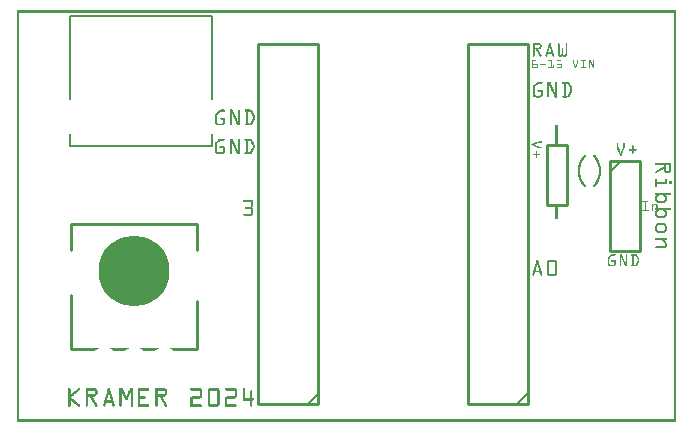
<source format=gto>
G04 MADE WITH FRITZING*
G04 WWW.FRITZING.ORG*
G04 DOUBLE SIDED*
G04 HOLES PLATED*
G04 CONTOUR ON CENTER OF CONTOUR VECTOR*
%ASAXBY*%
%FSLAX23Y23*%
%MOIN*%
%OFA0B0*%
%SFA1.0B1.0*%
%ADD10C,0.236220*%
%ADD11C,0.008000*%
%ADD12C,0.010000*%
%ADD13C,0.009999*%
%ADD14C,0.005000*%
%ADD15R,0.001000X0.001000*%
%LNSILK1*%
G90*
G70*
G54D10*
X392Y502D03*
G54D11*
X651Y919D02*
X179Y919D01*
D02*
X651Y1352D02*
X651Y1076D01*
D02*
X651Y919D02*
X651Y958D01*
D02*
X651Y1352D02*
X179Y1352D01*
D02*
X179Y1352D02*
X179Y1076D01*
D02*
X179Y919D02*
X179Y958D01*
G54D12*
D02*
X1835Y923D02*
X1835Y723D01*
D02*
X1835Y723D02*
X1769Y723D01*
D02*
X1769Y723D02*
X1769Y923D01*
D02*
X1769Y923D02*
X1835Y923D01*
G54D13*
D02*
X603Y658D02*
X603Y572D01*
G54D12*
D02*
X182Y422D02*
X182Y242D01*
D02*
X603Y402D02*
X603Y242D01*
G54D13*
D02*
X182Y658D02*
X182Y572D01*
G54D12*
D02*
X182Y658D02*
X603Y658D01*
D02*
X1979Y868D02*
X1979Y568D01*
D02*
X1979Y568D02*
X2079Y568D01*
D02*
X2079Y568D02*
X2079Y868D01*
D02*
X2079Y868D02*
X1979Y868D01*
G54D14*
D02*
X1979Y833D02*
X2014Y868D01*
G54D12*
D02*
X1705Y61D02*
X1705Y1261D01*
D02*
X1705Y1261D02*
X1505Y1261D01*
D02*
X1505Y1261D02*
X1505Y61D01*
D02*
X1505Y61D02*
X1705Y61D01*
G54D14*
D02*
X1705Y96D02*
X1670Y61D01*
G54D12*
D02*
X1006Y59D02*
X1006Y1259D01*
D02*
X1006Y1259D02*
X806Y1259D01*
D02*
X806Y1259D02*
X806Y59D01*
D02*
X806Y59D02*
X1006Y59D01*
G54D14*
D02*
X1006Y94D02*
X971Y59D01*
G54D15*
X1Y1372D02*
X2199Y1372D01*
X1Y1371D02*
X2199Y1371D01*
X1Y1370D02*
X2199Y1370D01*
X1Y1369D02*
X2199Y1369D01*
X1Y1368D02*
X2199Y1368D01*
X1Y1367D02*
X2199Y1367D01*
X1Y1366D02*
X2199Y1366D01*
X1Y1365D02*
X2199Y1365D01*
X1Y1364D02*
X8Y1364D01*
X2192Y1364D02*
X2199Y1364D01*
X1Y1363D02*
X8Y1363D01*
X2192Y1363D02*
X2199Y1363D01*
X1Y1362D02*
X8Y1362D01*
X2192Y1362D02*
X2199Y1362D01*
X1Y1361D02*
X8Y1361D01*
X2192Y1361D02*
X2199Y1361D01*
X1Y1360D02*
X8Y1360D01*
X2192Y1360D02*
X2199Y1360D01*
X1Y1359D02*
X8Y1359D01*
X2192Y1359D02*
X2199Y1359D01*
X1Y1358D02*
X8Y1358D01*
X2192Y1358D02*
X2199Y1358D01*
X1Y1357D02*
X8Y1357D01*
X2192Y1357D02*
X2199Y1357D01*
X1Y1356D02*
X8Y1356D01*
X2192Y1356D02*
X2199Y1356D01*
X1Y1355D02*
X8Y1355D01*
X2192Y1355D02*
X2199Y1355D01*
X1Y1354D02*
X8Y1354D01*
X2192Y1354D02*
X2199Y1354D01*
X1Y1353D02*
X8Y1353D01*
X2192Y1353D02*
X2199Y1353D01*
X1Y1352D02*
X8Y1352D01*
X2192Y1352D02*
X2199Y1352D01*
X1Y1351D02*
X8Y1351D01*
X2192Y1351D02*
X2199Y1351D01*
X1Y1350D02*
X8Y1350D01*
X2192Y1350D02*
X2199Y1350D01*
X1Y1349D02*
X8Y1349D01*
X2192Y1349D02*
X2199Y1349D01*
X1Y1348D02*
X8Y1348D01*
X2192Y1348D02*
X2199Y1348D01*
X1Y1347D02*
X8Y1347D01*
X2192Y1347D02*
X2199Y1347D01*
X1Y1346D02*
X8Y1346D01*
X2192Y1346D02*
X2199Y1346D01*
X1Y1345D02*
X8Y1345D01*
X2192Y1345D02*
X2199Y1345D01*
X1Y1344D02*
X8Y1344D01*
X2192Y1344D02*
X2199Y1344D01*
X1Y1343D02*
X8Y1343D01*
X2192Y1343D02*
X2199Y1343D01*
X1Y1342D02*
X8Y1342D01*
X2192Y1342D02*
X2199Y1342D01*
X1Y1341D02*
X8Y1341D01*
X2192Y1341D02*
X2199Y1341D01*
X1Y1340D02*
X8Y1340D01*
X2192Y1340D02*
X2199Y1340D01*
X1Y1339D02*
X8Y1339D01*
X2192Y1339D02*
X2199Y1339D01*
X1Y1338D02*
X8Y1338D01*
X2192Y1338D02*
X2199Y1338D01*
X1Y1337D02*
X8Y1337D01*
X2192Y1337D02*
X2199Y1337D01*
X1Y1336D02*
X8Y1336D01*
X2192Y1336D02*
X2199Y1336D01*
X1Y1335D02*
X8Y1335D01*
X2192Y1335D02*
X2199Y1335D01*
X1Y1334D02*
X8Y1334D01*
X2192Y1334D02*
X2199Y1334D01*
X1Y1333D02*
X8Y1333D01*
X2192Y1333D02*
X2199Y1333D01*
X1Y1332D02*
X8Y1332D01*
X2192Y1332D02*
X2199Y1332D01*
X1Y1331D02*
X8Y1331D01*
X2192Y1331D02*
X2199Y1331D01*
X1Y1330D02*
X8Y1330D01*
X2192Y1330D02*
X2199Y1330D01*
X1Y1329D02*
X8Y1329D01*
X2192Y1329D02*
X2199Y1329D01*
X1Y1328D02*
X8Y1328D01*
X2192Y1328D02*
X2199Y1328D01*
X1Y1327D02*
X8Y1327D01*
X2192Y1327D02*
X2199Y1327D01*
X1Y1326D02*
X8Y1326D01*
X2192Y1326D02*
X2199Y1326D01*
X1Y1325D02*
X8Y1325D01*
X2192Y1325D02*
X2199Y1325D01*
X1Y1324D02*
X8Y1324D01*
X2192Y1324D02*
X2199Y1324D01*
X1Y1323D02*
X8Y1323D01*
X2192Y1323D02*
X2199Y1323D01*
X1Y1322D02*
X8Y1322D01*
X2192Y1322D02*
X2199Y1322D01*
X1Y1321D02*
X8Y1321D01*
X2192Y1321D02*
X2199Y1321D01*
X1Y1320D02*
X8Y1320D01*
X2192Y1320D02*
X2199Y1320D01*
X1Y1319D02*
X8Y1319D01*
X2192Y1319D02*
X2199Y1319D01*
X1Y1318D02*
X8Y1318D01*
X2192Y1318D02*
X2199Y1318D01*
X1Y1317D02*
X8Y1317D01*
X2192Y1317D02*
X2199Y1317D01*
X1Y1316D02*
X8Y1316D01*
X2192Y1316D02*
X2199Y1316D01*
X1Y1315D02*
X8Y1315D01*
X2192Y1315D02*
X2199Y1315D01*
X1Y1314D02*
X8Y1314D01*
X2192Y1314D02*
X2199Y1314D01*
X1Y1313D02*
X8Y1313D01*
X2192Y1313D02*
X2199Y1313D01*
X1Y1312D02*
X8Y1312D01*
X2192Y1312D02*
X2199Y1312D01*
X1Y1311D02*
X8Y1311D01*
X2192Y1311D02*
X2199Y1311D01*
X1Y1310D02*
X8Y1310D01*
X2192Y1310D02*
X2199Y1310D01*
X1Y1309D02*
X8Y1309D01*
X2192Y1309D02*
X2199Y1309D01*
X1Y1308D02*
X8Y1308D01*
X2192Y1308D02*
X2199Y1308D01*
X1Y1307D02*
X8Y1307D01*
X2192Y1307D02*
X2199Y1307D01*
X1Y1306D02*
X8Y1306D01*
X2192Y1306D02*
X2199Y1306D01*
X1Y1305D02*
X8Y1305D01*
X2192Y1305D02*
X2199Y1305D01*
X1Y1304D02*
X8Y1304D01*
X2192Y1304D02*
X2199Y1304D01*
X1Y1303D02*
X8Y1303D01*
X2192Y1303D02*
X2199Y1303D01*
X1Y1302D02*
X8Y1302D01*
X2192Y1302D02*
X2199Y1302D01*
X1Y1301D02*
X8Y1301D01*
X2192Y1301D02*
X2199Y1301D01*
X1Y1300D02*
X8Y1300D01*
X2192Y1300D02*
X2199Y1300D01*
X1Y1299D02*
X8Y1299D01*
X2192Y1299D02*
X2199Y1299D01*
X1Y1298D02*
X8Y1298D01*
X2192Y1298D02*
X2199Y1298D01*
X1Y1297D02*
X8Y1297D01*
X2192Y1297D02*
X2199Y1297D01*
X1Y1296D02*
X8Y1296D01*
X2192Y1296D02*
X2199Y1296D01*
X1Y1295D02*
X8Y1295D01*
X2192Y1295D02*
X2199Y1295D01*
X1Y1294D02*
X8Y1294D01*
X2192Y1294D02*
X2199Y1294D01*
X1Y1293D02*
X8Y1293D01*
X2192Y1293D02*
X2199Y1293D01*
X1Y1292D02*
X8Y1292D01*
X2192Y1292D02*
X2199Y1292D01*
X1Y1291D02*
X8Y1291D01*
X2192Y1291D02*
X2199Y1291D01*
X1Y1290D02*
X8Y1290D01*
X2192Y1290D02*
X2199Y1290D01*
X1Y1289D02*
X8Y1289D01*
X2192Y1289D02*
X2199Y1289D01*
X1Y1288D02*
X8Y1288D01*
X2192Y1288D02*
X2199Y1288D01*
X1Y1287D02*
X8Y1287D01*
X2192Y1287D02*
X2199Y1287D01*
X1Y1286D02*
X8Y1286D01*
X2192Y1286D02*
X2199Y1286D01*
X1Y1285D02*
X8Y1285D01*
X2192Y1285D02*
X2199Y1285D01*
X1Y1284D02*
X8Y1284D01*
X2192Y1284D02*
X2199Y1284D01*
X1Y1283D02*
X8Y1283D01*
X2192Y1283D02*
X2199Y1283D01*
X1Y1282D02*
X8Y1282D01*
X2192Y1282D02*
X2199Y1282D01*
X1Y1281D02*
X8Y1281D01*
X2192Y1281D02*
X2199Y1281D01*
X1Y1280D02*
X8Y1280D01*
X2192Y1280D02*
X2199Y1280D01*
X1Y1279D02*
X8Y1279D01*
X2192Y1279D02*
X2199Y1279D01*
X1Y1278D02*
X8Y1278D01*
X2192Y1278D02*
X2199Y1278D01*
X1Y1277D02*
X8Y1277D01*
X2192Y1277D02*
X2199Y1277D01*
X1Y1276D02*
X8Y1276D01*
X2192Y1276D02*
X2199Y1276D01*
X1Y1275D02*
X8Y1275D01*
X2192Y1275D02*
X2199Y1275D01*
X1Y1274D02*
X8Y1274D01*
X2192Y1274D02*
X2199Y1274D01*
X1Y1273D02*
X8Y1273D01*
X2192Y1273D02*
X2199Y1273D01*
X1Y1272D02*
X8Y1272D01*
X2192Y1272D02*
X2199Y1272D01*
X1Y1271D02*
X8Y1271D01*
X2192Y1271D02*
X2199Y1271D01*
X1Y1270D02*
X8Y1270D01*
X2192Y1270D02*
X2199Y1270D01*
X1Y1269D02*
X8Y1269D01*
X2192Y1269D02*
X2199Y1269D01*
X1Y1268D02*
X8Y1268D01*
X2192Y1268D02*
X2199Y1268D01*
X1Y1267D02*
X8Y1267D01*
X2192Y1267D02*
X2199Y1267D01*
X1Y1266D02*
X8Y1266D01*
X2192Y1266D02*
X2199Y1266D01*
X1Y1265D02*
X8Y1265D01*
X2192Y1265D02*
X2199Y1265D01*
X1Y1264D02*
X8Y1264D01*
X2192Y1264D02*
X2199Y1264D01*
X1Y1263D02*
X8Y1263D01*
X2192Y1263D02*
X2199Y1263D01*
X1Y1262D02*
X8Y1262D01*
X1722Y1262D02*
X1745Y1262D01*
X1777Y1262D02*
X1780Y1262D01*
X1806Y1262D02*
X1809Y1262D01*
X1832Y1262D02*
X1835Y1262D01*
X2192Y1262D02*
X2199Y1262D01*
X1Y1261D02*
X8Y1261D01*
X1722Y1261D02*
X1746Y1261D01*
X1776Y1261D02*
X1780Y1261D01*
X1805Y1261D02*
X1809Y1261D01*
X1831Y1261D02*
X1836Y1261D01*
X2192Y1261D02*
X2199Y1261D01*
X1Y1260D02*
X8Y1260D01*
X1722Y1260D02*
X1747Y1260D01*
X1776Y1260D02*
X1781Y1260D01*
X1805Y1260D02*
X1810Y1260D01*
X1831Y1260D02*
X1836Y1260D01*
X2192Y1260D02*
X2199Y1260D01*
X1Y1259D02*
X8Y1259D01*
X1722Y1259D02*
X1748Y1259D01*
X1775Y1259D02*
X1781Y1259D01*
X1805Y1259D02*
X1810Y1259D01*
X1831Y1259D02*
X1836Y1259D01*
X2192Y1259D02*
X2199Y1259D01*
X1Y1258D02*
X8Y1258D01*
X1722Y1258D02*
X1749Y1258D01*
X1775Y1258D02*
X1781Y1258D01*
X1805Y1258D02*
X1810Y1258D01*
X1831Y1258D02*
X1836Y1258D01*
X2192Y1258D02*
X2199Y1258D01*
X1Y1257D02*
X8Y1257D01*
X1722Y1257D02*
X1749Y1257D01*
X1775Y1257D02*
X1781Y1257D01*
X1805Y1257D02*
X1810Y1257D01*
X1831Y1257D02*
X1836Y1257D01*
X2192Y1257D02*
X2199Y1257D01*
X1Y1256D02*
X8Y1256D01*
X1722Y1256D02*
X1727Y1256D01*
X1744Y1256D02*
X1750Y1256D01*
X1774Y1256D02*
X1782Y1256D01*
X1805Y1256D02*
X1810Y1256D01*
X1831Y1256D02*
X1836Y1256D01*
X2192Y1256D02*
X2199Y1256D01*
X1Y1255D02*
X8Y1255D01*
X1722Y1255D02*
X1727Y1255D01*
X1745Y1255D02*
X1750Y1255D01*
X1774Y1255D02*
X1782Y1255D01*
X1805Y1255D02*
X1810Y1255D01*
X1831Y1255D02*
X1836Y1255D01*
X2192Y1255D02*
X2199Y1255D01*
X1Y1254D02*
X8Y1254D01*
X1722Y1254D02*
X1727Y1254D01*
X1745Y1254D02*
X1750Y1254D01*
X1774Y1254D02*
X1782Y1254D01*
X1805Y1254D02*
X1810Y1254D01*
X1831Y1254D02*
X1836Y1254D01*
X2192Y1254D02*
X2199Y1254D01*
X1Y1253D02*
X8Y1253D01*
X1722Y1253D02*
X1727Y1253D01*
X1745Y1253D02*
X1750Y1253D01*
X1773Y1253D02*
X1783Y1253D01*
X1805Y1253D02*
X1810Y1253D01*
X1831Y1253D02*
X1836Y1253D01*
X2192Y1253D02*
X2199Y1253D01*
X1Y1252D02*
X8Y1252D01*
X1722Y1252D02*
X1727Y1252D01*
X1745Y1252D02*
X1750Y1252D01*
X1773Y1252D02*
X1783Y1252D01*
X1805Y1252D02*
X1810Y1252D01*
X1831Y1252D02*
X1836Y1252D01*
X2192Y1252D02*
X2199Y1252D01*
X1Y1251D02*
X8Y1251D01*
X1722Y1251D02*
X1727Y1251D01*
X1745Y1251D02*
X1750Y1251D01*
X1773Y1251D02*
X1783Y1251D01*
X1805Y1251D02*
X1810Y1251D01*
X1831Y1251D02*
X1836Y1251D01*
X2192Y1251D02*
X2199Y1251D01*
X1Y1250D02*
X8Y1250D01*
X1722Y1250D02*
X1727Y1250D01*
X1745Y1250D02*
X1750Y1250D01*
X1773Y1250D02*
X1784Y1250D01*
X1805Y1250D02*
X1810Y1250D01*
X1831Y1250D02*
X1836Y1250D01*
X2192Y1250D02*
X2199Y1250D01*
X1Y1249D02*
X8Y1249D01*
X1722Y1249D02*
X1727Y1249D01*
X1744Y1249D02*
X1750Y1249D01*
X1772Y1249D02*
X1784Y1249D01*
X1805Y1249D02*
X1810Y1249D01*
X1831Y1249D02*
X1836Y1249D01*
X2192Y1249D02*
X2199Y1249D01*
X1Y1248D02*
X8Y1248D01*
X1722Y1248D02*
X1727Y1248D01*
X1742Y1248D02*
X1749Y1248D01*
X1772Y1248D02*
X1777Y1248D01*
X1779Y1248D02*
X1784Y1248D01*
X1805Y1248D02*
X1810Y1248D01*
X1831Y1248D02*
X1836Y1248D01*
X2192Y1248D02*
X2199Y1248D01*
X1Y1247D02*
X8Y1247D01*
X1722Y1247D02*
X1749Y1247D01*
X1772Y1247D02*
X1777Y1247D01*
X1779Y1247D02*
X1784Y1247D01*
X1805Y1247D02*
X1810Y1247D01*
X1831Y1247D02*
X1836Y1247D01*
X2192Y1247D02*
X2199Y1247D01*
X1Y1246D02*
X8Y1246D01*
X1722Y1246D02*
X1748Y1246D01*
X1771Y1246D02*
X1777Y1246D01*
X1780Y1246D02*
X1785Y1246D01*
X1805Y1246D02*
X1810Y1246D01*
X1819Y1246D02*
X1821Y1246D01*
X1831Y1246D02*
X1836Y1246D01*
X2192Y1246D02*
X2199Y1246D01*
X1Y1245D02*
X8Y1245D01*
X1722Y1245D02*
X1748Y1245D01*
X1771Y1245D02*
X1776Y1245D01*
X1780Y1245D02*
X1785Y1245D01*
X1805Y1245D02*
X1810Y1245D01*
X1818Y1245D02*
X1822Y1245D01*
X1831Y1245D02*
X1836Y1245D01*
X2192Y1245D02*
X2199Y1245D01*
X1Y1244D02*
X8Y1244D01*
X1722Y1244D02*
X1746Y1244D01*
X1771Y1244D02*
X1776Y1244D01*
X1780Y1244D02*
X1785Y1244D01*
X1805Y1244D02*
X1810Y1244D01*
X1818Y1244D02*
X1823Y1244D01*
X1831Y1244D02*
X1836Y1244D01*
X2192Y1244D02*
X2199Y1244D01*
X1Y1243D02*
X8Y1243D01*
X1722Y1243D02*
X1745Y1243D01*
X1771Y1243D02*
X1776Y1243D01*
X1780Y1243D02*
X1786Y1243D01*
X1805Y1243D02*
X1810Y1243D01*
X1818Y1243D02*
X1823Y1243D01*
X1831Y1243D02*
X1836Y1243D01*
X2192Y1243D02*
X2199Y1243D01*
X1Y1242D02*
X8Y1242D01*
X1722Y1242D02*
X1727Y1242D01*
X1731Y1242D02*
X1738Y1242D01*
X1770Y1242D02*
X1775Y1242D01*
X1781Y1242D02*
X1786Y1242D01*
X1805Y1242D02*
X1810Y1242D01*
X1818Y1242D02*
X1823Y1242D01*
X1831Y1242D02*
X1836Y1242D01*
X2192Y1242D02*
X2199Y1242D01*
X1Y1241D02*
X8Y1241D01*
X1722Y1241D02*
X1727Y1241D01*
X1732Y1241D02*
X1738Y1241D01*
X1770Y1241D02*
X1775Y1241D01*
X1781Y1241D02*
X1786Y1241D01*
X1805Y1241D02*
X1810Y1241D01*
X1818Y1241D02*
X1823Y1241D01*
X1831Y1241D02*
X1836Y1241D01*
X2192Y1241D02*
X2199Y1241D01*
X1Y1240D02*
X8Y1240D01*
X1722Y1240D02*
X1727Y1240D01*
X1733Y1240D02*
X1739Y1240D01*
X1770Y1240D02*
X1775Y1240D01*
X1781Y1240D02*
X1786Y1240D01*
X1805Y1240D02*
X1810Y1240D01*
X1818Y1240D02*
X1823Y1240D01*
X1831Y1240D02*
X1836Y1240D01*
X2192Y1240D02*
X2199Y1240D01*
X1Y1239D02*
X8Y1239D01*
X1722Y1239D02*
X1727Y1239D01*
X1734Y1239D02*
X1739Y1239D01*
X1769Y1239D02*
X1775Y1239D01*
X1782Y1239D02*
X1787Y1239D01*
X1805Y1239D02*
X1810Y1239D01*
X1818Y1239D02*
X1823Y1239D01*
X1831Y1239D02*
X1836Y1239D01*
X2192Y1239D02*
X2199Y1239D01*
X1Y1238D02*
X8Y1238D01*
X1722Y1238D02*
X1727Y1238D01*
X1734Y1238D02*
X1740Y1238D01*
X1769Y1238D02*
X1774Y1238D01*
X1782Y1238D02*
X1787Y1238D01*
X1805Y1238D02*
X1810Y1238D01*
X1818Y1238D02*
X1823Y1238D01*
X1831Y1238D02*
X1836Y1238D01*
X2192Y1238D02*
X2199Y1238D01*
X1Y1237D02*
X8Y1237D01*
X1722Y1237D02*
X1727Y1237D01*
X1735Y1237D02*
X1741Y1237D01*
X1769Y1237D02*
X1774Y1237D01*
X1782Y1237D02*
X1787Y1237D01*
X1805Y1237D02*
X1810Y1237D01*
X1818Y1237D02*
X1823Y1237D01*
X1831Y1237D02*
X1836Y1237D01*
X2192Y1237D02*
X2199Y1237D01*
X1Y1236D02*
X8Y1236D01*
X1722Y1236D02*
X1727Y1236D01*
X1735Y1236D02*
X1741Y1236D01*
X1768Y1236D02*
X1774Y1236D01*
X1782Y1236D02*
X1788Y1236D01*
X1805Y1236D02*
X1810Y1236D01*
X1818Y1236D02*
X1823Y1236D01*
X1831Y1236D02*
X1836Y1236D01*
X2192Y1236D02*
X2199Y1236D01*
X1Y1235D02*
X8Y1235D01*
X1722Y1235D02*
X1727Y1235D01*
X1736Y1235D02*
X1742Y1235D01*
X1768Y1235D02*
X1773Y1235D01*
X1783Y1235D02*
X1788Y1235D01*
X1805Y1235D02*
X1810Y1235D01*
X1818Y1235D02*
X1823Y1235D01*
X1831Y1235D02*
X1836Y1235D01*
X2192Y1235D02*
X2199Y1235D01*
X1Y1234D02*
X8Y1234D01*
X1722Y1234D02*
X1727Y1234D01*
X1736Y1234D02*
X1742Y1234D01*
X1768Y1234D02*
X1773Y1234D01*
X1783Y1234D02*
X1788Y1234D01*
X1805Y1234D02*
X1810Y1234D01*
X1818Y1234D02*
X1823Y1234D01*
X1831Y1234D02*
X1836Y1234D01*
X2192Y1234D02*
X2199Y1234D01*
X1Y1233D02*
X8Y1233D01*
X1722Y1233D02*
X1727Y1233D01*
X1737Y1233D02*
X1743Y1233D01*
X1768Y1233D02*
X1789Y1233D01*
X1805Y1233D02*
X1810Y1233D01*
X1818Y1233D02*
X1823Y1233D01*
X1831Y1233D02*
X1836Y1233D01*
X2192Y1233D02*
X2199Y1233D01*
X1Y1232D02*
X8Y1232D01*
X1722Y1232D02*
X1727Y1232D01*
X1738Y1232D02*
X1744Y1232D01*
X1767Y1232D02*
X1789Y1232D01*
X1805Y1232D02*
X1810Y1232D01*
X1818Y1232D02*
X1823Y1232D01*
X1831Y1232D02*
X1836Y1232D01*
X2192Y1232D02*
X2199Y1232D01*
X1Y1231D02*
X8Y1231D01*
X1722Y1231D02*
X1727Y1231D01*
X1738Y1231D02*
X1744Y1231D01*
X1767Y1231D02*
X1789Y1231D01*
X1805Y1231D02*
X1810Y1231D01*
X1818Y1231D02*
X1823Y1231D01*
X1831Y1231D02*
X1836Y1231D01*
X2192Y1231D02*
X2199Y1231D01*
X1Y1230D02*
X8Y1230D01*
X1722Y1230D02*
X1727Y1230D01*
X1739Y1230D02*
X1745Y1230D01*
X1767Y1230D02*
X1789Y1230D01*
X1805Y1230D02*
X1810Y1230D01*
X1818Y1230D02*
X1823Y1230D01*
X1831Y1230D02*
X1836Y1230D01*
X2192Y1230D02*
X2199Y1230D01*
X1Y1229D02*
X8Y1229D01*
X1722Y1229D02*
X1727Y1229D01*
X1739Y1229D02*
X1745Y1229D01*
X1766Y1229D02*
X1790Y1229D01*
X1805Y1229D02*
X1810Y1229D01*
X1818Y1229D02*
X1823Y1229D01*
X1831Y1229D02*
X1836Y1229D01*
X2192Y1229D02*
X2199Y1229D01*
X1Y1228D02*
X8Y1228D01*
X1722Y1228D02*
X1727Y1228D01*
X1740Y1228D02*
X1746Y1228D01*
X1766Y1228D02*
X1790Y1228D01*
X1805Y1228D02*
X1810Y1228D01*
X1818Y1228D02*
X1823Y1228D01*
X1831Y1228D02*
X1836Y1228D01*
X2192Y1228D02*
X2199Y1228D01*
X1Y1227D02*
X8Y1227D01*
X1722Y1227D02*
X1727Y1227D01*
X1741Y1227D02*
X1746Y1227D01*
X1766Y1227D02*
X1771Y1227D01*
X1785Y1227D02*
X1790Y1227D01*
X1805Y1227D02*
X1810Y1227D01*
X1818Y1227D02*
X1823Y1227D01*
X1831Y1227D02*
X1836Y1227D01*
X2192Y1227D02*
X2199Y1227D01*
X1Y1226D02*
X8Y1226D01*
X1722Y1226D02*
X1727Y1226D01*
X1741Y1226D02*
X1747Y1226D01*
X1766Y1226D02*
X1771Y1226D01*
X1785Y1226D02*
X1791Y1226D01*
X1805Y1226D02*
X1810Y1226D01*
X1818Y1226D02*
X1823Y1226D01*
X1831Y1226D02*
X1836Y1226D01*
X2192Y1226D02*
X2199Y1226D01*
X1Y1225D02*
X8Y1225D01*
X1722Y1225D02*
X1727Y1225D01*
X1742Y1225D02*
X1748Y1225D01*
X1765Y1225D02*
X1770Y1225D01*
X1786Y1225D02*
X1791Y1225D01*
X1805Y1225D02*
X1810Y1225D01*
X1817Y1225D02*
X1823Y1225D01*
X1830Y1225D02*
X1836Y1225D01*
X2192Y1225D02*
X2199Y1225D01*
X1Y1224D02*
X8Y1224D01*
X1722Y1224D02*
X1727Y1224D01*
X1742Y1224D02*
X1748Y1224D01*
X1765Y1224D02*
X1770Y1224D01*
X1786Y1224D02*
X1791Y1224D01*
X1805Y1224D02*
X1811Y1224D01*
X1817Y1224D02*
X1824Y1224D01*
X1830Y1224D02*
X1836Y1224D01*
X2192Y1224D02*
X2199Y1224D01*
X1Y1223D02*
X8Y1223D01*
X1722Y1223D02*
X1727Y1223D01*
X1743Y1223D02*
X1749Y1223D01*
X1765Y1223D02*
X1770Y1223D01*
X1786Y1223D02*
X1791Y1223D01*
X1806Y1223D02*
X1835Y1223D01*
X2192Y1223D02*
X2199Y1223D01*
X1Y1222D02*
X8Y1222D01*
X1722Y1222D02*
X1727Y1222D01*
X1743Y1222D02*
X1749Y1222D01*
X1764Y1222D02*
X1770Y1222D01*
X1787Y1222D02*
X1792Y1222D01*
X1806Y1222D02*
X1834Y1222D01*
X2192Y1222D02*
X2199Y1222D01*
X1Y1221D02*
X8Y1221D01*
X1722Y1221D02*
X1727Y1221D01*
X1744Y1221D02*
X1750Y1221D01*
X1764Y1221D02*
X1769Y1221D01*
X1787Y1221D02*
X1792Y1221D01*
X1807Y1221D02*
X1834Y1221D01*
X2192Y1221D02*
X2199Y1221D01*
X1Y1220D02*
X8Y1220D01*
X1722Y1220D02*
X1727Y1220D01*
X1745Y1220D02*
X1750Y1220D01*
X1764Y1220D02*
X1769Y1220D01*
X1787Y1220D02*
X1792Y1220D01*
X1807Y1220D02*
X1833Y1220D01*
X2192Y1220D02*
X2199Y1220D01*
X1Y1219D02*
X8Y1219D01*
X1722Y1219D02*
X1726Y1219D01*
X1745Y1219D02*
X1750Y1219D01*
X1764Y1219D02*
X1769Y1219D01*
X1788Y1219D02*
X1792Y1219D01*
X1808Y1219D02*
X1833Y1219D01*
X2192Y1219D02*
X2199Y1219D01*
X1Y1218D02*
X8Y1218D01*
X1723Y1218D02*
X1726Y1218D01*
X1746Y1218D02*
X1749Y1218D01*
X1765Y1218D02*
X1768Y1218D01*
X1788Y1218D02*
X1791Y1218D01*
X1809Y1218D02*
X1819Y1218D01*
X1822Y1218D02*
X1832Y1218D01*
X2192Y1218D02*
X2199Y1218D01*
X1Y1217D02*
X8Y1217D01*
X2192Y1217D02*
X2199Y1217D01*
X1Y1216D02*
X8Y1216D01*
X2192Y1216D02*
X2199Y1216D01*
X1Y1215D02*
X8Y1215D01*
X2192Y1215D02*
X2199Y1215D01*
X1Y1214D02*
X8Y1214D01*
X2192Y1214D02*
X2199Y1214D01*
X1Y1213D02*
X8Y1213D01*
X2192Y1213D02*
X2199Y1213D01*
X1Y1212D02*
X8Y1212D01*
X2192Y1212D02*
X2199Y1212D01*
X1Y1211D02*
X8Y1211D01*
X2192Y1211D02*
X2199Y1211D01*
X1Y1210D02*
X8Y1210D01*
X2192Y1210D02*
X2199Y1210D01*
X1Y1209D02*
X8Y1209D01*
X2192Y1209D02*
X2199Y1209D01*
X1Y1208D02*
X8Y1208D01*
X2192Y1208D02*
X2199Y1208D01*
X1Y1207D02*
X8Y1207D01*
X1720Y1207D02*
X1733Y1207D01*
X1774Y1207D02*
X1784Y1207D01*
X1801Y1207D02*
X1814Y1207D01*
X1855Y1207D02*
X1857Y1207D01*
X1870Y1207D02*
X1872Y1207D01*
X1882Y1207D02*
X1899Y1207D01*
X1909Y1207D02*
X1913Y1207D01*
X1924Y1207D02*
X1926Y1207D01*
X2192Y1207D02*
X2199Y1207D01*
X1Y1206D02*
X8Y1206D01*
X1720Y1206D02*
X1733Y1206D01*
X1774Y1206D02*
X1784Y1206D01*
X1801Y1206D02*
X1814Y1206D01*
X1855Y1206D02*
X1857Y1206D01*
X1870Y1206D02*
X1872Y1206D01*
X1882Y1206D02*
X1899Y1206D01*
X1909Y1206D02*
X1913Y1206D01*
X1924Y1206D02*
X1926Y1206D01*
X2192Y1206D02*
X2199Y1206D01*
X1Y1205D02*
X8Y1205D01*
X1720Y1205D02*
X1733Y1205D01*
X1774Y1205D02*
X1784Y1205D01*
X1801Y1205D02*
X1814Y1205D01*
X1855Y1205D02*
X1857Y1205D01*
X1870Y1205D02*
X1872Y1205D01*
X1882Y1205D02*
X1899Y1205D01*
X1909Y1205D02*
X1914Y1205D01*
X1924Y1205D02*
X1926Y1205D01*
X2192Y1205D02*
X2199Y1205D01*
X1Y1204D02*
X8Y1204D01*
X1720Y1204D02*
X1733Y1204D01*
X1775Y1204D02*
X1784Y1204D01*
X1801Y1204D02*
X1814Y1204D01*
X1855Y1204D02*
X1857Y1204D01*
X1870Y1204D02*
X1872Y1204D01*
X1883Y1204D02*
X1898Y1204D01*
X1909Y1204D02*
X1914Y1204D01*
X1924Y1204D02*
X1926Y1204D01*
X2192Y1204D02*
X2199Y1204D01*
X1Y1203D02*
X8Y1203D01*
X1720Y1203D02*
X1722Y1203D01*
X1781Y1203D02*
X1784Y1203D01*
X1801Y1203D02*
X1803Y1203D01*
X1855Y1203D02*
X1857Y1203D01*
X1870Y1203D02*
X1872Y1203D01*
X1889Y1203D02*
X1892Y1203D01*
X1909Y1203D02*
X1915Y1203D01*
X1924Y1203D02*
X1926Y1203D01*
X2192Y1203D02*
X2199Y1203D01*
X1Y1202D02*
X8Y1202D01*
X1720Y1202D02*
X1722Y1202D01*
X1781Y1202D02*
X1784Y1202D01*
X1801Y1202D02*
X1803Y1202D01*
X1855Y1202D02*
X1857Y1202D01*
X1870Y1202D02*
X1872Y1202D01*
X1889Y1202D02*
X1892Y1202D01*
X1909Y1202D02*
X1915Y1202D01*
X1924Y1202D02*
X1926Y1202D01*
X2192Y1202D02*
X2199Y1202D01*
X1Y1201D02*
X8Y1201D01*
X1720Y1201D02*
X1722Y1201D01*
X1781Y1201D02*
X1784Y1201D01*
X1801Y1201D02*
X1803Y1201D01*
X1855Y1201D02*
X1857Y1201D01*
X1870Y1201D02*
X1872Y1201D01*
X1889Y1201D02*
X1892Y1201D01*
X1909Y1201D02*
X1916Y1201D01*
X1924Y1201D02*
X1926Y1201D01*
X2192Y1201D02*
X2199Y1201D01*
X1Y1200D02*
X8Y1200D01*
X1720Y1200D02*
X1722Y1200D01*
X1781Y1200D02*
X1784Y1200D01*
X1801Y1200D02*
X1803Y1200D01*
X1855Y1200D02*
X1857Y1200D01*
X1870Y1200D02*
X1872Y1200D01*
X1889Y1200D02*
X1892Y1200D01*
X1909Y1200D02*
X1916Y1200D01*
X1924Y1200D02*
X1926Y1200D01*
X2192Y1200D02*
X2199Y1200D01*
X1Y1199D02*
X8Y1199D01*
X1720Y1199D02*
X1722Y1199D01*
X1781Y1199D02*
X1784Y1199D01*
X1801Y1199D02*
X1803Y1199D01*
X1855Y1199D02*
X1858Y1199D01*
X1869Y1199D02*
X1872Y1199D01*
X1889Y1199D02*
X1892Y1199D01*
X1909Y1199D02*
X1911Y1199D01*
X1913Y1199D02*
X1916Y1199D01*
X1924Y1199D02*
X1926Y1199D01*
X2192Y1199D02*
X2199Y1199D01*
X1Y1198D02*
X8Y1198D01*
X1720Y1198D02*
X1722Y1198D01*
X1781Y1198D02*
X1784Y1198D01*
X1801Y1198D02*
X1803Y1198D01*
X1855Y1198D02*
X1858Y1198D01*
X1869Y1198D02*
X1872Y1198D01*
X1889Y1198D02*
X1892Y1198D01*
X1909Y1198D02*
X1911Y1198D01*
X1914Y1198D02*
X1917Y1198D01*
X1924Y1198D02*
X1926Y1198D01*
X2192Y1198D02*
X2199Y1198D01*
X1Y1197D02*
X8Y1197D01*
X1720Y1197D02*
X1722Y1197D01*
X1781Y1197D02*
X1784Y1197D01*
X1801Y1197D02*
X1803Y1197D01*
X1855Y1197D02*
X1858Y1197D01*
X1868Y1197D02*
X1872Y1197D01*
X1889Y1197D02*
X1892Y1197D01*
X1909Y1197D02*
X1911Y1197D01*
X1914Y1197D02*
X1917Y1197D01*
X1924Y1197D02*
X1926Y1197D01*
X2192Y1197D02*
X2199Y1197D01*
X1Y1196D02*
X8Y1196D01*
X1720Y1196D02*
X1722Y1196D01*
X1781Y1196D02*
X1784Y1196D01*
X1801Y1196D02*
X1803Y1196D01*
X1856Y1196D02*
X1859Y1196D01*
X1868Y1196D02*
X1871Y1196D01*
X1889Y1196D02*
X1892Y1196D01*
X1909Y1196D02*
X1911Y1196D01*
X1915Y1196D02*
X1918Y1196D01*
X1924Y1196D02*
X1926Y1196D01*
X2192Y1196D02*
X2199Y1196D01*
X1Y1195D02*
X8Y1195D01*
X1720Y1195D02*
X1722Y1195D01*
X1781Y1195D02*
X1784Y1195D01*
X1801Y1195D02*
X1803Y1195D01*
X1856Y1195D02*
X1859Y1195D01*
X1868Y1195D02*
X1871Y1195D01*
X1889Y1195D02*
X1892Y1195D01*
X1909Y1195D02*
X1911Y1195D01*
X1915Y1195D02*
X1918Y1195D01*
X1924Y1195D02*
X1926Y1195D01*
X2192Y1195D02*
X2199Y1195D01*
X1Y1194D02*
X8Y1194D01*
X1720Y1194D02*
X1722Y1194D01*
X1781Y1194D02*
X1784Y1194D01*
X1801Y1194D02*
X1803Y1194D01*
X1857Y1194D02*
X1860Y1194D01*
X1867Y1194D02*
X1870Y1194D01*
X1889Y1194D02*
X1892Y1194D01*
X1909Y1194D02*
X1911Y1194D01*
X1915Y1194D02*
X1919Y1194D01*
X1924Y1194D02*
X1926Y1194D01*
X2192Y1194D02*
X2199Y1194D01*
X1Y1193D02*
X8Y1193D01*
X1720Y1193D02*
X1723Y1193D01*
X1747Y1193D02*
X1764Y1193D01*
X1781Y1193D02*
X1784Y1193D01*
X1801Y1193D02*
X1804Y1193D01*
X1857Y1193D02*
X1860Y1193D01*
X1867Y1193D02*
X1870Y1193D01*
X1889Y1193D02*
X1892Y1193D01*
X1909Y1193D02*
X1911Y1193D01*
X1916Y1193D02*
X1919Y1193D01*
X1924Y1193D02*
X1926Y1193D01*
X2192Y1193D02*
X2199Y1193D01*
X1Y1192D02*
X8Y1192D01*
X1720Y1192D02*
X1737Y1192D01*
X1747Y1192D02*
X1764Y1192D01*
X1781Y1192D02*
X1784Y1192D01*
X1801Y1192D02*
X1818Y1192D01*
X1857Y1192D02*
X1860Y1192D01*
X1867Y1192D02*
X1870Y1192D01*
X1889Y1192D02*
X1892Y1192D01*
X1909Y1192D02*
X1911Y1192D01*
X1916Y1192D02*
X1919Y1192D01*
X1924Y1192D02*
X1926Y1192D01*
X2192Y1192D02*
X2199Y1192D01*
X1Y1191D02*
X8Y1191D01*
X1720Y1191D02*
X1737Y1191D01*
X1747Y1191D02*
X1764Y1191D01*
X1781Y1191D02*
X1784Y1191D01*
X1801Y1191D02*
X1818Y1191D01*
X1858Y1191D02*
X1861Y1191D01*
X1866Y1191D02*
X1869Y1191D01*
X1889Y1191D02*
X1892Y1191D01*
X1909Y1191D02*
X1911Y1191D01*
X1917Y1191D02*
X1920Y1191D01*
X1924Y1191D02*
X1926Y1191D01*
X2192Y1191D02*
X2199Y1191D01*
X1Y1190D02*
X8Y1190D01*
X1720Y1190D02*
X1737Y1190D01*
X1747Y1190D02*
X1764Y1190D01*
X1781Y1190D02*
X1784Y1190D01*
X1801Y1190D02*
X1818Y1190D01*
X1858Y1190D02*
X1861Y1190D01*
X1866Y1190D02*
X1869Y1190D01*
X1889Y1190D02*
X1892Y1190D01*
X1909Y1190D02*
X1911Y1190D01*
X1917Y1190D02*
X1920Y1190D01*
X1924Y1190D02*
X1926Y1190D01*
X2192Y1190D02*
X2199Y1190D01*
X1Y1189D02*
X8Y1189D01*
X1720Y1189D02*
X1737Y1189D01*
X1781Y1189D02*
X1784Y1189D01*
X1789Y1189D02*
X1791Y1189D01*
X1801Y1189D02*
X1818Y1189D01*
X1859Y1189D02*
X1862Y1189D01*
X1865Y1189D02*
X1868Y1189D01*
X1889Y1189D02*
X1892Y1189D01*
X1909Y1189D02*
X1911Y1189D01*
X1918Y1189D02*
X1921Y1189D01*
X1924Y1189D02*
X1926Y1189D01*
X2192Y1189D02*
X2199Y1189D01*
X1Y1188D02*
X8Y1188D01*
X1720Y1188D02*
X1722Y1188D01*
X1735Y1188D02*
X1737Y1188D01*
X1781Y1188D02*
X1784Y1188D01*
X1789Y1188D02*
X1791Y1188D01*
X1801Y1188D02*
X1803Y1188D01*
X1816Y1188D02*
X1818Y1188D01*
X1859Y1188D02*
X1862Y1188D01*
X1865Y1188D02*
X1868Y1188D01*
X1889Y1188D02*
X1892Y1188D01*
X1909Y1188D02*
X1911Y1188D01*
X1918Y1188D02*
X1921Y1188D01*
X1924Y1188D02*
X1926Y1188D01*
X2192Y1188D02*
X2199Y1188D01*
X1Y1187D02*
X8Y1187D01*
X1720Y1187D02*
X1722Y1187D01*
X1735Y1187D02*
X1737Y1187D01*
X1781Y1187D02*
X1784Y1187D01*
X1788Y1187D02*
X1791Y1187D01*
X1801Y1187D02*
X1803Y1187D01*
X1816Y1187D02*
X1818Y1187D01*
X1859Y1187D02*
X1862Y1187D01*
X1865Y1187D02*
X1868Y1187D01*
X1889Y1187D02*
X1892Y1187D01*
X1909Y1187D02*
X1911Y1187D01*
X1918Y1187D02*
X1922Y1187D01*
X1924Y1187D02*
X1926Y1187D01*
X2192Y1187D02*
X2199Y1187D01*
X1Y1186D02*
X8Y1186D01*
X1720Y1186D02*
X1722Y1186D01*
X1735Y1186D02*
X1737Y1186D01*
X1781Y1186D02*
X1784Y1186D01*
X1788Y1186D02*
X1791Y1186D01*
X1801Y1186D02*
X1803Y1186D01*
X1816Y1186D02*
X1818Y1186D01*
X1860Y1186D02*
X1867Y1186D01*
X1889Y1186D02*
X1892Y1186D01*
X1909Y1186D02*
X1911Y1186D01*
X1919Y1186D02*
X1926Y1186D01*
X2192Y1186D02*
X2199Y1186D01*
X1Y1185D02*
X8Y1185D01*
X1720Y1185D02*
X1722Y1185D01*
X1735Y1185D02*
X1737Y1185D01*
X1781Y1185D02*
X1784Y1185D01*
X1788Y1185D02*
X1791Y1185D01*
X1801Y1185D02*
X1803Y1185D01*
X1816Y1185D02*
X1818Y1185D01*
X1860Y1185D02*
X1867Y1185D01*
X1889Y1185D02*
X1892Y1185D01*
X1909Y1185D02*
X1911Y1185D01*
X1919Y1185D02*
X1926Y1185D01*
X2192Y1185D02*
X2199Y1185D01*
X1Y1184D02*
X8Y1184D01*
X1720Y1184D02*
X1722Y1184D01*
X1735Y1184D02*
X1737Y1184D01*
X1781Y1184D02*
X1784Y1184D01*
X1788Y1184D02*
X1791Y1184D01*
X1801Y1184D02*
X1803Y1184D01*
X1816Y1184D02*
X1818Y1184D01*
X1860Y1184D02*
X1866Y1184D01*
X1889Y1184D02*
X1892Y1184D01*
X1909Y1184D02*
X1911Y1184D01*
X1920Y1184D02*
X1926Y1184D01*
X2192Y1184D02*
X2199Y1184D01*
X1Y1183D02*
X8Y1183D01*
X1720Y1183D02*
X1722Y1183D01*
X1735Y1183D02*
X1737Y1183D01*
X1781Y1183D02*
X1784Y1183D01*
X1788Y1183D02*
X1791Y1183D01*
X1801Y1183D02*
X1803Y1183D01*
X1816Y1183D02*
X1818Y1183D01*
X1861Y1183D02*
X1866Y1183D01*
X1889Y1183D02*
X1892Y1183D01*
X1909Y1183D02*
X1911Y1183D01*
X1920Y1183D02*
X1926Y1183D01*
X2192Y1183D02*
X2199Y1183D01*
X1Y1182D02*
X8Y1182D01*
X1720Y1182D02*
X1737Y1182D01*
X1775Y1182D02*
X1791Y1182D01*
X1801Y1182D02*
X1818Y1182D01*
X1861Y1182D02*
X1866Y1182D01*
X1883Y1182D02*
X1898Y1182D01*
X1909Y1182D02*
X1911Y1182D01*
X1921Y1182D02*
X1926Y1182D01*
X2192Y1182D02*
X2199Y1182D01*
X1Y1181D02*
X8Y1181D01*
X1720Y1181D02*
X1737Y1181D01*
X1774Y1181D02*
X1791Y1181D01*
X1801Y1181D02*
X1818Y1181D01*
X1862Y1181D02*
X1865Y1181D01*
X1882Y1181D02*
X1899Y1181D01*
X1909Y1181D02*
X1911Y1181D01*
X1921Y1181D02*
X1926Y1181D01*
X2192Y1181D02*
X2199Y1181D01*
X1Y1180D02*
X8Y1180D01*
X1720Y1180D02*
X1737Y1180D01*
X1774Y1180D02*
X1791Y1180D01*
X1801Y1180D02*
X1818Y1180D01*
X1862Y1180D02*
X1865Y1180D01*
X1882Y1180D02*
X1899Y1180D01*
X1909Y1180D02*
X1911Y1180D01*
X1922Y1180D02*
X1926Y1180D01*
X2192Y1180D02*
X2199Y1180D01*
X1Y1179D02*
X8Y1179D01*
X1720Y1179D02*
X1737Y1179D01*
X1774Y1179D02*
X1791Y1179D01*
X1801Y1179D02*
X1818Y1179D01*
X1863Y1179D02*
X1864Y1179D01*
X1882Y1179D02*
X1899Y1179D01*
X1909Y1179D02*
X1911Y1179D01*
X1922Y1179D02*
X1926Y1179D01*
X2192Y1179D02*
X2199Y1179D01*
X1Y1178D02*
X8Y1178D01*
X2192Y1178D02*
X2199Y1178D01*
X1Y1177D02*
X8Y1177D01*
X2192Y1177D02*
X2199Y1177D01*
X1Y1176D02*
X8Y1176D01*
X2192Y1176D02*
X2199Y1176D01*
X1Y1175D02*
X8Y1175D01*
X2192Y1175D02*
X2199Y1175D01*
X1Y1174D02*
X8Y1174D01*
X2192Y1174D02*
X2199Y1174D01*
X1Y1173D02*
X8Y1173D01*
X2192Y1173D02*
X2199Y1173D01*
X1Y1172D02*
X8Y1172D01*
X2192Y1172D02*
X2199Y1172D01*
X1Y1171D02*
X8Y1171D01*
X2192Y1171D02*
X2199Y1171D01*
X1Y1170D02*
X8Y1170D01*
X2192Y1170D02*
X2199Y1170D01*
X1Y1169D02*
X8Y1169D01*
X2192Y1169D02*
X2199Y1169D01*
X1Y1168D02*
X8Y1168D01*
X2192Y1168D02*
X2199Y1168D01*
X1Y1167D02*
X8Y1167D01*
X2192Y1167D02*
X2199Y1167D01*
X1Y1166D02*
X8Y1166D01*
X2192Y1166D02*
X2199Y1166D01*
X1Y1165D02*
X8Y1165D01*
X2192Y1165D02*
X2199Y1165D01*
X1Y1164D02*
X8Y1164D01*
X2192Y1164D02*
X2199Y1164D01*
X1Y1163D02*
X8Y1163D01*
X2192Y1163D02*
X2199Y1163D01*
X1Y1162D02*
X8Y1162D01*
X2192Y1162D02*
X2199Y1162D01*
X1Y1161D02*
X8Y1161D01*
X2192Y1161D02*
X2199Y1161D01*
X1Y1160D02*
X8Y1160D01*
X2192Y1160D02*
X2199Y1160D01*
X1Y1159D02*
X8Y1159D01*
X2192Y1159D02*
X2199Y1159D01*
X1Y1158D02*
X8Y1158D01*
X2192Y1158D02*
X2199Y1158D01*
X1Y1157D02*
X8Y1157D01*
X2192Y1157D02*
X2199Y1157D01*
X1Y1156D02*
X8Y1156D01*
X2192Y1156D02*
X2199Y1156D01*
X1Y1155D02*
X8Y1155D01*
X2192Y1155D02*
X2199Y1155D01*
X1Y1154D02*
X8Y1154D01*
X2192Y1154D02*
X2199Y1154D01*
X1Y1153D02*
X8Y1153D01*
X2192Y1153D02*
X2199Y1153D01*
X1Y1152D02*
X8Y1152D01*
X2192Y1152D02*
X2199Y1152D01*
X1Y1151D02*
X8Y1151D01*
X2192Y1151D02*
X2199Y1151D01*
X1Y1150D02*
X8Y1150D01*
X2192Y1150D02*
X2199Y1150D01*
X1Y1149D02*
X8Y1149D01*
X2192Y1149D02*
X2199Y1149D01*
X1Y1148D02*
X8Y1148D01*
X2192Y1148D02*
X2199Y1148D01*
X1Y1147D02*
X8Y1147D01*
X2192Y1147D02*
X2199Y1147D01*
X1Y1146D02*
X8Y1146D01*
X2192Y1146D02*
X2199Y1146D01*
X1Y1145D02*
X8Y1145D01*
X2192Y1145D02*
X2199Y1145D01*
X1Y1144D02*
X8Y1144D01*
X2192Y1144D02*
X2199Y1144D01*
X1Y1143D02*
X8Y1143D01*
X2192Y1143D02*
X2199Y1143D01*
X1Y1142D02*
X8Y1142D01*
X2192Y1142D02*
X2199Y1142D01*
X1Y1141D02*
X8Y1141D01*
X2192Y1141D02*
X2199Y1141D01*
X1Y1140D02*
X8Y1140D01*
X2192Y1140D02*
X2199Y1140D01*
X1Y1139D02*
X8Y1139D01*
X2192Y1139D02*
X2199Y1139D01*
X1Y1138D02*
X8Y1138D01*
X2192Y1138D02*
X2199Y1138D01*
X1Y1137D02*
X8Y1137D01*
X2192Y1137D02*
X2199Y1137D01*
X1Y1136D02*
X8Y1136D01*
X2192Y1136D02*
X2199Y1136D01*
X1Y1135D02*
X8Y1135D01*
X2192Y1135D02*
X2199Y1135D01*
X1Y1134D02*
X8Y1134D01*
X2192Y1134D02*
X2199Y1134D01*
X1Y1133D02*
X8Y1133D01*
X1738Y1133D02*
X1753Y1133D01*
X1770Y1133D02*
X1779Y1133D01*
X1799Y1133D02*
X1802Y1133D01*
X1820Y1133D02*
X1839Y1133D01*
X2192Y1133D02*
X2199Y1133D01*
X1Y1132D02*
X8Y1132D01*
X1736Y1132D02*
X1754Y1132D01*
X1770Y1132D02*
X1779Y1132D01*
X1798Y1132D02*
X1803Y1132D01*
X1819Y1132D02*
X1841Y1132D01*
X2192Y1132D02*
X2199Y1132D01*
X1Y1131D02*
X8Y1131D01*
X1735Y1131D02*
X1754Y1131D01*
X1770Y1131D02*
X1780Y1131D01*
X1797Y1131D02*
X1803Y1131D01*
X1818Y1131D02*
X1842Y1131D01*
X2192Y1131D02*
X2199Y1131D01*
X1Y1130D02*
X8Y1130D01*
X1733Y1130D02*
X1754Y1130D01*
X1770Y1130D02*
X1780Y1130D01*
X1797Y1130D02*
X1803Y1130D01*
X1818Y1130D02*
X1843Y1130D01*
X2192Y1130D02*
X2199Y1130D01*
X1Y1129D02*
X8Y1129D01*
X1732Y1129D02*
X1754Y1129D01*
X1770Y1129D02*
X1780Y1129D01*
X1797Y1129D02*
X1803Y1129D01*
X1819Y1129D02*
X1844Y1129D01*
X2192Y1129D02*
X2199Y1129D01*
X1Y1128D02*
X8Y1128D01*
X1731Y1128D02*
X1753Y1128D01*
X1770Y1128D02*
X1781Y1128D01*
X1797Y1128D02*
X1803Y1128D01*
X1819Y1128D02*
X1845Y1128D01*
X2192Y1128D02*
X2199Y1128D01*
X1Y1127D02*
X8Y1127D01*
X1730Y1127D02*
X1751Y1127D01*
X1770Y1127D02*
X1781Y1127D01*
X1797Y1127D02*
X1803Y1127D01*
X1822Y1127D02*
X1845Y1127D01*
X2192Y1127D02*
X2199Y1127D01*
X1Y1126D02*
X8Y1126D01*
X1729Y1126D02*
X1738Y1126D01*
X1770Y1126D02*
X1782Y1126D01*
X1797Y1126D02*
X1803Y1126D01*
X1825Y1126D02*
X1831Y1126D01*
X1839Y1126D02*
X1846Y1126D01*
X2192Y1126D02*
X2199Y1126D01*
X1Y1125D02*
X8Y1125D01*
X1728Y1125D02*
X1737Y1125D01*
X1770Y1125D02*
X1782Y1125D01*
X1797Y1125D02*
X1803Y1125D01*
X1825Y1125D02*
X1831Y1125D01*
X1839Y1125D02*
X1846Y1125D01*
X2192Y1125D02*
X2199Y1125D01*
X1Y1124D02*
X8Y1124D01*
X1727Y1124D02*
X1736Y1124D01*
X1770Y1124D02*
X1783Y1124D01*
X1797Y1124D02*
X1803Y1124D01*
X1825Y1124D02*
X1831Y1124D01*
X1840Y1124D02*
X1847Y1124D01*
X2192Y1124D02*
X2199Y1124D01*
X1Y1123D02*
X8Y1123D01*
X1726Y1123D02*
X1735Y1123D01*
X1770Y1123D02*
X1783Y1123D01*
X1797Y1123D02*
X1803Y1123D01*
X1825Y1123D02*
X1831Y1123D01*
X1840Y1123D02*
X1847Y1123D01*
X2192Y1123D02*
X2199Y1123D01*
X1Y1122D02*
X8Y1122D01*
X1725Y1122D02*
X1734Y1122D01*
X1770Y1122D02*
X1784Y1122D01*
X1797Y1122D02*
X1803Y1122D01*
X1825Y1122D02*
X1831Y1122D01*
X1841Y1122D02*
X1848Y1122D01*
X2192Y1122D02*
X2199Y1122D01*
X1Y1121D02*
X8Y1121D01*
X1724Y1121D02*
X1733Y1121D01*
X1770Y1121D02*
X1784Y1121D01*
X1797Y1121D02*
X1803Y1121D01*
X1825Y1121D02*
X1831Y1121D01*
X1841Y1121D02*
X1848Y1121D01*
X2192Y1121D02*
X2199Y1121D01*
X1Y1120D02*
X8Y1120D01*
X1723Y1120D02*
X1732Y1120D01*
X1770Y1120D02*
X1776Y1120D01*
X1778Y1120D02*
X1784Y1120D01*
X1797Y1120D02*
X1803Y1120D01*
X1825Y1120D02*
X1831Y1120D01*
X1842Y1120D02*
X1849Y1120D01*
X2192Y1120D02*
X2199Y1120D01*
X1Y1119D02*
X8Y1119D01*
X1722Y1119D02*
X1730Y1119D01*
X1770Y1119D02*
X1776Y1119D01*
X1778Y1119D02*
X1785Y1119D01*
X1797Y1119D02*
X1803Y1119D01*
X1825Y1119D02*
X1831Y1119D01*
X1842Y1119D02*
X1849Y1119D01*
X2192Y1119D02*
X2199Y1119D01*
X1Y1118D02*
X8Y1118D01*
X1722Y1118D02*
X1729Y1118D01*
X1770Y1118D02*
X1776Y1118D01*
X1779Y1118D02*
X1785Y1118D01*
X1797Y1118D02*
X1803Y1118D01*
X1825Y1118D02*
X1831Y1118D01*
X1843Y1118D02*
X1850Y1118D01*
X2192Y1118D02*
X2199Y1118D01*
X1Y1117D02*
X8Y1117D01*
X1722Y1117D02*
X1728Y1117D01*
X1770Y1117D02*
X1776Y1117D01*
X1779Y1117D02*
X1786Y1117D01*
X1797Y1117D02*
X1803Y1117D01*
X1825Y1117D02*
X1831Y1117D01*
X1844Y1117D02*
X1850Y1117D01*
X2192Y1117D02*
X2199Y1117D01*
X1Y1116D02*
X8Y1116D01*
X1722Y1116D02*
X1728Y1116D01*
X1770Y1116D02*
X1776Y1116D01*
X1780Y1116D02*
X1786Y1116D01*
X1797Y1116D02*
X1803Y1116D01*
X1825Y1116D02*
X1831Y1116D01*
X1844Y1116D02*
X1851Y1116D01*
X2192Y1116D02*
X2199Y1116D01*
X1Y1115D02*
X8Y1115D01*
X1721Y1115D02*
X1727Y1115D01*
X1770Y1115D02*
X1776Y1115D01*
X1780Y1115D02*
X1787Y1115D01*
X1797Y1115D02*
X1803Y1115D01*
X1825Y1115D02*
X1831Y1115D01*
X1845Y1115D02*
X1851Y1115D01*
X2192Y1115D02*
X2199Y1115D01*
X1Y1114D02*
X8Y1114D01*
X1721Y1114D02*
X1727Y1114D01*
X1770Y1114D02*
X1776Y1114D01*
X1781Y1114D02*
X1787Y1114D01*
X1797Y1114D02*
X1803Y1114D01*
X1825Y1114D02*
X1831Y1114D01*
X1845Y1114D02*
X1852Y1114D01*
X2192Y1114D02*
X2199Y1114D01*
X1Y1113D02*
X8Y1113D01*
X1721Y1113D02*
X1727Y1113D01*
X1770Y1113D02*
X1776Y1113D01*
X1781Y1113D02*
X1788Y1113D01*
X1797Y1113D02*
X1803Y1113D01*
X1825Y1113D02*
X1831Y1113D01*
X1846Y1113D02*
X1852Y1113D01*
X2192Y1113D02*
X2199Y1113D01*
X1Y1112D02*
X8Y1112D01*
X1721Y1112D02*
X1727Y1112D01*
X1770Y1112D02*
X1776Y1112D01*
X1781Y1112D02*
X1788Y1112D01*
X1797Y1112D02*
X1803Y1112D01*
X1825Y1112D02*
X1831Y1112D01*
X1846Y1112D02*
X1852Y1112D01*
X2192Y1112D02*
X2199Y1112D01*
X1Y1111D02*
X8Y1111D01*
X1721Y1111D02*
X1727Y1111D01*
X1770Y1111D02*
X1776Y1111D01*
X1782Y1111D02*
X1788Y1111D01*
X1797Y1111D02*
X1803Y1111D01*
X1825Y1111D02*
X1831Y1111D01*
X1847Y1111D02*
X1853Y1111D01*
X2192Y1111D02*
X2199Y1111D01*
X1Y1110D02*
X8Y1110D01*
X1721Y1110D02*
X1727Y1110D01*
X1770Y1110D02*
X1776Y1110D01*
X1782Y1110D02*
X1789Y1110D01*
X1797Y1110D02*
X1803Y1110D01*
X1825Y1110D02*
X1831Y1110D01*
X1847Y1110D02*
X1853Y1110D01*
X2192Y1110D02*
X2199Y1110D01*
X1Y1109D02*
X8Y1109D01*
X1721Y1109D02*
X1727Y1109D01*
X1770Y1109D02*
X1776Y1109D01*
X1783Y1109D02*
X1789Y1109D01*
X1797Y1109D02*
X1803Y1109D01*
X1825Y1109D02*
X1831Y1109D01*
X1847Y1109D02*
X1853Y1109D01*
X2192Y1109D02*
X2199Y1109D01*
X1Y1108D02*
X8Y1108D01*
X1721Y1108D02*
X1727Y1108D01*
X1770Y1108D02*
X1776Y1108D01*
X1783Y1108D02*
X1790Y1108D01*
X1797Y1108D02*
X1803Y1108D01*
X1825Y1108D02*
X1831Y1108D01*
X1847Y1108D02*
X1853Y1108D01*
X2192Y1108D02*
X2199Y1108D01*
X1Y1107D02*
X8Y1107D01*
X1721Y1107D02*
X1727Y1107D01*
X1738Y1107D02*
X1752Y1107D01*
X1770Y1107D02*
X1776Y1107D01*
X1784Y1107D02*
X1790Y1107D01*
X1797Y1107D02*
X1803Y1107D01*
X1825Y1107D02*
X1831Y1107D01*
X1847Y1107D02*
X1853Y1107D01*
X2192Y1107D02*
X2199Y1107D01*
X1Y1106D02*
X8Y1106D01*
X1721Y1106D02*
X1727Y1106D01*
X1737Y1106D02*
X1753Y1106D01*
X1770Y1106D02*
X1776Y1106D01*
X1784Y1106D02*
X1791Y1106D01*
X1797Y1106D02*
X1803Y1106D01*
X1825Y1106D02*
X1831Y1106D01*
X1847Y1106D02*
X1853Y1106D01*
X2192Y1106D02*
X2199Y1106D01*
X1Y1105D02*
X8Y1105D01*
X1721Y1105D02*
X1727Y1105D01*
X1736Y1105D02*
X1754Y1105D01*
X1770Y1105D02*
X1776Y1105D01*
X1784Y1105D02*
X1791Y1105D01*
X1797Y1105D02*
X1803Y1105D01*
X1825Y1105D02*
X1831Y1105D01*
X1847Y1105D02*
X1853Y1105D01*
X2192Y1105D02*
X2199Y1105D01*
X1Y1104D02*
X8Y1104D01*
X1721Y1104D02*
X1727Y1104D01*
X1736Y1104D02*
X1754Y1104D01*
X1770Y1104D02*
X1776Y1104D01*
X1785Y1104D02*
X1791Y1104D01*
X1797Y1104D02*
X1803Y1104D01*
X1825Y1104D02*
X1831Y1104D01*
X1847Y1104D02*
X1853Y1104D01*
X2192Y1104D02*
X2199Y1104D01*
X1Y1103D02*
X8Y1103D01*
X1721Y1103D02*
X1727Y1103D01*
X1736Y1103D02*
X1754Y1103D01*
X1770Y1103D02*
X1776Y1103D01*
X1785Y1103D02*
X1792Y1103D01*
X1797Y1103D02*
X1803Y1103D01*
X1825Y1103D02*
X1831Y1103D01*
X1846Y1103D02*
X1852Y1103D01*
X2192Y1103D02*
X2199Y1103D01*
X1Y1102D02*
X8Y1102D01*
X1721Y1102D02*
X1727Y1102D01*
X1737Y1102D02*
X1754Y1102D01*
X1770Y1102D02*
X1776Y1102D01*
X1786Y1102D02*
X1792Y1102D01*
X1797Y1102D02*
X1803Y1102D01*
X1825Y1102D02*
X1831Y1102D01*
X1846Y1102D02*
X1852Y1102D01*
X2192Y1102D02*
X2199Y1102D01*
X1Y1101D02*
X8Y1101D01*
X1721Y1101D02*
X1727Y1101D01*
X1738Y1101D02*
X1754Y1101D01*
X1770Y1101D02*
X1776Y1101D01*
X1786Y1101D02*
X1793Y1101D01*
X1797Y1101D02*
X1803Y1101D01*
X1825Y1101D02*
X1831Y1101D01*
X1845Y1101D02*
X1852Y1101D01*
X2192Y1101D02*
X2199Y1101D01*
X1Y1100D02*
X8Y1100D01*
X1721Y1100D02*
X1727Y1100D01*
X1748Y1100D02*
X1754Y1100D01*
X1770Y1100D02*
X1776Y1100D01*
X1787Y1100D02*
X1793Y1100D01*
X1797Y1100D02*
X1803Y1100D01*
X1825Y1100D02*
X1831Y1100D01*
X1845Y1100D02*
X1851Y1100D01*
X2192Y1100D02*
X2199Y1100D01*
X1Y1099D02*
X8Y1099D01*
X1721Y1099D02*
X1727Y1099D01*
X1748Y1099D02*
X1754Y1099D01*
X1770Y1099D02*
X1776Y1099D01*
X1787Y1099D02*
X1794Y1099D01*
X1797Y1099D02*
X1803Y1099D01*
X1825Y1099D02*
X1831Y1099D01*
X1844Y1099D02*
X1851Y1099D01*
X2192Y1099D02*
X2199Y1099D01*
X1Y1098D02*
X8Y1098D01*
X1721Y1098D02*
X1727Y1098D01*
X1748Y1098D02*
X1754Y1098D01*
X1770Y1098D02*
X1776Y1098D01*
X1788Y1098D02*
X1794Y1098D01*
X1797Y1098D02*
X1803Y1098D01*
X1825Y1098D02*
X1831Y1098D01*
X1844Y1098D02*
X1850Y1098D01*
X2192Y1098D02*
X2199Y1098D01*
X1Y1097D02*
X8Y1097D01*
X1721Y1097D02*
X1727Y1097D01*
X1748Y1097D02*
X1754Y1097D01*
X1770Y1097D02*
X1776Y1097D01*
X1788Y1097D02*
X1795Y1097D01*
X1797Y1097D02*
X1803Y1097D01*
X1825Y1097D02*
X1831Y1097D01*
X1843Y1097D02*
X1850Y1097D01*
X2192Y1097D02*
X2199Y1097D01*
X1Y1096D02*
X8Y1096D01*
X1721Y1096D02*
X1727Y1096D01*
X1748Y1096D02*
X1754Y1096D01*
X1770Y1096D02*
X1776Y1096D01*
X1788Y1096D02*
X1795Y1096D01*
X1797Y1096D02*
X1803Y1096D01*
X1825Y1096D02*
X1831Y1096D01*
X1843Y1096D02*
X1849Y1096D01*
X2192Y1096D02*
X2199Y1096D01*
X1Y1095D02*
X8Y1095D01*
X1721Y1095D02*
X1727Y1095D01*
X1748Y1095D02*
X1754Y1095D01*
X1770Y1095D02*
X1776Y1095D01*
X1789Y1095D02*
X1795Y1095D01*
X1797Y1095D02*
X1803Y1095D01*
X1825Y1095D02*
X1831Y1095D01*
X1842Y1095D02*
X1849Y1095D01*
X2192Y1095D02*
X2199Y1095D01*
X1Y1094D02*
X8Y1094D01*
X1721Y1094D02*
X1727Y1094D01*
X1748Y1094D02*
X1754Y1094D01*
X1770Y1094D02*
X1776Y1094D01*
X1789Y1094D02*
X1803Y1094D01*
X1825Y1094D02*
X1831Y1094D01*
X1842Y1094D02*
X1848Y1094D01*
X2192Y1094D02*
X2199Y1094D01*
X1Y1093D02*
X8Y1093D01*
X1721Y1093D02*
X1727Y1093D01*
X1748Y1093D02*
X1754Y1093D01*
X1770Y1093D02*
X1776Y1093D01*
X1790Y1093D02*
X1803Y1093D01*
X1825Y1093D02*
X1831Y1093D01*
X1841Y1093D02*
X1848Y1093D01*
X2192Y1093D02*
X2199Y1093D01*
X1Y1092D02*
X8Y1092D01*
X1721Y1092D02*
X1727Y1092D01*
X1748Y1092D02*
X1754Y1092D01*
X1770Y1092D02*
X1776Y1092D01*
X1790Y1092D02*
X1803Y1092D01*
X1825Y1092D02*
X1831Y1092D01*
X1841Y1092D02*
X1847Y1092D01*
X2192Y1092D02*
X2199Y1092D01*
X1Y1091D02*
X8Y1091D01*
X1721Y1091D02*
X1727Y1091D01*
X1748Y1091D02*
X1754Y1091D01*
X1770Y1091D02*
X1776Y1091D01*
X1791Y1091D02*
X1803Y1091D01*
X1825Y1091D02*
X1831Y1091D01*
X1840Y1091D02*
X1847Y1091D01*
X2192Y1091D02*
X2199Y1091D01*
X1Y1090D02*
X8Y1090D01*
X1721Y1090D02*
X1727Y1090D01*
X1748Y1090D02*
X1754Y1090D01*
X1770Y1090D02*
X1776Y1090D01*
X1791Y1090D02*
X1803Y1090D01*
X1825Y1090D02*
X1831Y1090D01*
X1840Y1090D02*
X1846Y1090D01*
X2192Y1090D02*
X2199Y1090D01*
X1Y1089D02*
X8Y1089D01*
X1722Y1089D02*
X1728Y1089D01*
X1747Y1089D02*
X1754Y1089D01*
X1770Y1089D02*
X1776Y1089D01*
X1791Y1089D02*
X1803Y1089D01*
X1825Y1089D02*
X1831Y1089D01*
X1839Y1089D02*
X1846Y1089D01*
X2192Y1089D02*
X2199Y1089D01*
X1Y1088D02*
X8Y1088D01*
X1722Y1088D02*
X1730Y1088D01*
X1746Y1088D02*
X1754Y1088D01*
X1770Y1088D02*
X1776Y1088D01*
X1792Y1088D02*
X1803Y1088D01*
X1825Y1088D02*
X1831Y1088D01*
X1838Y1088D02*
X1845Y1088D01*
X2192Y1088D02*
X2199Y1088D01*
X1Y1087D02*
X8Y1087D01*
X1722Y1087D02*
X1753Y1087D01*
X1770Y1087D02*
X1776Y1087D01*
X1792Y1087D02*
X1803Y1087D01*
X1820Y1087D02*
X1845Y1087D01*
X2192Y1087D02*
X2199Y1087D01*
X1Y1086D02*
X8Y1086D01*
X1723Y1086D02*
X1753Y1086D01*
X1770Y1086D02*
X1776Y1086D01*
X1793Y1086D02*
X1803Y1086D01*
X1819Y1086D02*
X1844Y1086D01*
X2192Y1086D02*
X2199Y1086D01*
X1Y1085D02*
X8Y1085D01*
X1723Y1085D02*
X1752Y1085D01*
X1770Y1085D02*
X1776Y1085D01*
X1793Y1085D02*
X1803Y1085D01*
X1818Y1085D02*
X1844Y1085D01*
X2192Y1085D02*
X2199Y1085D01*
X1Y1084D02*
X8Y1084D01*
X1724Y1084D02*
X1751Y1084D01*
X1770Y1084D02*
X1776Y1084D01*
X1794Y1084D02*
X1803Y1084D01*
X1818Y1084D02*
X1843Y1084D01*
X2192Y1084D02*
X2199Y1084D01*
X1Y1083D02*
X8Y1083D01*
X1725Y1083D02*
X1750Y1083D01*
X1771Y1083D02*
X1776Y1083D01*
X1794Y1083D02*
X1803Y1083D01*
X1819Y1083D02*
X1842Y1083D01*
X2192Y1083D02*
X2199Y1083D01*
X1Y1082D02*
X8Y1082D01*
X1727Y1082D02*
X1748Y1082D01*
X1771Y1082D02*
X1775Y1082D01*
X1795Y1082D02*
X1803Y1082D01*
X1819Y1082D02*
X1840Y1082D01*
X2192Y1082D02*
X2199Y1082D01*
X1Y1081D02*
X8Y1081D01*
X1731Y1081D02*
X1744Y1081D01*
X1773Y1081D02*
X1773Y1081D01*
X1796Y1081D02*
X1802Y1081D01*
X1821Y1081D02*
X1836Y1081D01*
X2192Y1081D02*
X2199Y1081D01*
X1Y1080D02*
X8Y1080D01*
X2192Y1080D02*
X2199Y1080D01*
X1Y1079D02*
X8Y1079D01*
X2192Y1079D02*
X2199Y1079D01*
X1Y1078D02*
X8Y1078D01*
X2192Y1078D02*
X2199Y1078D01*
X1Y1077D02*
X8Y1077D01*
X2192Y1077D02*
X2199Y1077D01*
X1Y1076D02*
X8Y1076D01*
X2192Y1076D02*
X2199Y1076D01*
X1Y1075D02*
X8Y1075D01*
X2192Y1075D02*
X2199Y1075D01*
X1Y1074D02*
X8Y1074D01*
X2192Y1074D02*
X2199Y1074D01*
X1Y1073D02*
X8Y1073D01*
X2192Y1073D02*
X2199Y1073D01*
X1Y1072D02*
X8Y1072D01*
X2192Y1072D02*
X2199Y1072D01*
X1Y1071D02*
X8Y1071D01*
X2192Y1071D02*
X2199Y1071D01*
X1Y1070D02*
X8Y1070D01*
X2192Y1070D02*
X2199Y1070D01*
X1Y1069D02*
X8Y1069D01*
X2192Y1069D02*
X2199Y1069D01*
X1Y1068D02*
X8Y1068D01*
X2192Y1068D02*
X2199Y1068D01*
X1Y1067D02*
X8Y1067D01*
X2192Y1067D02*
X2199Y1067D01*
X1Y1066D02*
X8Y1066D01*
X2192Y1066D02*
X2199Y1066D01*
X1Y1065D02*
X8Y1065D01*
X2192Y1065D02*
X2199Y1065D01*
X1Y1064D02*
X8Y1064D01*
X2192Y1064D02*
X2199Y1064D01*
X1Y1063D02*
X8Y1063D01*
X2192Y1063D02*
X2199Y1063D01*
X1Y1062D02*
X8Y1062D01*
X2192Y1062D02*
X2199Y1062D01*
X1Y1061D02*
X8Y1061D01*
X2192Y1061D02*
X2199Y1061D01*
X1Y1060D02*
X8Y1060D01*
X2192Y1060D02*
X2199Y1060D01*
X1Y1059D02*
X8Y1059D01*
X2192Y1059D02*
X2199Y1059D01*
X1Y1058D02*
X8Y1058D01*
X2192Y1058D02*
X2199Y1058D01*
X1Y1057D02*
X8Y1057D01*
X2192Y1057D02*
X2199Y1057D01*
X1Y1056D02*
X8Y1056D01*
X2192Y1056D02*
X2199Y1056D01*
X1Y1055D02*
X8Y1055D01*
X2192Y1055D02*
X2199Y1055D01*
X1Y1054D02*
X8Y1054D01*
X2192Y1054D02*
X2199Y1054D01*
X1Y1053D02*
X8Y1053D01*
X2192Y1053D02*
X2199Y1053D01*
X1Y1052D02*
X8Y1052D01*
X2192Y1052D02*
X2199Y1052D01*
X1Y1051D02*
X8Y1051D01*
X2192Y1051D02*
X2199Y1051D01*
X1Y1050D02*
X8Y1050D01*
X2192Y1050D02*
X2199Y1050D01*
X1Y1049D02*
X8Y1049D01*
X2192Y1049D02*
X2199Y1049D01*
X1Y1048D02*
X8Y1048D01*
X2192Y1048D02*
X2199Y1048D01*
X1Y1047D02*
X8Y1047D01*
X2192Y1047D02*
X2199Y1047D01*
X1Y1046D02*
X8Y1046D01*
X2192Y1046D02*
X2199Y1046D01*
X1Y1045D02*
X8Y1045D01*
X2192Y1045D02*
X2199Y1045D01*
X1Y1044D02*
X8Y1044D01*
X2192Y1044D02*
X2199Y1044D01*
X1Y1043D02*
X8Y1043D01*
X2192Y1043D02*
X2199Y1043D01*
X1Y1042D02*
X8Y1042D01*
X2192Y1042D02*
X2199Y1042D01*
X1Y1041D02*
X8Y1041D01*
X684Y1041D02*
X693Y1041D01*
X714Y1041D02*
X719Y1041D01*
X764Y1041D02*
X778Y1041D01*
X2192Y1041D02*
X2199Y1041D01*
X1Y1040D02*
X8Y1040D01*
X680Y1040D02*
X695Y1040D01*
X713Y1040D02*
X721Y1040D01*
X741Y1040D02*
X744Y1040D01*
X762Y1040D02*
X782Y1040D01*
X2192Y1040D02*
X2199Y1040D01*
X1Y1039D02*
X8Y1039D01*
X678Y1039D02*
X696Y1039D01*
X713Y1039D02*
X721Y1039D01*
X740Y1039D02*
X745Y1039D01*
X761Y1039D02*
X784Y1039D01*
X2192Y1039D02*
X2199Y1039D01*
X1Y1038D02*
X8Y1038D01*
X677Y1038D02*
X696Y1038D01*
X713Y1038D02*
X722Y1038D01*
X740Y1038D02*
X745Y1038D01*
X761Y1038D02*
X785Y1038D01*
X2192Y1038D02*
X2199Y1038D01*
X1Y1037D02*
X8Y1037D01*
X675Y1037D02*
X696Y1037D01*
X713Y1037D02*
X722Y1037D01*
X739Y1037D02*
X745Y1037D01*
X761Y1037D02*
X786Y1037D01*
X2192Y1037D02*
X2199Y1037D01*
X1Y1036D02*
X8Y1036D01*
X674Y1036D02*
X696Y1036D01*
X713Y1036D02*
X723Y1036D01*
X739Y1036D02*
X745Y1036D01*
X761Y1036D02*
X786Y1036D01*
X2192Y1036D02*
X2199Y1036D01*
X1Y1035D02*
X8Y1035D01*
X673Y1035D02*
X695Y1035D01*
X713Y1035D02*
X723Y1035D01*
X739Y1035D02*
X745Y1035D01*
X762Y1035D02*
X787Y1035D01*
X2192Y1035D02*
X2199Y1035D01*
X1Y1034D02*
X8Y1034D01*
X672Y1034D02*
X682Y1034D01*
X713Y1034D02*
X724Y1034D01*
X739Y1034D02*
X745Y1034D01*
X767Y1034D02*
X773Y1034D01*
X780Y1034D02*
X787Y1034D01*
X2192Y1034D02*
X2199Y1034D01*
X1Y1033D02*
X8Y1033D01*
X671Y1033D02*
X680Y1033D01*
X713Y1033D02*
X724Y1033D01*
X739Y1033D02*
X745Y1033D01*
X767Y1033D02*
X773Y1033D01*
X781Y1033D02*
X788Y1033D01*
X2192Y1033D02*
X2199Y1033D01*
X1Y1032D02*
X8Y1032D01*
X670Y1032D02*
X679Y1032D01*
X713Y1032D02*
X724Y1032D01*
X739Y1032D02*
X745Y1032D01*
X767Y1032D02*
X773Y1032D01*
X782Y1032D02*
X788Y1032D01*
X2192Y1032D02*
X2199Y1032D01*
X1Y1031D02*
X8Y1031D01*
X669Y1031D02*
X678Y1031D01*
X713Y1031D02*
X725Y1031D01*
X739Y1031D02*
X745Y1031D01*
X767Y1031D02*
X773Y1031D01*
X782Y1031D02*
X789Y1031D01*
X2192Y1031D02*
X2199Y1031D01*
X1Y1030D02*
X8Y1030D01*
X668Y1030D02*
X677Y1030D01*
X713Y1030D02*
X725Y1030D01*
X739Y1030D02*
X745Y1030D01*
X767Y1030D02*
X773Y1030D01*
X783Y1030D02*
X789Y1030D01*
X2192Y1030D02*
X2199Y1030D01*
X1Y1029D02*
X8Y1029D01*
X667Y1029D02*
X676Y1029D01*
X713Y1029D02*
X726Y1029D01*
X739Y1029D02*
X745Y1029D01*
X767Y1029D02*
X773Y1029D01*
X783Y1029D02*
X790Y1029D01*
X2192Y1029D02*
X2199Y1029D01*
X1Y1028D02*
X8Y1028D01*
X666Y1028D02*
X675Y1028D01*
X713Y1028D02*
X726Y1028D01*
X739Y1028D02*
X745Y1028D01*
X767Y1028D02*
X773Y1028D01*
X784Y1028D02*
X790Y1028D01*
X2192Y1028D02*
X2199Y1028D01*
X1Y1027D02*
X8Y1027D01*
X665Y1027D02*
X673Y1027D01*
X713Y1027D02*
X718Y1027D01*
X720Y1027D02*
X727Y1027D01*
X739Y1027D02*
X745Y1027D01*
X767Y1027D02*
X773Y1027D01*
X784Y1027D02*
X791Y1027D01*
X2192Y1027D02*
X2199Y1027D01*
X1Y1026D02*
X8Y1026D01*
X664Y1026D02*
X672Y1026D01*
X713Y1026D02*
X718Y1026D01*
X721Y1026D02*
X727Y1026D01*
X739Y1026D02*
X745Y1026D01*
X767Y1026D02*
X773Y1026D01*
X785Y1026D02*
X791Y1026D01*
X2192Y1026D02*
X2199Y1026D01*
X1Y1025D02*
X8Y1025D01*
X664Y1025D02*
X671Y1025D01*
X713Y1025D02*
X718Y1025D01*
X721Y1025D02*
X728Y1025D01*
X739Y1025D02*
X745Y1025D01*
X767Y1025D02*
X773Y1025D01*
X785Y1025D02*
X792Y1025D01*
X2192Y1025D02*
X2199Y1025D01*
X1Y1024D02*
X8Y1024D01*
X664Y1024D02*
X670Y1024D01*
X713Y1024D02*
X718Y1024D01*
X721Y1024D02*
X728Y1024D01*
X739Y1024D02*
X745Y1024D01*
X767Y1024D02*
X773Y1024D01*
X786Y1024D02*
X792Y1024D01*
X2192Y1024D02*
X2199Y1024D01*
X1Y1023D02*
X8Y1023D01*
X664Y1023D02*
X670Y1023D01*
X713Y1023D02*
X718Y1023D01*
X722Y1023D02*
X728Y1023D01*
X739Y1023D02*
X745Y1023D01*
X767Y1023D02*
X773Y1023D01*
X786Y1023D02*
X793Y1023D01*
X2192Y1023D02*
X2199Y1023D01*
X1Y1022D02*
X8Y1022D01*
X664Y1022D02*
X670Y1022D01*
X713Y1022D02*
X718Y1022D01*
X722Y1022D02*
X729Y1022D01*
X739Y1022D02*
X745Y1022D01*
X767Y1022D02*
X773Y1022D01*
X787Y1022D02*
X793Y1022D01*
X2192Y1022D02*
X2199Y1022D01*
X1Y1021D02*
X8Y1021D01*
X663Y1021D02*
X669Y1021D01*
X713Y1021D02*
X718Y1021D01*
X723Y1021D02*
X729Y1021D01*
X739Y1021D02*
X745Y1021D01*
X767Y1021D02*
X773Y1021D01*
X787Y1021D02*
X794Y1021D01*
X2192Y1021D02*
X2199Y1021D01*
X1Y1020D02*
X8Y1020D01*
X663Y1020D02*
X669Y1020D01*
X713Y1020D02*
X718Y1020D01*
X723Y1020D02*
X730Y1020D01*
X739Y1020D02*
X745Y1020D01*
X767Y1020D02*
X773Y1020D01*
X788Y1020D02*
X794Y1020D01*
X2192Y1020D02*
X2199Y1020D01*
X1Y1019D02*
X8Y1019D01*
X663Y1019D02*
X669Y1019D01*
X713Y1019D02*
X718Y1019D01*
X724Y1019D02*
X730Y1019D01*
X739Y1019D02*
X745Y1019D01*
X767Y1019D02*
X773Y1019D01*
X788Y1019D02*
X795Y1019D01*
X2192Y1019D02*
X2199Y1019D01*
X1Y1018D02*
X8Y1018D01*
X663Y1018D02*
X669Y1018D01*
X713Y1018D02*
X718Y1018D01*
X724Y1018D02*
X731Y1018D01*
X739Y1018D02*
X745Y1018D01*
X767Y1018D02*
X773Y1018D01*
X789Y1018D02*
X795Y1018D01*
X2192Y1018D02*
X2199Y1018D01*
X1Y1017D02*
X8Y1017D01*
X663Y1017D02*
X669Y1017D01*
X713Y1017D02*
X718Y1017D01*
X725Y1017D02*
X731Y1017D01*
X739Y1017D02*
X745Y1017D01*
X767Y1017D02*
X773Y1017D01*
X789Y1017D02*
X795Y1017D01*
X2192Y1017D02*
X2199Y1017D01*
X1Y1016D02*
X8Y1016D01*
X663Y1016D02*
X669Y1016D01*
X713Y1016D02*
X718Y1016D01*
X725Y1016D02*
X731Y1016D01*
X739Y1016D02*
X745Y1016D01*
X767Y1016D02*
X773Y1016D01*
X789Y1016D02*
X795Y1016D01*
X2192Y1016D02*
X2199Y1016D01*
X1Y1015D02*
X8Y1015D01*
X663Y1015D02*
X669Y1015D01*
X713Y1015D02*
X718Y1015D01*
X725Y1015D02*
X732Y1015D01*
X739Y1015D02*
X745Y1015D01*
X767Y1015D02*
X773Y1015D01*
X789Y1015D02*
X795Y1015D01*
X2192Y1015D02*
X2199Y1015D01*
X1Y1014D02*
X8Y1014D01*
X663Y1014D02*
X669Y1014D01*
X679Y1014D02*
X695Y1014D01*
X713Y1014D02*
X718Y1014D01*
X726Y1014D02*
X732Y1014D01*
X739Y1014D02*
X745Y1014D01*
X767Y1014D02*
X773Y1014D01*
X789Y1014D02*
X795Y1014D01*
X2192Y1014D02*
X2199Y1014D01*
X1Y1013D02*
X8Y1013D01*
X663Y1013D02*
X669Y1013D01*
X679Y1013D02*
X696Y1013D01*
X713Y1013D02*
X718Y1013D01*
X726Y1013D02*
X733Y1013D01*
X739Y1013D02*
X745Y1013D01*
X767Y1013D02*
X773Y1013D01*
X789Y1013D02*
X795Y1013D01*
X2192Y1013D02*
X2199Y1013D01*
X1Y1012D02*
X8Y1012D01*
X663Y1012D02*
X669Y1012D01*
X678Y1012D02*
X696Y1012D01*
X713Y1012D02*
X718Y1012D01*
X727Y1012D02*
X733Y1012D01*
X739Y1012D02*
X745Y1012D01*
X767Y1012D02*
X773Y1012D01*
X789Y1012D02*
X795Y1012D01*
X2192Y1012D02*
X2199Y1012D01*
X1Y1011D02*
X8Y1011D01*
X663Y1011D02*
X669Y1011D01*
X678Y1011D02*
X696Y1011D01*
X713Y1011D02*
X718Y1011D01*
X727Y1011D02*
X734Y1011D01*
X739Y1011D02*
X745Y1011D01*
X767Y1011D02*
X773Y1011D01*
X789Y1011D02*
X795Y1011D01*
X2192Y1011D02*
X2199Y1011D01*
X1Y1010D02*
X8Y1010D01*
X663Y1010D02*
X669Y1010D01*
X678Y1010D02*
X696Y1010D01*
X713Y1010D02*
X718Y1010D01*
X728Y1010D02*
X734Y1010D01*
X739Y1010D02*
X745Y1010D01*
X767Y1010D02*
X773Y1010D01*
X788Y1010D02*
X795Y1010D01*
X2192Y1010D02*
X2199Y1010D01*
X1Y1009D02*
X8Y1009D01*
X663Y1009D02*
X669Y1009D01*
X679Y1009D02*
X696Y1009D01*
X713Y1009D02*
X718Y1009D01*
X728Y1009D02*
X735Y1009D01*
X739Y1009D02*
X745Y1009D01*
X767Y1009D02*
X773Y1009D01*
X788Y1009D02*
X794Y1009D01*
X2192Y1009D02*
X2199Y1009D01*
X1Y1008D02*
X8Y1008D01*
X663Y1008D02*
X669Y1008D01*
X681Y1008D02*
X696Y1008D01*
X713Y1008D02*
X718Y1008D01*
X728Y1008D02*
X735Y1008D01*
X739Y1008D02*
X745Y1008D01*
X767Y1008D02*
X773Y1008D01*
X787Y1008D02*
X794Y1008D01*
X2192Y1008D02*
X2199Y1008D01*
X1Y1007D02*
X8Y1007D01*
X663Y1007D02*
X669Y1007D01*
X690Y1007D02*
X696Y1007D01*
X713Y1007D02*
X718Y1007D01*
X729Y1007D02*
X735Y1007D01*
X739Y1007D02*
X745Y1007D01*
X767Y1007D02*
X773Y1007D01*
X787Y1007D02*
X793Y1007D01*
X2192Y1007D02*
X2199Y1007D01*
X1Y1006D02*
X8Y1006D01*
X663Y1006D02*
X669Y1006D01*
X690Y1006D02*
X696Y1006D01*
X713Y1006D02*
X718Y1006D01*
X729Y1006D02*
X736Y1006D01*
X739Y1006D02*
X745Y1006D01*
X767Y1006D02*
X773Y1006D01*
X786Y1006D02*
X793Y1006D01*
X2192Y1006D02*
X2199Y1006D01*
X1Y1005D02*
X8Y1005D01*
X663Y1005D02*
X669Y1005D01*
X690Y1005D02*
X696Y1005D01*
X713Y1005D02*
X718Y1005D01*
X730Y1005D02*
X736Y1005D01*
X739Y1005D02*
X745Y1005D01*
X767Y1005D02*
X773Y1005D01*
X786Y1005D02*
X792Y1005D01*
X2192Y1005D02*
X2199Y1005D01*
X1Y1004D02*
X8Y1004D01*
X663Y1004D02*
X669Y1004D01*
X690Y1004D02*
X696Y1004D01*
X713Y1004D02*
X718Y1004D01*
X730Y1004D02*
X737Y1004D01*
X739Y1004D02*
X745Y1004D01*
X767Y1004D02*
X773Y1004D01*
X785Y1004D02*
X792Y1004D01*
X2192Y1004D02*
X2199Y1004D01*
X1Y1003D02*
X8Y1003D01*
X663Y1003D02*
X669Y1003D01*
X690Y1003D02*
X696Y1003D01*
X713Y1003D02*
X718Y1003D01*
X731Y1003D02*
X737Y1003D01*
X739Y1003D02*
X745Y1003D01*
X767Y1003D02*
X773Y1003D01*
X785Y1003D02*
X791Y1003D01*
X2192Y1003D02*
X2199Y1003D01*
X1Y1002D02*
X8Y1002D01*
X663Y1002D02*
X669Y1002D01*
X690Y1002D02*
X696Y1002D01*
X713Y1002D02*
X718Y1002D01*
X731Y1002D02*
X745Y1002D01*
X767Y1002D02*
X773Y1002D01*
X784Y1002D02*
X791Y1002D01*
X2192Y1002D02*
X2199Y1002D01*
X1Y1001D02*
X8Y1001D01*
X663Y1001D02*
X669Y1001D01*
X690Y1001D02*
X696Y1001D01*
X713Y1001D02*
X718Y1001D01*
X732Y1001D02*
X745Y1001D01*
X767Y1001D02*
X773Y1001D01*
X784Y1001D02*
X790Y1001D01*
X2192Y1001D02*
X2199Y1001D01*
X1Y1000D02*
X8Y1000D01*
X663Y1000D02*
X669Y1000D01*
X690Y1000D02*
X696Y1000D01*
X713Y1000D02*
X718Y1000D01*
X732Y1000D02*
X745Y1000D01*
X767Y1000D02*
X773Y1000D01*
X783Y1000D02*
X790Y1000D01*
X2192Y1000D02*
X2199Y1000D01*
X1Y999D02*
X8Y999D01*
X663Y999D02*
X669Y999D01*
X690Y999D02*
X696Y999D01*
X713Y999D02*
X718Y999D01*
X732Y999D02*
X745Y999D01*
X767Y999D02*
X773Y999D01*
X783Y999D02*
X789Y999D01*
X2192Y999D02*
X2199Y999D01*
X1Y998D02*
X8Y998D01*
X663Y998D02*
X669Y998D01*
X690Y998D02*
X696Y998D01*
X713Y998D02*
X718Y998D01*
X733Y998D02*
X745Y998D01*
X767Y998D02*
X773Y998D01*
X782Y998D02*
X789Y998D01*
X2192Y998D02*
X2199Y998D01*
X1Y997D02*
X8Y997D01*
X664Y997D02*
X670Y997D01*
X690Y997D02*
X696Y997D01*
X713Y997D02*
X718Y997D01*
X733Y997D02*
X745Y997D01*
X767Y997D02*
X773Y997D01*
X782Y997D02*
X788Y997D01*
X2192Y997D02*
X2199Y997D01*
X1Y996D02*
X8Y996D01*
X664Y996D02*
X670Y996D01*
X689Y996D02*
X696Y996D01*
X713Y996D02*
X718Y996D01*
X734Y996D02*
X745Y996D01*
X767Y996D02*
X773Y996D01*
X781Y996D02*
X788Y996D01*
X2192Y996D02*
X2199Y996D01*
X1Y995D02*
X8Y995D01*
X664Y995D02*
X673Y995D01*
X687Y995D02*
X696Y995D01*
X713Y995D02*
X718Y995D01*
X734Y995D02*
X745Y995D01*
X767Y995D02*
X774Y995D01*
X779Y995D02*
X787Y995D01*
X2192Y995D02*
X2199Y995D01*
X1Y994D02*
X8Y994D01*
X664Y994D02*
X695Y994D01*
X713Y994D02*
X718Y994D01*
X735Y994D02*
X745Y994D01*
X762Y994D02*
X787Y994D01*
X2192Y994D02*
X2199Y994D01*
X1Y993D02*
X8Y993D01*
X665Y993D02*
X695Y993D01*
X713Y993D02*
X718Y993D01*
X735Y993D02*
X745Y993D01*
X761Y993D02*
X786Y993D01*
X2192Y993D02*
X2199Y993D01*
X1Y992D02*
X8Y992D01*
X666Y992D02*
X694Y992D01*
X713Y992D02*
X718Y992D01*
X736Y992D02*
X745Y992D01*
X761Y992D02*
X786Y992D01*
X2192Y992D02*
X2199Y992D01*
X1Y991D02*
X8Y991D01*
X667Y991D02*
X693Y991D01*
X713Y991D02*
X718Y991D01*
X736Y991D02*
X745Y991D01*
X761Y991D02*
X785Y991D01*
X2192Y991D02*
X2199Y991D01*
X1Y990D02*
X8Y990D01*
X668Y990D02*
X692Y990D01*
X713Y990D02*
X718Y990D01*
X736Y990D02*
X745Y990D01*
X761Y990D02*
X784Y990D01*
X1797Y990D02*
X1806Y990D01*
X2192Y990D02*
X2199Y990D01*
X1Y989D02*
X8Y989D01*
X670Y989D02*
X690Y989D01*
X714Y989D02*
X717Y989D01*
X737Y989D02*
X745Y989D01*
X762Y989D02*
X782Y989D01*
X1797Y989D02*
X1806Y989D01*
X2192Y989D02*
X2199Y989D01*
X1Y988D02*
X8Y988D01*
X1797Y988D02*
X1806Y988D01*
X2192Y988D02*
X2199Y988D01*
X1Y987D02*
X8Y987D01*
X1797Y987D02*
X1806Y987D01*
X2192Y987D02*
X2199Y987D01*
X1Y986D02*
X8Y986D01*
X1797Y986D02*
X1806Y986D01*
X2192Y986D02*
X2199Y986D01*
X1Y985D02*
X8Y985D01*
X1797Y985D02*
X1806Y985D01*
X2192Y985D02*
X2199Y985D01*
X1Y984D02*
X8Y984D01*
X1797Y984D02*
X1806Y984D01*
X2192Y984D02*
X2199Y984D01*
X1Y983D02*
X8Y983D01*
X1797Y983D02*
X1806Y983D01*
X2192Y983D02*
X2199Y983D01*
X1Y982D02*
X8Y982D01*
X1797Y982D02*
X1806Y982D01*
X2192Y982D02*
X2199Y982D01*
X1Y981D02*
X8Y981D01*
X1797Y981D02*
X1806Y981D01*
X2192Y981D02*
X2199Y981D01*
X1Y980D02*
X8Y980D01*
X1797Y980D02*
X1806Y980D01*
X2192Y980D02*
X2199Y980D01*
X1Y979D02*
X8Y979D01*
X1797Y979D02*
X1806Y979D01*
X2192Y979D02*
X2199Y979D01*
X1Y978D02*
X8Y978D01*
X1797Y978D02*
X1806Y978D01*
X2192Y978D02*
X2199Y978D01*
X1Y977D02*
X8Y977D01*
X1797Y977D02*
X1806Y977D01*
X2192Y977D02*
X2199Y977D01*
X1Y976D02*
X8Y976D01*
X1797Y976D02*
X1806Y976D01*
X2192Y976D02*
X2199Y976D01*
X1Y975D02*
X8Y975D01*
X1797Y975D02*
X1806Y975D01*
X2192Y975D02*
X2199Y975D01*
X1Y974D02*
X8Y974D01*
X1797Y974D02*
X1806Y974D01*
X2192Y974D02*
X2199Y974D01*
X1Y973D02*
X8Y973D01*
X1797Y973D02*
X1806Y973D01*
X2192Y973D02*
X2199Y973D01*
X1Y972D02*
X8Y972D01*
X1797Y972D02*
X1806Y972D01*
X2192Y972D02*
X2199Y972D01*
X1Y971D02*
X8Y971D01*
X1797Y971D02*
X1806Y971D01*
X2192Y971D02*
X2199Y971D01*
X1Y970D02*
X8Y970D01*
X1797Y970D02*
X1806Y970D01*
X2192Y970D02*
X2199Y970D01*
X1Y969D02*
X8Y969D01*
X1797Y969D02*
X1806Y969D01*
X2192Y969D02*
X2199Y969D01*
X1Y968D02*
X8Y968D01*
X1797Y968D02*
X1806Y968D01*
X2192Y968D02*
X2199Y968D01*
X1Y967D02*
X8Y967D01*
X1797Y967D02*
X1806Y967D01*
X2192Y967D02*
X2199Y967D01*
X1Y966D02*
X8Y966D01*
X1797Y966D02*
X1806Y966D01*
X2192Y966D02*
X2199Y966D01*
X1Y965D02*
X8Y965D01*
X1797Y965D02*
X1806Y965D01*
X2192Y965D02*
X2199Y965D01*
X1Y964D02*
X8Y964D01*
X1797Y964D02*
X1806Y964D01*
X2192Y964D02*
X2199Y964D01*
X1Y963D02*
X8Y963D01*
X1797Y963D02*
X1806Y963D01*
X2192Y963D02*
X2199Y963D01*
X1Y962D02*
X8Y962D01*
X1797Y962D02*
X1806Y962D01*
X2192Y962D02*
X2199Y962D01*
X1Y961D02*
X8Y961D01*
X1797Y961D02*
X1806Y961D01*
X2192Y961D02*
X2199Y961D01*
X1Y960D02*
X8Y960D01*
X1797Y960D02*
X1806Y960D01*
X2192Y960D02*
X2199Y960D01*
X1Y959D02*
X8Y959D01*
X1797Y959D02*
X1806Y959D01*
X2192Y959D02*
X2199Y959D01*
X1Y958D02*
X8Y958D01*
X1797Y958D02*
X1806Y958D01*
X2192Y958D02*
X2199Y958D01*
X1Y957D02*
X8Y957D01*
X1797Y957D02*
X1806Y957D01*
X2192Y957D02*
X2199Y957D01*
X1Y956D02*
X8Y956D01*
X1797Y956D02*
X1806Y956D01*
X2192Y956D02*
X2199Y956D01*
X1Y955D02*
X8Y955D01*
X1797Y955D02*
X1806Y955D01*
X2192Y955D02*
X2199Y955D01*
X1Y954D02*
X8Y954D01*
X1797Y954D02*
X1806Y954D01*
X2192Y954D02*
X2199Y954D01*
X1Y953D02*
X8Y953D01*
X1797Y953D02*
X1806Y953D01*
X2192Y953D02*
X2199Y953D01*
X1Y952D02*
X8Y952D01*
X1797Y952D02*
X1806Y952D01*
X2192Y952D02*
X2199Y952D01*
X1Y951D02*
X8Y951D01*
X1797Y951D02*
X1806Y951D01*
X2192Y951D02*
X2199Y951D01*
X1Y950D02*
X8Y950D01*
X1797Y950D02*
X1806Y950D01*
X2192Y950D02*
X2199Y950D01*
X1Y949D02*
X8Y949D01*
X1797Y949D02*
X1806Y949D01*
X2192Y949D02*
X2199Y949D01*
X1Y948D02*
X8Y948D01*
X1797Y948D02*
X1806Y948D01*
X2192Y948D02*
X2199Y948D01*
X1Y947D02*
X8Y947D01*
X1797Y947D02*
X1806Y947D01*
X2192Y947D02*
X2199Y947D01*
X1Y946D02*
X8Y946D01*
X1797Y946D02*
X1806Y946D01*
X2192Y946D02*
X2199Y946D01*
X1Y945D02*
X8Y945D01*
X1797Y945D02*
X1806Y945D01*
X2192Y945D02*
X2199Y945D01*
X1Y944D02*
X8Y944D01*
X679Y944D02*
X694Y944D01*
X711Y944D02*
X720Y944D01*
X740Y944D02*
X743Y944D01*
X761Y944D02*
X780Y944D01*
X1797Y944D02*
X1806Y944D01*
X2192Y944D02*
X2199Y944D01*
X1Y943D02*
X8Y943D01*
X677Y943D02*
X695Y943D01*
X711Y943D02*
X720Y943D01*
X739Y943D02*
X744Y943D01*
X760Y943D02*
X782Y943D01*
X1797Y943D02*
X1806Y943D01*
X2192Y943D02*
X2199Y943D01*
X1Y942D02*
X8Y942D01*
X676Y942D02*
X695Y942D01*
X711Y942D02*
X721Y942D01*
X738Y942D02*
X744Y942D01*
X759Y942D02*
X783Y942D01*
X1797Y942D02*
X1806Y942D01*
X2192Y942D02*
X2199Y942D01*
X1Y941D02*
X8Y941D01*
X674Y941D02*
X695Y941D01*
X711Y941D02*
X721Y941D01*
X738Y941D02*
X744Y941D01*
X759Y941D02*
X784Y941D01*
X1797Y941D02*
X1806Y941D01*
X2192Y941D02*
X2199Y941D01*
X1Y940D02*
X8Y940D01*
X673Y940D02*
X695Y940D01*
X711Y940D02*
X721Y940D01*
X738Y940D02*
X744Y940D01*
X760Y940D02*
X785Y940D01*
X1797Y940D02*
X1806Y940D01*
X2192Y940D02*
X2199Y940D01*
X1Y939D02*
X8Y939D01*
X672Y939D02*
X694Y939D01*
X711Y939D02*
X722Y939D01*
X738Y939D02*
X744Y939D01*
X760Y939D02*
X786Y939D01*
X1797Y939D02*
X1806Y939D01*
X2192Y939D02*
X2199Y939D01*
X1Y938D02*
X8Y938D01*
X671Y938D02*
X692Y938D01*
X711Y938D02*
X722Y938D01*
X738Y938D02*
X744Y938D01*
X762Y938D02*
X786Y938D01*
X1797Y938D02*
X1806Y938D01*
X2192Y938D02*
X2199Y938D01*
X1Y937D02*
X8Y937D01*
X670Y937D02*
X679Y937D01*
X711Y937D02*
X723Y937D01*
X738Y937D02*
X744Y937D01*
X766Y937D02*
X772Y937D01*
X780Y937D02*
X787Y937D01*
X1797Y937D02*
X1806Y937D01*
X2192Y937D02*
X2199Y937D01*
X1Y936D02*
X8Y936D01*
X669Y936D02*
X678Y936D01*
X711Y936D02*
X723Y936D01*
X738Y936D02*
X744Y936D01*
X766Y936D02*
X772Y936D01*
X780Y936D02*
X787Y936D01*
X1797Y936D02*
X1806Y936D01*
X2192Y936D02*
X2199Y936D01*
X1Y935D02*
X8Y935D01*
X668Y935D02*
X677Y935D01*
X711Y935D02*
X724Y935D01*
X738Y935D02*
X744Y935D01*
X766Y935D02*
X772Y935D01*
X781Y935D02*
X788Y935D01*
X1741Y935D02*
X1750Y935D01*
X1797Y935D02*
X1806Y935D01*
X2192Y935D02*
X2199Y935D01*
X1Y934D02*
X8Y934D01*
X667Y934D02*
X676Y934D01*
X711Y934D02*
X724Y934D01*
X738Y934D02*
X744Y934D01*
X766Y934D02*
X772Y934D01*
X781Y934D02*
X788Y934D01*
X1738Y934D02*
X1751Y934D01*
X1797Y934D02*
X1806Y934D01*
X2192Y934D02*
X2199Y934D01*
X1Y933D02*
X8Y933D01*
X666Y933D02*
X675Y933D01*
X711Y933D02*
X724Y933D01*
X738Y933D02*
X744Y933D01*
X766Y933D02*
X772Y933D01*
X782Y933D02*
X789Y933D01*
X1735Y933D02*
X1751Y933D01*
X1797Y933D02*
X1806Y933D01*
X2192Y933D02*
X2199Y933D01*
X1Y932D02*
X8Y932D01*
X665Y932D02*
X674Y932D01*
X711Y932D02*
X725Y932D01*
X738Y932D02*
X744Y932D01*
X766Y932D02*
X772Y932D01*
X782Y932D02*
X789Y932D01*
X1733Y932D02*
X1751Y932D01*
X1797Y932D02*
X1806Y932D01*
X2192Y932D02*
X2199Y932D01*
X1Y931D02*
X8Y931D01*
X664Y931D02*
X672Y931D01*
X711Y931D02*
X717Y931D01*
X719Y931D02*
X725Y931D01*
X738Y931D02*
X744Y931D01*
X766Y931D02*
X772Y931D01*
X783Y931D02*
X790Y931D01*
X1730Y931D02*
X1750Y931D01*
X1797Y931D02*
X1806Y931D01*
X2192Y931D02*
X2199Y931D01*
X1Y930D02*
X8Y930D01*
X663Y930D02*
X671Y930D01*
X711Y930D02*
X717Y930D01*
X719Y930D02*
X726Y930D01*
X738Y930D02*
X744Y930D01*
X766Y930D02*
X772Y930D01*
X783Y930D02*
X790Y930D01*
X1728Y930D02*
X1739Y930D01*
X1797Y930D02*
X1806Y930D01*
X2192Y930D02*
X2199Y930D01*
X1Y929D02*
X8Y929D01*
X663Y929D02*
X670Y929D01*
X711Y929D02*
X717Y929D01*
X720Y929D02*
X726Y929D01*
X738Y929D02*
X744Y929D01*
X766Y929D02*
X772Y929D01*
X784Y929D02*
X791Y929D01*
X1725Y929D02*
X1737Y929D01*
X1797Y929D02*
X1806Y929D01*
X2003Y929D02*
X2004Y929D01*
X2025Y929D02*
X2026Y929D01*
X2192Y929D02*
X2199Y929D01*
X1Y928D02*
X8Y928D01*
X663Y928D02*
X669Y928D01*
X711Y928D02*
X717Y928D01*
X720Y928D02*
X727Y928D01*
X738Y928D02*
X744Y928D01*
X766Y928D02*
X772Y928D01*
X784Y928D02*
X791Y928D01*
X1723Y928D02*
X1734Y928D01*
X1797Y928D02*
X1806Y928D01*
X2002Y928D02*
X2005Y928D01*
X2024Y928D02*
X2027Y928D01*
X2192Y928D02*
X2199Y928D01*
X1Y927D02*
X8Y927D01*
X662Y927D02*
X669Y927D01*
X711Y927D02*
X717Y927D01*
X721Y927D02*
X727Y927D01*
X738Y927D02*
X744Y927D01*
X766Y927D02*
X772Y927D01*
X785Y927D02*
X792Y927D01*
X1720Y927D02*
X1732Y927D01*
X1797Y927D02*
X1806Y927D01*
X2001Y927D02*
X2006Y927D01*
X2023Y927D02*
X2028Y927D01*
X2192Y927D02*
X2199Y927D01*
X1Y926D02*
X8Y926D01*
X662Y926D02*
X668Y926D01*
X711Y926D02*
X717Y926D01*
X721Y926D02*
X728Y926D01*
X738Y926D02*
X744Y926D01*
X766Y926D02*
X772Y926D01*
X785Y926D02*
X792Y926D01*
X1718Y926D02*
X1729Y926D01*
X1797Y926D02*
X1806Y926D01*
X2001Y926D02*
X2006Y926D01*
X2023Y926D02*
X2028Y926D01*
X2192Y926D02*
X2199Y926D01*
X1Y925D02*
X8Y925D01*
X662Y925D02*
X668Y925D01*
X711Y925D02*
X717Y925D01*
X721Y925D02*
X728Y925D01*
X738Y925D02*
X744Y925D01*
X766Y925D02*
X772Y925D01*
X786Y925D02*
X793Y925D01*
X1717Y925D02*
X1727Y925D01*
X1797Y925D02*
X1806Y925D01*
X2001Y925D02*
X2006Y925D01*
X2023Y925D02*
X2028Y925D01*
X2192Y925D02*
X2199Y925D01*
X1Y924D02*
X8Y924D01*
X662Y924D02*
X668Y924D01*
X711Y924D02*
X717Y924D01*
X722Y924D02*
X728Y924D01*
X738Y924D02*
X744Y924D01*
X766Y924D02*
X772Y924D01*
X786Y924D02*
X793Y924D01*
X1717Y924D02*
X1725Y924D01*
X1797Y924D02*
X1806Y924D01*
X2001Y924D02*
X2006Y924D01*
X2023Y924D02*
X2028Y924D01*
X2192Y924D02*
X2199Y924D01*
X1Y923D02*
X8Y923D01*
X662Y923D02*
X668Y923D01*
X711Y923D02*
X717Y923D01*
X722Y923D02*
X729Y923D01*
X738Y923D02*
X744Y923D01*
X766Y923D02*
X772Y923D01*
X787Y923D02*
X793Y923D01*
X1717Y923D02*
X1727Y923D01*
X2001Y923D02*
X2006Y923D01*
X2023Y923D02*
X2028Y923D01*
X2192Y923D02*
X2199Y923D01*
X1Y922D02*
X8Y922D01*
X662Y922D02*
X668Y922D01*
X711Y922D02*
X717Y922D01*
X723Y922D02*
X729Y922D01*
X738Y922D02*
X744Y922D01*
X766Y922D02*
X772Y922D01*
X787Y922D02*
X794Y922D01*
X1718Y922D02*
X1730Y922D01*
X2001Y922D02*
X2006Y922D01*
X2023Y922D02*
X2028Y922D01*
X2192Y922D02*
X2199Y922D01*
X1Y921D02*
X8Y921D01*
X662Y921D02*
X668Y921D01*
X711Y921D02*
X717Y921D01*
X723Y921D02*
X730Y921D01*
X738Y921D02*
X744Y921D01*
X766Y921D02*
X772Y921D01*
X788Y921D02*
X794Y921D01*
X1721Y921D02*
X1732Y921D01*
X2001Y921D02*
X2006Y921D01*
X2023Y921D02*
X2028Y921D01*
X2054Y921D02*
X2055Y921D01*
X2192Y921D02*
X2199Y921D01*
X1Y920D02*
X8Y920D01*
X662Y920D02*
X668Y920D01*
X711Y920D02*
X717Y920D01*
X724Y920D02*
X730Y920D01*
X738Y920D02*
X744Y920D01*
X766Y920D02*
X772Y920D01*
X788Y920D02*
X794Y920D01*
X1723Y920D02*
X1735Y920D01*
X2001Y920D02*
X2006Y920D01*
X2023Y920D02*
X2028Y920D01*
X2053Y920D02*
X2056Y920D01*
X2192Y920D02*
X2199Y920D01*
X1Y919D02*
X8Y919D01*
X662Y919D02*
X668Y919D01*
X711Y919D02*
X717Y919D01*
X724Y919D02*
X731Y919D01*
X738Y919D02*
X744Y919D01*
X766Y919D02*
X772Y919D01*
X788Y919D02*
X794Y919D01*
X1726Y919D02*
X1737Y919D01*
X2001Y919D02*
X2006Y919D01*
X2023Y919D02*
X2028Y919D01*
X2052Y919D02*
X2057Y919D01*
X2192Y919D02*
X2199Y919D01*
X1Y918D02*
X8Y918D01*
X662Y918D02*
X668Y918D01*
X678Y918D02*
X693Y918D01*
X711Y918D02*
X717Y918D01*
X725Y918D02*
X731Y918D01*
X738Y918D02*
X744Y918D01*
X766Y918D02*
X772Y918D01*
X788Y918D02*
X794Y918D01*
X1728Y918D02*
X1740Y918D01*
X2001Y918D02*
X2006Y918D01*
X2023Y918D02*
X2028Y918D01*
X2052Y918D02*
X2057Y918D01*
X2192Y918D02*
X2199Y918D01*
X1Y917D02*
X8Y917D01*
X662Y917D02*
X668Y917D01*
X677Y917D02*
X694Y917D01*
X711Y917D02*
X717Y917D01*
X725Y917D02*
X731Y917D01*
X738Y917D02*
X744Y917D01*
X766Y917D02*
X772Y917D01*
X788Y917D02*
X794Y917D01*
X1731Y917D02*
X1750Y917D01*
X2001Y917D02*
X2006Y917D01*
X2023Y917D02*
X2028Y917D01*
X2052Y917D02*
X2057Y917D01*
X2192Y917D02*
X2199Y917D01*
X1Y916D02*
X8Y916D01*
X662Y916D02*
X668Y916D01*
X677Y916D02*
X695Y916D01*
X711Y916D02*
X717Y916D01*
X725Y916D02*
X732Y916D01*
X738Y916D02*
X744Y916D01*
X766Y916D02*
X772Y916D01*
X788Y916D02*
X794Y916D01*
X1734Y916D02*
X1751Y916D01*
X2001Y916D02*
X2006Y916D01*
X2023Y916D02*
X2028Y916D01*
X2052Y916D02*
X2057Y916D01*
X2192Y916D02*
X2199Y916D01*
X1Y915D02*
X8Y915D01*
X662Y915D02*
X668Y915D01*
X677Y915D02*
X695Y915D01*
X711Y915D02*
X717Y915D01*
X726Y915D02*
X732Y915D01*
X738Y915D02*
X744Y915D01*
X766Y915D02*
X772Y915D01*
X788Y915D02*
X794Y915D01*
X1736Y915D02*
X1751Y915D01*
X2002Y915D02*
X2007Y915D01*
X2022Y915D02*
X2027Y915D01*
X2052Y915D02*
X2057Y915D01*
X2192Y915D02*
X2199Y915D01*
X1Y914D02*
X8Y914D01*
X662Y914D02*
X668Y914D01*
X677Y914D02*
X695Y914D01*
X711Y914D02*
X717Y914D01*
X726Y914D02*
X733Y914D01*
X738Y914D02*
X744Y914D01*
X766Y914D02*
X772Y914D01*
X787Y914D02*
X793Y914D01*
X1739Y914D02*
X1751Y914D01*
X2002Y914D02*
X2007Y914D01*
X2022Y914D02*
X2027Y914D01*
X2052Y914D02*
X2057Y914D01*
X2192Y914D02*
X2199Y914D01*
X1Y913D02*
X8Y913D01*
X662Y913D02*
X668Y913D01*
X678Y913D02*
X695Y913D01*
X711Y913D02*
X717Y913D01*
X727Y913D02*
X733Y913D01*
X738Y913D02*
X744Y913D01*
X766Y913D02*
X772Y913D01*
X787Y913D02*
X793Y913D01*
X1741Y913D02*
X1750Y913D01*
X2003Y913D02*
X2008Y913D01*
X2021Y913D02*
X2026Y913D01*
X2052Y913D02*
X2057Y913D01*
X2192Y913D02*
X2199Y913D01*
X1Y912D02*
X8Y912D01*
X662Y912D02*
X668Y912D01*
X679Y912D02*
X695Y912D01*
X711Y912D02*
X717Y912D01*
X727Y912D02*
X734Y912D01*
X738Y912D02*
X744Y912D01*
X766Y912D02*
X772Y912D01*
X786Y912D02*
X793Y912D01*
X2003Y912D02*
X2008Y912D01*
X2021Y912D02*
X2026Y912D01*
X2052Y912D02*
X2057Y912D01*
X2192Y912D02*
X2199Y912D01*
X1Y911D02*
X8Y911D01*
X662Y911D02*
X668Y911D01*
X689Y911D02*
X695Y911D01*
X711Y911D02*
X717Y911D01*
X728Y911D02*
X734Y911D01*
X738Y911D02*
X744Y911D01*
X766Y911D02*
X772Y911D01*
X786Y911D02*
X792Y911D01*
X2003Y911D02*
X2008Y911D01*
X2021Y911D02*
X2026Y911D01*
X2052Y911D02*
X2057Y911D01*
X2192Y911D02*
X2199Y911D01*
X1Y910D02*
X8Y910D01*
X662Y910D02*
X668Y910D01*
X689Y910D02*
X695Y910D01*
X711Y910D02*
X717Y910D01*
X728Y910D02*
X735Y910D01*
X738Y910D02*
X744Y910D01*
X766Y910D02*
X772Y910D01*
X785Y910D02*
X792Y910D01*
X2004Y910D02*
X2009Y910D01*
X2020Y910D02*
X2025Y910D01*
X2043Y910D02*
X2066Y910D01*
X2192Y910D02*
X2199Y910D01*
X1Y909D02*
X8Y909D01*
X662Y909D02*
X668Y909D01*
X689Y909D02*
X695Y909D01*
X711Y909D02*
X717Y909D01*
X728Y909D02*
X735Y909D01*
X738Y909D02*
X744Y909D01*
X766Y909D02*
X772Y909D01*
X785Y909D02*
X791Y909D01*
X2004Y909D02*
X2009Y909D01*
X2020Y909D02*
X2025Y909D01*
X2042Y909D02*
X2067Y909D01*
X2192Y909D02*
X2199Y909D01*
X1Y908D02*
X8Y908D01*
X662Y908D02*
X668Y908D01*
X689Y908D02*
X695Y908D01*
X711Y908D02*
X717Y908D01*
X729Y908D02*
X735Y908D01*
X738Y908D02*
X744Y908D01*
X766Y908D02*
X772Y908D01*
X784Y908D02*
X791Y908D01*
X2004Y908D02*
X2010Y908D01*
X2019Y908D02*
X2024Y908D01*
X2041Y908D02*
X2068Y908D01*
X2192Y908D02*
X2199Y908D01*
X1Y907D02*
X8Y907D01*
X662Y907D02*
X668Y907D01*
X689Y907D02*
X695Y907D01*
X711Y907D02*
X717Y907D01*
X729Y907D02*
X736Y907D01*
X738Y907D02*
X744Y907D01*
X766Y907D02*
X772Y907D01*
X784Y907D02*
X790Y907D01*
X2005Y907D02*
X2010Y907D01*
X2019Y907D02*
X2024Y907D01*
X2041Y907D02*
X2068Y907D01*
X2192Y907D02*
X2199Y907D01*
X1Y906D02*
X8Y906D01*
X662Y906D02*
X668Y906D01*
X689Y906D02*
X695Y906D01*
X711Y906D02*
X717Y906D01*
X730Y906D02*
X736Y906D01*
X738Y906D02*
X744Y906D01*
X766Y906D02*
X772Y906D01*
X783Y906D02*
X790Y906D01*
X2005Y906D02*
X2010Y906D01*
X2019Y906D02*
X2024Y906D01*
X2042Y906D02*
X2067Y906D01*
X2192Y906D02*
X2199Y906D01*
X1Y905D02*
X8Y905D01*
X662Y905D02*
X668Y905D01*
X689Y905D02*
X695Y905D01*
X711Y905D02*
X717Y905D01*
X730Y905D02*
X744Y905D01*
X766Y905D02*
X772Y905D01*
X783Y905D02*
X789Y905D01*
X2006Y905D02*
X2011Y905D01*
X2018Y905D02*
X2023Y905D01*
X2044Y905D02*
X2065Y905D01*
X2192Y905D02*
X2199Y905D01*
X1Y904D02*
X8Y904D01*
X662Y904D02*
X668Y904D01*
X689Y904D02*
X695Y904D01*
X711Y904D02*
X717Y904D01*
X731Y904D02*
X744Y904D01*
X766Y904D02*
X772Y904D01*
X782Y904D02*
X789Y904D01*
X2006Y904D02*
X2011Y904D01*
X2018Y904D02*
X2023Y904D01*
X2052Y904D02*
X2057Y904D01*
X2192Y904D02*
X2199Y904D01*
X1Y903D02*
X8Y903D01*
X662Y903D02*
X668Y903D01*
X689Y903D02*
X695Y903D01*
X711Y903D02*
X717Y903D01*
X731Y903D02*
X744Y903D01*
X766Y903D02*
X772Y903D01*
X782Y903D02*
X788Y903D01*
X2006Y903D02*
X2011Y903D01*
X2017Y903D02*
X2022Y903D01*
X2052Y903D02*
X2057Y903D01*
X2192Y903D02*
X2199Y903D01*
X1Y902D02*
X8Y902D01*
X662Y902D02*
X668Y902D01*
X689Y902D02*
X695Y902D01*
X711Y902D02*
X717Y902D01*
X732Y902D02*
X744Y902D01*
X766Y902D02*
X772Y902D01*
X781Y902D02*
X788Y902D01*
X1733Y902D02*
X1735Y902D01*
X2007Y902D02*
X2012Y902D01*
X2017Y902D02*
X2022Y902D01*
X2052Y902D02*
X2057Y902D01*
X2192Y902D02*
X2199Y902D01*
X1Y901D02*
X8Y901D01*
X662Y901D02*
X668Y901D01*
X689Y901D02*
X695Y901D01*
X711Y901D02*
X717Y901D01*
X732Y901D02*
X744Y901D01*
X766Y901D02*
X772Y901D01*
X780Y901D02*
X787Y901D01*
X1732Y901D02*
X1736Y901D01*
X2007Y901D02*
X2012Y901D01*
X2017Y901D02*
X2022Y901D01*
X2052Y901D02*
X2057Y901D01*
X2192Y901D02*
X2199Y901D01*
X1Y900D02*
X8Y900D01*
X662Y900D02*
X669Y900D01*
X688Y900D02*
X695Y900D01*
X711Y900D02*
X717Y900D01*
X732Y900D02*
X744Y900D01*
X766Y900D02*
X772Y900D01*
X780Y900D02*
X787Y900D01*
X1732Y900D02*
X1736Y900D01*
X2008Y900D02*
X2013Y900D01*
X2016Y900D02*
X2021Y900D01*
X2052Y900D02*
X2057Y900D01*
X2192Y900D02*
X2199Y900D01*
X1Y899D02*
X8Y899D01*
X663Y899D02*
X670Y899D01*
X687Y899D02*
X694Y899D01*
X711Y899D02*
X717Y899D01*
X733Y899D02*
X744Y899D01*
X766Y899D02*
X772Y899D01*
X779Y899D02*
X786Y899D01*
X1732Y899D02*
X1736Y899D01*
X2008Y899D02*
X2013Y899D01*
X2016Y899D02*
X2021Y899D01*
X2052Y899D02*
X2057Y899D01*
X2192Y899D02*
X2199Y899D01*
X1Y898D02*
X8Y898D01*
X663Y898D02*
X694Y898D01*
X711Y898D02*
X717Y898D01*
X733Y898D02*
X744Y898D01*
X761Y898D02*
X786Y898D01*
X1732Y898D02*
X1736Y898D01*
X2008Y898D02*
X2013Y898D01*
X2015Y898D02*
X2020Y898D01*
X2052Y898D02*
X2057Y898D01*
X2192Y898D02*
X2199Y898D01*
X1Y897D02*
X8Y897D01*
X664Y897D02*
X694Y897D01*
X711Y897D02*
X717Y897D01*
X734Y897D02*
X744Y897D01*
X760Y897D02*
X785Y897D01*
X1732Y897D02*
X1736Y897D01*
X2009Y897D02*
X2020Y897D01*
X2052Y897D02*
X2057Y897D01*
X2192Y897D02*
X2199Y897D01*
X1Y896D02*
X8Y896D01*
X664Y896D02*
X693Y896D01*
X711Y896D02*
X717Y896D01*
X734Y896D02*
X744Y896D01*
X759Y896D02*
X784Y896D01*
X1732Y896D02*
X1736Y896D01*
X2009Y896D02*
X2020Y896D01*
X2052Y896D02*
X2057Y896D01*
X2192Y896D02*
X2199Y896D01*
X1Y895D02*
X8Y895D01*
X665Y895D02*
X692Y895D01*
X711Y895D02*
X717Y895D01*
X735Y895D02*
X744Y895D01*
X759Y895D02*
X784Y895D01*
X1732Y895D02*
X1736Y895D01*
X2010Y895D02*
X2019Y895D01*
X2053Y895D02*
X2056Y895D01*
X2192Y895D02*
X2199Y895D01*
X1Y894D02*
X8Y894D01*
X666Y894D02*
X691Y894D01*
X712Y894D02*
X717Y894D01*
X735Y894D02*
X744Y894D01*
X760Y894D02*
X783Y894D01*
X1732Y894D02*
X1736Y894D01*
X2010Y894D02*
X2019Y894D01*
X2192Y894D02*
X2199Y894D01*
X1Y893D02*
X8Y893D01*
X668Y893D02*
X689Y893D01*
X712Y893D02*
X716Y893D01*
X736Y893D02*
X744Y893D01*
X760Y893D02*
X781Y893D01*
X1724Y893D02*
X1744Y893D01*
X2010Y893D02*
X2019Y893D01*
X2192Y893D02*
X2199Y893D01*
X1Y892D02*
X8Y892D01*
X671Y892D02*
X686Y892D01*
X714Y892D02*
X714Y892D01*
X737Y892D02*
X743Y892D01*
X762Y892D02*
X777Y892D01*
X1723Y892D02*
X1745Y892D01*
X2011Y892D02*
X2018Y892D01*
X2192Y892D02*
X2199Y892D01*
X1Y891D02*
X8Y891D01*
X1723Y891D02*
X1745Y891D01*
X2011Y891D02*
X2018Y891D01*
X2192Y891D02*
X2199Y891D01*
X1Y890D02*
X8Y890D01*
X1724Y890D02*
X1744Y890D01*
X1893Y890D02*
X1895Y890D01*
X1924Y890D02*
X1928Y890D01*
X2011Y890D02*
X2017Y890D01*
X2192Y890D02*
X2199Y890D01*
X1Y889D02*
X8Y889D01*
X1732Y889D02*
X1736Y889D01*
X1891Y889D02*
X1896Y889D01*
X1923Y889D02*
X1929Y889D01*
X2012Y889D02*
X2017Y889D01*
X2192Y889D02*
X2199Y889D01*
X1Y888D02*
X8Y888D01*
X1732Y888D02*
X1736Y888D01*
X1891Y888D02*
X1897Y888D01*
X1923Y888D02*
X1930Y888D01*
X2012Y888D02*
X2017Y888D01*
X2192Y888D02*
X2199Y888D01*
X1Y887D02*
X8Y887D01*
X1732Y887D02*
X1736Y887D01*
X1890Y887D02*
X1897Y887D01*
X1922Y887D02*
X1930Y887D01*
X2013Y887D02*
X2016Y887D01*
X2192Y887D02*
X2199Y887D01*
X1Y886D02*
X8Y886D01*
X1732Y886D02*
X1736Y886D01*
X1889Y886D02*
X1897Y886D01*
X1922Y886D02*
X1931Y886D01*
X2192Y886D02*
X2199Y886D01*
X1Y885D02*
X8Y885D01*
X1732Y885D02*
X1736Y885D01*
X1888Y885D02*
X1897Y885D01*
X1923Y885D02*
X1932Y885D01*
X2192Y885D02*
X2199Y885D01*
X1Y884D02*
X8Y884D01*
X1732Y884D02*
X1736Y884D01*
X1887Y884D02*
X1897Y884D01*
X1924Y884D02*
X1933Y884D01*
X2192Y884D02*
X2199Y884D01*
X1Y883D02*
X8Y883D01*
X1732Y883D02*
X1736Y883D01*
X1887Y883D02*
X1896Y883D01*
X1924Y883D02*
X1934Y883D01*
X2192Y883D02*
X2199Y883D01*
X1Y882D02*
X8Y882D01*
X1732Y882D02*
X1736Y882D01*
X1886Y882D02*
X1895Y882D01*
X1925Y882D02*
X1934Y882D01*
X2192Y882D02*
X2199Y882D01*
X1Y881D02*
X8Y881D01*
X1733Y881D02*
X1735Y881D01*
X1885Y881D02*
X1894Y881D01*
X1926Y881D02*
X1935Y881D01*
X2192Y881D02*
X2199Y881D01*
X1Y880D02*
X8Y880D01*
X1885Y880D02*
X1893Y880D01*
X1927Y880D02*
X1936Y880D01*
X2192Y880D02*
X2199Y880D01*
X1Y879D02*
X8Y879D01*
X1884Y879D02*
X1893Y879D01*
X1928Y879D02*
X1936Y879D01*
X2192Y879D02*
X2199Y879D01*
X1Y878D02*
X8Y878D01*
X1883Y878D02*
X1892Y878D01*
X1928Y878D02*
X1937Y878D01*
X2192Y878D02*
X2199Y878D01*
X1Y877D02*
X8Y877D01*
X1883Y877D02*
X1891Y877D01*
X1929Y877D02*
X1937Y877D01*
X2192Y877D02*
X2199Y877D01*
X1Y876D02*
X8Y876D01*
X1882Y876D02*
X1891Y876D01*
X1930Y876D02*
X1938Y876D01*
X2192Y876D02*
X2199Y876D01*
X1Y875D02*
X8Y875D01*
X1882Y875D02*
X1890Y875D01*
X1930Y875D02*
X1939Y875D01*
X2192Y875D02*
X2199Y875D01*
X1Y874D02*
X8Y874D01*
X1881Y874D02*
X1889Y874D01*
X1931Y874D02*
X1939Y874D01*
X2192Y874D02*
X2199Y874D01*
X1Y873D02*
X8Y873D01*
X1881Y873D02*
X1889Y873D01*
X1932Y873D02*
X1940Y873D01*
X2192Y873D02*
X2199Y873D01*
X1Y872D02*
X8Y872D01*
X1880Y872D02*
X1888Y872D01*
X1932Y872D02*
X1940Y872D01*
X2192Y872D02*
X2199Y872D01*
X1Y871D02*
X8Y871D01*
X1880Y871D02*
X1887Y871D01*
X1933Y871D02*
X1941Y871D01*
X2192Y871D02*
X2199Y871D01*
X1Y870D02*
X8Y870D01*
X1879Y870D02*
X1887Y870D01*
X1933Y870D02*
X1941Y870D01*
X2192Y870D02*
X2199Y870D01*
X1Y869D02*
X8Y869D01*
X1879Y869D02*
X1886Y869D01*
X1934Y869D02*
X1942Y869D01*
X2192Y869D02*
X2199Y869D01*
X1Y868D02*
X8Y868D01*
X1878Y868D02*
X1886Y868D01*
X1934Y868D02*
X1942Y868D01*
X2192Y868D02*
X2199Y868D01*
X1Y867D02*
X8Y867D01*
X1878Y867D02*
X1885Y867D01*
X1935Y867D02*
X1942Y867D01*
X2192Y867D02*
X2199Y867D01*
X1Y866D02*
X8Y866D01*
X1877Y866D02*
X1885Y866D01*
X1935Y866D02*
X1943Y866D01*
X2192Y866D02*
X2199Y866D01*
X1Y865D02*
X8Y865D01*
X1877Y865D02*
X1884Y865D01*
X1936Y865D02*
X1943Y865D01*
X2192Y865D02*
X2199Y865D01*
X1Y864D02*
X8Y864D01*
X1877Y864D02*
X1884Y864D01*
X1936Y864D02*
X1944Y864D01*
X2192Y864D02*
X2199Y864D01*
X1Y863D02*
X8Y863D01*
X1876Y863D02*
X1884Y863D01*
X1937Y863D02*
X1944Y863D01*
X2131Y863D02*
X2182Y863D01*
X2192Y863D02*
X2199Y863D01*
X1Y862D02*
X8Y862D01*
X1876Y862D02*
X1883Y862D01*
X1937Y862D02*
X1944Y862D01*
X2130Y862D02*
X2182Y862D01*
X2192Y862D02*
X2199Y862D01*
X1Y861D02*
X8Y861D01*
X1876Y861D02*
X1883Y861D01*
X1937Y861D02*
X1945Y861D01*
X2130Y861D02*
X2182Y861D01*
X2192Y861D02*
X2199Y861D01*
X1Y860D02*
X8Y860D01*
X1875Y860D02*
X1882Y860D01*
X1938Y860D02*
X1945Y860D01*
X2129Y860D02*
X2182Y860D01*
X2192Y860D02*
X2199Y860D01*
X1Y859D02*
X8Y859D01*
X1875Y859D02*
X1882Y859D01*
X1938Y859D02*
X1945Y859D01*
X2129Y859D02*
X2182Y859D01*
X2192Y859D02*
X2199Y859D01*
X1Y858D02*
X8Y858D01*
X1875Y858D02*
X1882Y858D01*
X1938Y858D02*
X1945Y858D01*
X2130Y858D02*
X2182Y858D01*
X2192Y858D02*
X2199Y858D01*
X1Y857D02*
X8Y857D01*
X1874Y857D02*
X1881Y857D01*
X1939Y857D02*
X1946Y857D01*
X2131Y857D02*
X2182Y857D01*
X2192Y857D02*
X2199Y857D01*
X1Y856D02*
X8Y856D01*
X1874Y856D02*
X1881Y856D01*
X1939Y856D02*
X1946Y856D01*
X2159Y856D02*
X2165Y856D01*
X2176Y856D02*
X2182Y856D01*
X2192Y856D02*
X2199Y856D01*
X1Y855D02*
X8Y855D01*
X1874Y855D02*
X1881Y855D01*
X1939Y855D02*
X1946Y855D01*
X2159Y855D02*
X2165Y855D01*
X2176Y855D02*
X2182Y855D01*
X2192Y855D02*
X2199Y855D01*
X1Y854D02*
X8Y854D01*
X1874Y854D02*
X1881Y854D01*
X1940Y854D02*
X1946Y854D01*
X2159Y854D02*
X2165Y854D01*
X2176Y854D02*
X2182Y854D01*
X2192Y854D02*
X2199Y854D01*
X1Y853D02*
X8Y853D01*
X1874Y853D02*
X1880Y853D01*
X1940Y853D02*
X1947Y853D01*
X2159Y853D02*
X2165Y853D01*
X2176Y853D02*
X2182Y853D01*
X2192Y853D02*
X2199Y853D01*
X1Y852D02*
X8Y852D01*
X1873Y852D02*
X1880Y852D01*
X1940Y852D02*
X1947Y852D01*
X2159Y852D02*
X2165Y852D01*
X2176Y852D02*
X2182Y852D01*
X2192Y852D02*
X2199Y852D01*
X1Y851D02*
X8Y851D01*
X1873Y851D02*
X1880Y851D01*
X1940Y851D02*
X1947Y851D01*
X2158Y851D02*
X2165Y851D01*
X2176Y851D02*
X2182Y851D01*
X2192Y851D02*
X2199Y851D01*
X1Y850D02*
X8Y850D01*
X1873Y850D02*
X1880Y850D01*
X1941Y850D02*
X1947Y850D01*
X2156Y850D02*
X2165Y850D01*
X2176Y850D02*
X2182Y850D01*
X2192Y850D02*
X2199Y850D01*
X1Y849D02*
X8Y849D01*
X1873Y849D02*
X1879Y849D01*
X1941Y849D02*
X1947Y849D01*
X2154Y849D02*
X2165Y849D01*
X2176Y849D02*
X2182Y849D01*
X2192Y849D02*
X2199Y849D01*
X1Y848D02*
X8Y848D01*
X1873Y848D02*
X1879Y848D01*
X1941Y848D02*
X1947Y848D01*
X2153Y848D02*
X2165Y848D01*
X2176Y848D02*
X2182Y848D01*
X2192Y848D02*
X2199Y848D01*
X1Y847D02*
X8Y847D01*
X1873Y847D02*
X1879Y847D01*
X1941Y847D02*
X1948Y847D01*
X2151Y847D02*
X2165Y847D01*
X2176Y847D02*
X2182Y847D01*
X2192Y847D02*
X2199Y847D01*
X1Y846D02*
X8Y846D01*
X1872Y846D02*
X1879Y846D01*
X1941Y846D02*
X1948Y846D01*
X2149Y846D02*
X2165Y846D01*
X2176Y846D02*
X2182Y846D01*
X2192Y846D02*
X2199Y846D01*
X1Y845D02*
X8Y845D01*
X1872Y845D02*
X1879Y845D01*
X1941Y845D02*
X1948Y845D01*
X2147Y845D02*
X2165Y845D01*
X2176Y845D02*
X2182Y845D01*
X2192Y845D02*
X2199Y845D01*
X1Y844D02*
X8Y844D01*
X1872Y844D02*
X1879Y844D01*
X1941Y844D02*
X1948Y844D01*
X2146Y844D02*
X2165Y844D01*
X2176Y844D02*
X2182Y844D01*
X2192Y844D02*
X2199Y844D01*
X1Y843D02*
X8Y843D01*
X1872Y843D02*
X1879Y843D01*
X1942Y843D02*
X1948Y843D01*
X2144Y843D02*
X2157Y843D01*
X2159Y843D02*
X2165Y843D01*
X2176Y843D02*
X2182Y843D01*
X2192Y843D02*
X2199Y843D01*
X1Y842D02*
X8Y842D01*
X1872Y842D02*
X1879Y842D01*
X1942Y842D02*
X1948Y842D01*
X2142Y842D02*
X2155Y842D01*
X2159Y842D02*
X2165Y842D01*
X2176Y842D02*
X2182Y842D01*
X2192Y842D02*
X2199Y842D01*
X1Y841D02*
X8Y841D01*
X1872Y841D02*
X1879Y841D01*
X1942Y841D02*
X1948Y841D01*
X2141Y841D02*
X2154Y841D01*
X2159Y841D02*
X2165Y841D01*
X2176Y841D02*
X2182Y841D01*
X2192Y841D02*
X2199Y841D01*
X1Y840D02*
X8Y840D01*
X1872Y840D02*
X1879Y840D01*
X1942Y840D02*
X1948Y840D01*
X2139Y840D02*
X2152Y840D01*
X2159Y840D02*
X2165Y840D01*
X2176Y840D02*
X2182Y840D01*
X2192Y840D02*
X2199Y840D01*
X1Y839D02*
X8Y839D01*
X1872Y839D02*
X1878Y839D01*
X1942Y839D02*
X1948Y839D01*
X2137Y839D02*
X2150Y839D01*
X2159Y839D02*
X2165Y839D01*
X2176Y839D02*
X2182Y839D01*
X2192Y839D02*
X2199Y839D01*
X1Y838D02*
X8Y838D01*
X1872Y838D02*
X1878Y838D01*
X1942Y838D02*
X1948Y838D01*
X2135Y838D02*
X2148Y838D01*
X2159Y838D02*
X2165Y838D01*
X2176Y838D02*
X2182Y838D01*
X2192Y838D02*
X2199Y838D01*
X1Y837D02*
X8Y837D01*
X1872Y837D02*
X1878Y837D01*
X1942Y837D02*
X1948Y837D01*
X2134Y837D02*
X2147Y837D01*
X2159Y837D02*
X2166Y837D01*
X2175Y837D02*
X2182Y837D01*
X2192Y837D02*
X2199Y837D01*
X1Y836D02*
X8Y836D01*
X1872Y836D02*
X1878Y836D01*
X1942Y836D02*
X1948Y836D01*
X2132Y836D02*
X2145Y836D01*
X2159Y836D02*
X2168Y836D01*
X2174Y836D02*
X2182Y836D01*
X2192Y836D02*
X2199Y836D01*
X1Y835D02*
X8Y835D01*
X1872Y835D02*
X1878Y835D01*
X1942Y835D02*
X1948Y835D01*
X2131Y835D02*
X2143Y835D01*
X2160Y835D02*
X2181Y835D01*
X2192Y835D02*
X2199Y835D01*
X1Y834D02*
X8Y834D01*
X1872Y834D02*
X1878Y834D01*
X1942Y834D02*
X1948Y834D01*
X2130Y834D02*
X2142Y834D01*
X2160Y834D02*
X2181Y834D01*
X2192Y834D02*
X2199Y834D01*
X1Y833D02*
X8Y833D01*
X1872Y833D02*
X1879Y833D01*
X1942Y833D02*
X1948Y833D01*
X2129Y833D02*
X2140Y833D01*
X2161Y833D02*
X2180Y833D01*
X2192Y833D02*
X2199Y833D01*
X1Y832D02*
X8Y832D01*
X1872Y832D02*
X1879Y832D01*
X1942Y832D02*
X1948Y832D01*
X2129Y832D02*
X2138Y832D01*
X2162Y832D02*
X2179Y832D01*
X2192Y832D02*
X2199Y832D01*
X1Y831D02*
X8Y831D01*
X1872Y831D02*
X1879Y831D01*
X1942Y831D02*
X1948Y831D01*
X2130Y831D02*
X2136Y831D01*
X2163Y831D02*
X2178Y831D01*
X2192Y831D02*
X2199Y831D01*
X1Y830D02*
X8Y830D01*
X1872Y830D02*
X1879Y830D01*
X1942Y830D02*
X1948Y830D01*
X2130Y830D02*
X2135Y830D01*
X2165Y830D02*
X2177Y830D01*
X2192Y830D02*
X2199Y830D01*
X1Y829D02*
X8Y829D01*
X1872Y829D02*
X1879Y829D01*
X1941Y829D02*
X1948Y829D01*
X2132Y829D02*
X2133Y829D01*
X2168Y829D02*
X2173Y829D01*
X2192Y829D02*
X2199Y829D01*
X1Y828D02*
X8Y828D01*
X1872Y828D02*
X1879Y828D01*
X1941Y828D02*
X1948Y828D01*
X2192Y828D02*
X2199Y828D01*
X1Y827D02*
X8Y827D01*
X1873Y827D02*
X1879Y827D01*
X1941Y827D02*
X1948Y827D01*
X2192Y827D02*
X2199Y827D01*
X1Y826D02*
X8Y826D01*
X1873Y826D02*
X1879Y826D01*
X1941Y826D02*
X1948Y826D01*
X2192Y826D02*
X2199Y826D01*
X1Y825D02*
X8Y825D01*
X1873Y825D02*
X1879Y825D01*
X1941Y825D02*
X1947Y825D01*
X2192Y825D02*
X2199Y825D01*
X1Y824D02*
X8Y824D01*
X1873Y824D02*
X1880Y824D01*
X1941Y824D02*
X1947Y824D01*
X2192Y824D02*
X2199Y824D01*
X1Y823D02*
X8Y823D01*
X1873Y823D02*
X1880Y823D01*
X1940Y823D02*
X1947Y823D01*
X2192Y823D02*
X2199Y823D01*
X1Y822D02*
X8Y822D01*
X1873Y822D02*
X1880Y822D01*
X1940Y822D02*
X1947Y822D01*
X2192Y822D02*
X2199Y822D01*
X1Y821D02*
X8Y821D01*
X1873Y821D02*
X1880Y821D01*
X1940Y821D02*
X1947Y821D01*
X2192Y821D02*
X2199Y821D01*
X1Y820D02*
X8Y820D01*
X1874Y820D02*
X1880Y820D01*
X1940Y820D02*
X1947Y820D01*
X2192Y820D02*
X2199Y820D01*
X1Y819D02*
X8Y819D01*
X1874Y819D02*
X1881Y819D01*
X1940Y819D02*
X1946Y819D01*
X2192Y819D02*
X2199Y819D01*
X1Y818D02*
X8Y818D01*
X1874Y818D02*
X1881Y818D01*
X1939Y818D02*
X1946Y818D01*
X2192Y818D02*
X2199Y818D01*
X1Y817D02*
X8Y817D01*
X1874Y817D02*
X1881Y817D01*
X1939Y817D02*
X1946Y817D01*
X2192Y817D02*
X2199Y817D01*
X1Y816D02*
X8Y816D01*
X1875Y816D02*
X1882Y816D01*
X1939Y816D02*
X1946Y816D01*
X2192Y816D02*
X2199Y816D01*
X1Y815D02*
X8Y815D01*
X1875Y815D02*
X1882Y815D01*
X1938Y815D02*
X1945Y815D01*
X2192Y815D02*
X2199Y815D01*
X1Y814D02*
X8Y814D01*
X1875Y814D02*
X1882Y814D01*
X1938Y814D02*
X1945Y814D01*
X2192Y814D02*
X2199Y814D01*
X1Y813D02*
X8Y813D01*
X1876Y813D02*
X1883Y813D01*
X1938Y813D02*
X1945Y813D01*
X2192Y813D02*
X2199Y813D01*
X1Y812D02*
X8Y812D01*
X1876Y812D02*
X1883Y812D01*
X1937Y812D02*
X1944Y812D01*
X2192Y812D02*
X2199Y812D01*
X1Y811D02*
X8Y811D01*
X1876Y811D02*
X1883Y811D01*
X1937Y811D02*
X1944Y811D01*
X2192Y811D02*
X2199Y811D01*
X1Y810D02*
X8Y810D01*
X1876Y810D02*
X1884Y810D01*
X1936Y810D02*
X1944Y810D01*
X2192Y810D02*
X2199Y810D01*
X1Y809D02*
X8Y809D01*
X1877Y809D02*
X1884Y809D01*
X1936Y809D02*
X1943Y809D01*
X2131Y809D02*
X2134Y809D01*
X2163Y809D02*
X2166Y809D01*
X2192Y809D02*
X2199Y809D01*
X1Y808D02*
X8Y808D01*
X1877Y808D02*
X1885Y808D01*
X1936Y808D02*
X1943Y808D01*
X2130Y808D02*
X2135Y808D01*
X2162Y808D02*
X2167Y808D01*
X2192Y808D02*
X2199Y808D01*
X1Y807D02*
X8Y807D01*
X1878Y807D02*
X1885Y807D01*
X1935Y807D02*
X1943Y807D01*
X2129Y807D02*
X2135Y807D01*
X2162Y807D02*
X2168Y807D01*
X2192Y807D02*
X2199Y807D01*
X1Y806D02*
X8Y806D01*
X1878Y806D02*
X1886Y806D01*
X1935Y806D02*
X1942Y806D01*
X2129Y806D02*
X2135Y806D01*
X2162Y806D02*
X2168Y806D01*
X2192Y806D02*
X2199Y806D01*
X1Y805D02*
X8Y805D01*
X1878Y805D02*
X1886Y805D01*
X1934Y805D02*
X1942Y805D01*
X2129Y805D02*
X2135Y805D01*
X2162Y805D02*
X2168Y805D01*
X2192Y805D02*
X2199Y805D01*
X1Y804D02*
X8Y804D01*
X1879Y804D02*
X1887Y804D01*
X1934Y804D02*
X1941Y804D01*
X2129Y804D02*
X2135Y804D01*
X2162Y804D02*
X2168Y804D01*
X2192Y804D02*
X2199Y804D01*
X1Y803D02*
X8Y803D01*
X1879Y803D02*
X1887Y803D01*
X1933Y803D02*
X1941Y803D01*
X2129Y803D02*
X2135Y803D01*
X2162Y803D02*
X2168Y803D01*
X2192Y803D02*
X2199Y803D01*
X1Y802D02*
X8Y802D01*
X1880Y802D02*
X1888Y802D01*
X1933Y802D02*
X1940Y802D01*
X2129Y802D02*
X2135Y802D01*
X2162Y802D02*
X2168Y802D01*
X2178Y802D02*
X2184Y802D01*
X2192Y802D02*
X2199Y802D01*
X1Y801D02*
X8Y801D01*
X1880Y801D02*
X1888Y801D01*
X1932Y801D02*
X1940Y801D01*
X2129Y801D02*
X2135Y801D01*
X2162Y801D02*
X2168Y801D01*
X2177Y801D02*
X2185Y801D01*
X2192Y801D02*
X2199Y801D01*
X1Y800D02*
X8Y800D01*
X1881Y800D02*
X1889Y800D01*
X1931Y800D02*
X1939Y800D01*
X2129Y800D02*
X2135Y800D01*
X2162Y800D02*
X2168Y800D01*
X2177Y800D02*
X2185Y800D01*
X2192Y800D02*
X2199Y800D01*
X1Y799D02*
X8Y799D01*
X1881Y799D02*
X1889Y799D01*
X1931Y799D02*
X1939Y799D01*
X2129Y799D02*
X2168Y799D01*
X2176Y799D02*
X2185Y799D01*
X2192Y799D02*
X2199Y799D01*
X1Y798D02*
X8Y798D01*
X1882Y798D02*
X1890Y798D01*
X1930Y798D02*
X1938Y798D01*
X2129Y798D02*
X2168Y798D01*
X2176Y798D02*
X2185Y798D01*
X2192Y798D02*
X2199Y798D01*
X1Y797D02*
X8Y797D01*
X1882Y797D02*
X1891Y797D01*
X1929Y797D02*
X1938Y797D01*
X2129Y797D02*
X2168Y797D01*
X2176Y797D02*
X2185Y797D01*
X2192Y797D02*
X2199Y797D01*
X1Y796D02*
X8Y796D01*
X1883Y796D02*
X1891Y796D01*
X1929Y796D02*
X1937Y796D01*
X2129Y796D02*
X2168Y796D01*
X2176Y796D02*
X2185Y796D01*
X2192Y796D02*
X2199Y796D01*
X1Y795D02*
X8Y795D01*
X1884Y795D02*
X1892Y795D01*
X1928Y795D02*
X1937Y795D01*
X2129Y795D02*
X2168Y795D01*
X2177Y795D02*
X2185Y795D01*
X2192Y795D02*
X2199Y795D01*
X1Y794D02*
X8Y794D01*
X1884Y794D02*
X1893Y794D01*
X1927Y794D02*
X1936Y794D01*
X2129Y794D02*
X2167Y794D01*
X2177Y794D02*
X2185Y794D01*
X2192Y794D02*
X2199Y794D01*
X1Y793D02*
X8Y793D01*
X1885Y793D02*
X1894Y793D01*
X1926Y793D02*
X1935Y793D01*
X2129Y793D02*
X2166Y793D01*
X2178Y793D02*
X2184Y793D01*
X2192Y793D02*
X2199Y793D01*
X1Y792D02*
X8Y792D01*
X1886Y792D02*
X1895Y792D01*
X1926Y792D02*
X1935Y792D01*
X2129Y792D02*
X2135Y792D01*
X2192Y792D02*
X2199Y792D01*
X1Y791D02*
X8Y791D01*
X1886Y791D02*
X1895Y791D01*
X1925Y791D02*
X1934Y791D01*
X2129Y791D02*
X2135Y791D01*
X2192Y791D02*
X2199Y791D01*
X1Y790D02*
X8Y790D01*
X1887Y790D02*
X1896Y790D01*
X1924Y790D02*
X1933Y790D01*
X2129Y790D02*
X2135Y790D01*
X2192Y790D02*
X2199Y790D01*
X1Y789D02*
X8Y789D01*
X1888Y789D02*
X1897Y789D01*
X1923Y789D02*
X1933Y789D01*
X2129Y789D02*
X2135Y789D01*
X2192Y789D02*
X2199Y789D01*
X1Y788D02*
X8Y788D01*
X1889Y788D02*
X1898Y788D01*
X1923Y788D02*
X1932Y788D01*
X2129Y788D02*
X2135Y788D01*
X2192Y788D02*
X2199Y788D01*
X1Y787D02*
X8Y787D01*
X1889Y787D02*
X1898Y787D01*
X1923Y787D02*
X1931Y787D01*
X2129Y787D02*
X2135Y787D01*
X2192Y787D02*
X2199Y787D01*
X1Y786D02*
X8Y786D01*
X1890Y786D02*
X1898Y786D01*
X1923Y786D02*
X1930Y786D01*
X2129Y786D02*
X2135Y786D01*
X2192Y786D02*
X2199Y786D01*
X1Y785D02*
X8Y785D01*
X1891Y785D02*
X1898Y785D01*
X1923Y785D02*
X1929Y785D01*
X2129Y785D02*
X2135Y785D01*
X2192Y785D02*
X2199Y785D01*
X1Y784D02*
X8Y784D01*
X1892Y784D02*
X1897Y784D01*
X1924Y784D02*
X1928Y784D01*
X2130Y784D02*
X2135Y784D01*
X2192Y784D02*
X2199Y784D01*
X1Y783D02*
X8Y783D01*
X1893Y783D02*
X1896Y783D01*
X2131Y783D02*
X2134Y783D01*
X2192Y783D02*
X2199Y783D01*
X1Y782D02*
X8Y782D01*
X2192Y782D02*
X2199Y782D01*
X1Y781D02*
X8Y781D01*
X2192Y781D02*
X2199Y781D01*
X1Y780D02*
X8Y780D01*
X2192Y780D02*
X2199Y780D01*
X1Y779D02*
X8Y779D01*
X2192Y779D02*
X2199Y779D01*
X1Y778D02*
X8Y778D01*
X2192Y778D02*
X2199Y778D01*
X1Y777D02*
X8Y777D01*
X2192Y777D02*
X2199Y777D01*
X1Y776D02*
X8Y776D01*
X2192Y776D02*
X2199Y776D01*
X1Y775D02*
X8Y775D01*
X2192Y775D02*
X2199Y775D01*
X1Y774D02*
X8Y774D01*
X2192Y774D02*
X2199Y774D01*
X1Y773D02*
X8Y773D01*
X2192Y773D02*
X2199Y773D01*
X1Y772D02*
X8Y772D01*
X2192Y772D02*
X2199Y772D01*
X1Y771D02*
X8Y771D01*
X2192Y771D02*
X2199Y771D01*
X1Y770D02*
X8Y770D01*
X2192Y770D02*
X2199Y770D01*
X1Y769D02*
X8Y769D01*
X2192Y769D02*
X2199Y769D01*
X1Y768D02*
X8Y768D01*
X2192Y768D02*
X2199Y768D01*
X1Y767D02*
X8Y767D01*
X2192Y767D02*
X2199Y767D01*
X1Y766D02*
X8Y766D01*
X2192Y766D02*
X2199Y766D01*
X1Y765D02*
X8Y765D01*
X2192Y765D02*
X2199Y765D01*
X1Y764D02*
X8Y764D01*
X2192Y764D02*
X2199Y764D01*
X1Y763D02*
X8Y763D01*
X2133Y763D02*
X2179Y763D01*
X2192Y763D02*
X2199Y763D01*
X1Y762D02*
X8Y762D01*
X2130Y762D02*
X2181Y762D01*
X2192Y762D02*
X2199Y762D01*
X1Y761D02*
X8Y761D01*
X2130Y761D02*
X2182Y761D01*
X2192Y761D02*
X2199Y761D01*
X1Y760D02*
X8Y760D01*
X2129Y760D02*
X2182Y760D01*
X2192Y760D02*
X2199Y760D01*
X1Y759D02*
X8Y759D01*
X2129Y759D02*
X2182Y759D01*
X2192Y759D02*
X2199Y759D01*
X1Y758D02*
X8Y758D01*
X2130Y758D02*
X2182Y758D01*
X2192Y758D02*
X2199Y758D01*
X1Y757D02*
X8Y757D01*
X2130Y757D02*
X2181Y757D01*
X2192Y757D02*
X2199Y757D01*
X1Y756D02*
X8Y756D01*
X2133Y756D02*
X2144Y756D01*
X2153Y756D02*
X2164Y756D01*
X2192Y756D02*
X2199Y756D01*
X1Y755D02*
X8Y755D01*
X2133Y755D02*
X2142Y755D01*
X2156Y755D02*
X2164Y755D01*
X2192Y755D02*
X2199Y755D01*
X1Y754D02*
X8Y754D01*
X2132Y754D02*
X2141Y754D01*
X2156Y754D02*
X2165Y754D01*
X2192Y754D02*
X2199Y754D01*
X1Y753D02*
X8Y753D01*
X2131Y753D02*
X2140Y753D01*
X2157Y753D02*
X2166Y753D01*
X2192Y753D02*
X2199Y753D01*
X1Y752D02*
X8Y752D01*
X2131Y752D02*
X2139Y752D01*
X2158Y752D02*
X2166Y752D01*
X2192Y752D02*
X2199Y752D01*
X1Y751D02*
X8Y751D01*
X2130Y751D02*
X2138Y751D01*
X2159Y751D02*
X2167Y751D01*
X2192Y751D02*
X2199Y751D01*
X1Y750D02*
X8Y750D01*
X2130Y750D02*
X2137Y750D01*
X2160Y750D02*
X2167Y750D01*
X2192Y750D02*
X2199Y750D01*
X1Y749D02*
X8Y749D01*
X2130Y749D02*
X2136Y749D01*
X2161Y749D02*
X2167Y749D01*
X2192Y749D02*
X2199Y749D01*
X1Y748D02*
X8Y748D01*
X2129Y748D02*
X2136Y748D01*
X2161Y748D02*
X2168Y748D01*
X2192Y748D02*
X2199Y748D01*
X1Y747D02*
X8Y747D01*
X2129Y747D02*
X2135Y747D01*
X2162Y747D02*
X2168Y747D01*
X2192Y747D02*
X2199Y747D01*
X1Y746D02*
X8Y746D01*
X2129Y746D02*
X2135Y746D01*
X2162Y746D02*
X2168Y746D01*
X2192Y746D02*
X2199Y746D01*
X1Y745D02*
X8Y745D01*
X2129Y745D02*
X2135Y745D01*
X2162Y745D02*
X2168Y745D01*
X2192Y745D02*
X2199Y745D01*
X1Y744D02*
X8Y744D01*
X2129Y744D02*
X2135Y744D01*
X2162Y744D02*
X2168Y744D01*
X2192Y744D02*
X2199Y744D01*
X1Y743D02*
X8Y743D01*
X2129Y743D02*
X2135Y743D01*
X2162Y743D02*
X2168Y743D01*
X2192Y743D02*
X2199Y743D01*
X1Y742D02*
X8Y742D01*
X2129Y742D02*
X2135Y742D01*
X2162Y742D02*
X2168Y742D01*
X2192Y742D02*
X2199Y742D01*
X1Y741D02*
X8Y741D01*
X2129Y741D02*
X2135Y741D01*
X2162Y741D02*
X2168Y741D01*
X2192Y741D02*
X2199Y741D01*
X1Y740D02*
X8Y740D01*
X757Y740D02*
X784Y740D01*
X2129Y740D02*
X2136Y740D01*
X2161Y740D02*
X2168Y740D01*
X2192Y740D02*
X2199Y740D01*
X1Y739D02*
X8Y739D01*
X756Y739D02*
X786Y739D01*
X2130Y739D02*
X2136Y739D01*
X2161Y739D02*
X2167Y739D01*
X2192Y739D02*
X2199Y739D01*
X1Y738D02*
X8Y738D01*
X756Y738D02*
X787Y738D01*
X2130Y738D02*
X2137Y738D01*
X2160Y738D02*
X2167Y738D01*
X2192Y738D02*
X2199Y738D01*
X1Y737D02*
X8Y737D01*
X756Y737D02*
X787Y737D01*
X2130Y737D02*
X2138Y737D01*
X2159Y737D02*
X2167Y737D01*
X2192Y737D02*
X2199Y737D01*
X1Y736D02*
X8Y736D01*
X756Y736D02*
X788Y736D01*
X2088Y736D02*
X2105Y736D01*
X2131Y736D02*
X2139Y736D01*
X2158Y736D02*
X2166Y736D01*
X2192Y736D02*
X2199Y736D01*
X1Y735D02*
X8Y735D01*
X756Y735D02*
X788Y735D01*
X2087Y735D02*
X2106Y735D01*
X2132Y735D02*
X2166Y735D01*
X2192Y735D02*
X2199Y735D01*
X1Y734D02*
X8Y734D01*
X758Y734D02*
X788Y734D01*
X2086Y734D02*
X2107Y734D01*
X2132Y734D02*
X2165Y734D01*
X2192Y734D02*
X2199Y734D01*
X1Y733D02*
X8Y733D01*
X783Y733D02*
X788Y733D01*
X2086Y733D02*
X2106Y733D01*
X2133Y733D02*
X2164Y733D01*
X2192Y733D02*
X2199Y733D01*
X1Y732D02*
X8Y732D01*
X783Y732D02*
X788Y732D01*
X2087Y732D02*
X2105Y732D01*
X2134Y732D02*
X2163Y732D01*
X2192Y732D02*
X2199Y732D01*
X1Y731D02*
X8Y731D01*
X783Y731D02*
X788Y731D01*
X2095Y731D02*
X2098Y731D01*
X2135Y731D02*
X2162Y731D01*
X2192Y731D02*
X2199Y731D01*
X1Y730D02*
X8Y730D01*
X783Y730D02*
X788Y730D01*
X2095Y730D02*
X2098Y730D01*
X2137Y730D02*
X2160Y730D01*
X2192Y730D02*
X2199Y730D01*
X1Y729D02*
X8Y729D01*
X783Y729D02*
X788Y729D01*
X2095Y729D02*
X2098Y729D01*
X2139Y729D02*
X2158Y729D01*
X2192Y729D02*
X2199Y729D01*
X1Y728D02*
X8Y728D01*
X783Y728D02*
X788Y728D01*
X2095Y728D02*
X2098Y728D01*
X2192Y728D02*
X2199Y728D01*
X1Y727D02*
X8Y727D01*
X783Y727D02*
X788Y727D01*
X2095Y727D02*
X2098Y727D01*
X2192Y727D02*
X2199Y727D01*
X1Y726D02*
X8Y726D01*
X783Y726D02*
X788Y726D01*
X2095Y726D02*
X2098Y726D01*
X2118Y726D02*
X2121Y726D01*
X2126Y726D02*
X2134Y726D01*
X2192Y726D02*
X2199Y726D01*
X1Y725D02*
X8Y725D01*
X783Y725D02*
X788Y725D01*
X2095Y725D02*
X2098Y725D01*
X2118Y725D02*
X2121Y725D01*
X2125Y725D02*
X2136Y725D01*
X2192Y725D02*
X2199Y725D01*
X1Y724D02*
X8Y724D01*
X783Y724D02*
X788Y724D01*
X2095Y724D02*
X2098Y724D01*
X2118Y724D02*
X2121Y724D01*
X2123Y724D02*
X2136Y724D01*
X2192Y724D02*
X2199Y724D01*
X1Y723D02*
X8Y723D01*
X783Y723D02*
X788Y723D01*
X1798Y723D02*
X1806Y723D01*
X2095Y723D02*
X2098Y723D01*
X2118Y723D02*
X2137Y723D01*
X2192Y723D02*
X2199Y723D01*
X1Y722D02*
X8Y722D01*
X783Y722D02*
X788Y722D01*
X1797Y722D02*
X1806Y722D01*
X2095Y722D02*
X2098Y722D01*
X2118Y722D02*
X2127Y722D01*
X2133Y722D02*
X2137Y722D01*
X2192Y722D02*
X2199Y722D01*
X1Y721D02*
X8Y721D01*
X783Y721D02*
X788Y721D01*
X1797Y721D02*
X1806Y721D01*
X2095Y721D02*
X2098Y721D01*
X2118Y721D02*
X2125Y721D01*
X2134Y721D02*
X2137Y721D01*
X2192Y721D02*
X2199Y721D01*
X1Y720D02*
X8Y720D01*
X782Y720D02*
X788Y720D01*
X1797Y720D02*
X1806Y720D01*
X2095Y720D02*
X2098Y720D01*
X2118Y720D02*
X2124Y720D01*
X2134Y720D02*
X2137Y720D01*
X2192Y720D02*
X2199Y720D01*
X1Y719D02*
X8Y719D01*
X782Y719D02*
X788Y719D01*
X1797Y719D02*
X1806Y719D01*
X2095Y719D02*
X2098Y719D01*
X2118Y719D02*
X2122Y719D01*
X2134Y719D02*
X2137Y719D01*
X2192Y719D02*
X2199Y719D01*
X1Y718D02*
X8Y718D01*
X781Y718D02*
X788Y718D01*
X1797Y718D02*
X1806Y718D01*
X2095Y718D02*
X2098Y718D01*
X2118Y718D02*
X2121Y718D01*
X2134Y718D02*
X2137Y718D01*
X2192Y718D02*
X2199Y718D01*
X1Y717D02*
X8Y717D01*
X764Y717D02*
X788Y717D01*
X1797Y717D02*
X1806Y717D01*
X2095Y717D02*
X2098Y717D01*
X2118Y717D02*
X2121Y717D01*
X2134Y717D02*
X2137Y717D01*
X2192Y717D02*
X2199Y717D01*
X1Y716D02*
X8Y716D01*
X763Y716D02*
X787Y716D01*
X1797Y716D02*
X1806Y716D01*
X2095Y716D02*
X2098Y716D01*
X2118Y716D02*
X2121Y716D01*
X2134Y716D02*
X2137Y716D01*
X2192Y716D02*
X2199Y716D01*
X1Y715D02*
X8Y715D01*
X763Y715D02*
X786Y715D01*
X1797Y715D02*
X1806Y715D01*
X2095Y715D02*
X2098Y715D01*
X2118Y715D02*
X2121Y715D01*
X2134Y715D02*
X2137Y715D01*
X2192Y715D02*
X2199Y715D01*
X1Y714D02*
X8Y714D01*
X762Y714D02*
X786Y714D01*
X1797Y714D02*
X1806Y714D01*
X2095Y714D02*
X2098Y714D01*
X2118Y714D02*
X2121Y714D01*
X2134Y714D02*
X2137Y714D01*
X2192Y714D02*
X2199Y714D01*
X1Y713D02*
X8Y713D01*
X763Y713D02*
X787Y713D01*
X1797Y713D02*
X1806Y713D01*
X2095Y713D02*
X2098Y713D01*
X2118Y713D02*
X2121Y713D01*
X2134Y713D02*
X2137Y713D01*
X2192Y713D02*
X2199Y713D01*
X1Y712D02*
X8Y712D01*
X763Y712D02*
X787Y712D01*
X1797Y712D02*
X1806Y712D01*
X2095Y712D02*
X2098Y712D01*
X2118Y712D02*
X2121Y712D01*
X2131Y712D02*
X2181Y712D01*
X2192Y712D02*
X2199Y712D01*
X1Y711D02*
X8Y711D01*
X764Y711D02*
X788Y711D01*
X1797Y711D02*
X1806Y711D01*
X2095Y711D02*
X2098Y711D01*
X2118Y711D02*
X2121Y711D01*
X2130Y711D02*
X2182Y711D01*
X2192Y711D02*
X2199Y711D01*
X1Y710D02*
X8Y710D01*
X781Y710D02*
X788Y710D01*
X1797Y710D02*
X1806Y710D01*
X2095Y710D02*
X2098Y710D01*
X2118Y710D02*
X2121Y710D01*
X2129Y710D02*
X2182Y710D01*
X2192Y710D02*
X2199Y710D01*
X1Y709D02*
X8Y709D01*
X782Y709D02*
X788Y709D01*
X1797Y709D02*
X1806Y709D01*
X2095Y709D02*
X2098Y709D01*
X2118Y709D02*
X2121Y709D01*
X2129Y709D02*
X2182Y709D01*
X2192Y709D02*
X2199Y709D01*
X1Y708D02*
X8Y708D01*
X782Y708D02*
X788Y708D01*
X1797Y708D02*
X1806Y708D01*
X2095Y708D02*
X2098Y708D01*
X2118Y708D02*
X2121Y708D01*
X2130Y708D02*
X2182Y708D01*
X2192Y708D02*
X2199Y708D01*
X1Y707D02*
X8Y707D01*
X783Y707D02*
X788Y707D01*
X1797Y707D02*
X1806Y707D01*
X2094Y707D02*
X2098Y707D01*
X2118Y707D02*
X2121Y707D01*
X2130Y707D02*
X2181Y707D01*
X2192Y707D02*
X2199Y707D01*
X1Y706D02*
X8Y706D01*
X783Y706D02*
X788Y706D01*
X1797Y706D02*
X1806Y706D01*
X2087Y706D02*
X2106Y706D01*
X2118Y706D02*
X2121Y706D01*
X2132Y706D02*
X2180Y706D01*
X2192Y706D02*
X2199Y706D01*
X1Y705D02*
X8Y705D01*
X783Y705D02*
X788Y705D01*
X1797Y705D02*
X1806Y705D01*
X2086Y705D02*
X2107Y705D01*
X2118Y705D02*
X2121Y705D01*
X2133Y705D02*
X2142Y705D01*
X2155Y705D02*
X2164Y705D01*
X2192Y705D02*
X2199Y705D01*
X1Y704D02*
X8Y704D01*
X783Y704D02*
X788Y704D01*
X1797Y704D02*
X1806Y704D01*
X2086Y704D02*
X2106Y704D01*
X2118Y704D02*
X2121Y704D01*
X2132Y704D02*
X2141Y704D01*
X2156Y704D02*
X2165Y704D01*
X2192Y704D02*
X2199Y704D01*
X1Y703D02*
X8Y703D01*
X783Y703D02*
X788Y703D01*
X1797Y703D02*
X1806Y703D01*
X2087Y703D02*
X2106Y703D01*
X2119Y703D02*
X2120Y703D01*
X2132Y703D02*
X2140Y703D01*
X2157Y703D02*
X2165Y703D01*
X2192Y703D02*
X2199Y703D01*
X1Y702D02*
X8Y702D01*
X783Y702D02*
X788Y702D01*
X1797Y702D02*
X1806Y702D01*
X2131Y702D02*
X2139Y702D01*
X2158Y702D02*
X2166Y702D01*
X2192Y702D02*
X2199Y702D01*
X1Y701D02*
X8Y701D01*
X783Y701D02*
X788Y701D01*
X1797Y701D02*
X1806Y701D01*
X2130Y701D02*
X2138Y701D01*
X2159Y701D02*
X2167Y701D01*
X2192Y701D02*
X2199Y701D01*
X1Y700D02*
X8Y700D01*
X783Y700D02*
X788Y700D01*
X1797Y700D02*
X1806Y700D01*
X2130Y700D02*
X2137Y700D01*
X2160Y700D02*
X2167Y700D01*
X2192Y700D02*
X2199Y700D01*
X1Y699D02*
X8Y699D01*
X783Y699D02*
X788Y699D01*
X1797Y699D02*
X1806Y699D01*
X2130Y699D02*
X2136Y699D01*
X2161Y699D02*
X2167Y699D01*
X2192Y699D02*
X2199Y699D01*
X1Y698D02*
X8Y698D01*
X783Y698D02*
X788Y698D01*
X1797Y698D02*
X1806Y698D01*
X2129Y698D02*
X2136Y698D01*
X2161Y698D02*
X2168Y698D01*
X2192Y698D02*
X2199Y698D01*
X1Y697D02*
X8Y697D01*
X783Y697D02*
X788Y697D01*
X1797Y697D02*
X1806Y697D01*
X2129Y697D02*
X2135Y697D01*
X2162Y697D02*
X2168Y697D01*
X2192Y697D02*
X2199Y697D01*
X1Y696D02*
X8Y696D01*
X783Y696D02*
X788Y696D01*
X1797Y696D02*
X1806Y696D01*
X2129Y696D02*
X2135Y696D01*
X2162Y696D02*
X2168Y696D01*
X2192Y696D02*
X2199Y696D01*
X1Y695D02*
X8Y695D01*
X783Y695D02*
X788Y695D01*
X1797Y695D02*
X1806Y695D01*
X2129Y695D02*
X2135Y695D01*
X2162Y695D02*
X2168Y695D01*
X2192Y695D02*
X2199Y695D01*
X1Y694D02*
X8Y694D01*
X757Y694D02*
X788Y694D01*
X1797Y694D02*
X1806Y694D01*
X2129Y694D02*
X2135Y694D01*
X2162Y694D02*
X2168Y694D01*
X2192Y694D02*
X2199Y694D01*
X1Y693D02*
X8Y693D01*
X756Y693D02*
X788Y693D01*
X1797Y693D02*
X1806Y693D01*
X2129Y693D02*
X2135Y693D01*
X2162Y693D02*
X2168Y693D01*
X2192Y693D02*
X2199Y693D01*
X1Y692D02*
X8Y692D01*
X756Y692D02*
X788Y692D01*
X1797Y692D02*
X1806Y692D01*
X2129Y692D02*
X2135Y692D01*
X2162Y692D02*
X2168Y692D01*
X2192Y692D02*
X2199Y692D01*
X1Y691D02*
X8Y691D01*
X756Y691D02*
X787Y691D01*
X1797Y691D02*
X1806Y691D01*
X2129Y691D02*
X2135Y691D01*
X2162Y691D02*
X2168Y691D01*
X2192Y691D02*
X2199Y691D01*
X1Y690D02*
X8Y690D01*
X756Y690D02*
X787Y690D01*
X1797Y690D02*
X1806Y690D01*
X2129Y690D02*
X2136Y690D01*
X2161Y690D02*
X2168Y690D01*
X2192Y690D02*
X2199Y690D01*
X1Y689D02*
X8Y689D01*
X756Y689D02*
X785Y689D01*
X1797Y689D02*
X1806Y689D01*
X2130Y689D02*
X2136Y689D01*
X2161Y689D02*
X2167Y689D01*
X2192Y689D02*
X2199Y689D01*
X1Y688D02*
X8Y688D01*
X758Y688D02*
X784Y688D01*
X1797Y688D02*
X1806Y688D01*
X2130Y688D02*
X2137Y688D01*
X2160Y688D02*
X2167Y688D01*
X2192Y688D02*
X2199Y688D01*
X1Y687D02*
X8Y687D01*
X1797Y687D02*
X1806Y687D01*
X2130Y687D02*
X2138Y687D01*
X2159Y687D02*
X2167Y687D01*
X2192Y687D02*
X2199Y687D01*
X1Y686D02*
X8Y686D01*
X1797Y686D02*
X1806Y686D01*
X2131Y686D02*
X2139Y686D01*
X2158Y686D02*
X2166Y686D01*
X2192Y686D02*
X2199Y686D01*
X1Y685D02*
X8Y685D01*
X1797Y685D02*
X1806Y685D01*
X2131Y685D02*
X2166Y685D01*
X2192Y685D02*
X2199Y685D01*
X1Y684D02*
X8Y684D01*
X1797Y684D02*
X1806Y684D01*
X2132Y684D02*
X2165Y684D01*
X2192Y684D02*
X2199Y684D01*
X1Y683D02*
X8Y683D01*
X1797Y683D02*
X1806Y683D01*
X2133Y683D02*
X2164Y683D01*
X2192Y683D02*
X2199Y683D01*
X1Y682D02*
X8Y682D01*
X1797Y682D02*
X1806Y682D01*
X2134Y682D02*
X2163Y682D01*
X2192Y682D02*
X2199Y682D01*
X1Y681D02*
X8Y681D01*
X1797Y681D02*
X1806Y681D01*
X2135Y681D02*
X2162Y681D01*
X2192Y681D02*
X2199Y681D01*
X1Y680D02*
X8Y680D01*
X1797Y680D02*
X1806Y680D01*
X2136Y680D02*
X2161Y680D01*
X2192Y680D02*
X2199Y680D01*
X1Y679D02*
X8Y679D01*
X1797Y679D02*
X1806Y679D01*
X2138Y679D02*
X2159Y679D01*
X2192Y679D02*
X2199Y679D01*
X1Y678D02*
X8Y678D01*
X1797Y678D02*
X1806Y678D01*
X2192Y678D02*
X2199Y678D01*
X1Y677D02*
X8Y677D01*
X1797Y677D02*
X1806Y677D01*
X2192Y677D02*
X2199Y677D01*
X1Y676D02*
X8Y676D01*
X1797Y676D02*
X1806Y676D01*
X2192Y676D02*
X2199Y676D01*
X1Y675D02*
X8Y675D01*
X2192Y675D02*
X2199Y675D01*
X1Y674D02*
X8Y674D01*
X2192Y674D02*
X2199Y674D01*
X1Y673D02*
X8Y673D01*
X2192Y673D02*
X2199Y673D01*
X1Y672D02*
X8Y672D01*
X2192Y672D02*
X2199Y672D01*
X1Y671D02*
X8Y671D01*
X2192Y671D02*
X2199Y671D01*
X1Y670D02*
X8Y670D01*
X2192Y670D02*
X2199Y670D01*
X1Y669D02*
X8Y669D01*
X2192Y669D02*
X2199Y669D01*
X1Y668D02*
X8Y668D01*
X2192Y668D02*
X2199Y668D01*
X1Y667D02*
X8Y667D01*
X2192Y667D02*
X2199Y667D01*
X1Y666D02*
X8Y666D01*
X2192Y666D02*
X2199Y666D01*
X1Y665D02*
X8Y665D01*
X2192Y665D02*
X2199Y665D01*
X1Y664D02*
X8Y664D01*
X2192Y664D02*
X2199Y664D01*
X1Y663D02*
X8Y663D01*
X2192Y663D02*
X2199Y663D01*
X1Y662D02*
X8Y662D01*
X2138Y662D02*
X2158Y662D01*
X2192Y662D02*
X2199Y662D01*
X1Y661D02*
X8Y661D01*
X2136Y661D02*
X2160Y661D01*
X2192Y661D02*
X2199Y661D01*
X1Y660D02*
X8Y660D01*
X2135Y660D02*
X2162Y660D01*
X2192Y660D02*
X2199Y660D01*
X1Y659D02*
X8Y659D01*
X2134Y659D02*
X2163Y659D01*
X2192Y659D02*
X2199Y659D01*
X1Y658D02*
X8Y658D01*
X2133Y658D02*
X2164Y658D01*
X2192Y658D02*
X2199Y658D01*
X1Y657D02*
X8Y657D01*
X2132Y657D02*
X2165Y657D01*
X2192Y657D02*
X2199Y657D01*
X1Y656D02*
X8Y656D01*
X2132Y656D02*
X2166Y656D01*
X2192Y656D02*
X2199Y656D01*
X1Y655D02*
X8Y655D01*
X2131Y655D02*
X2139Y655D01*
X2158Y655D02*
X2166Y655D01*
X2192Y655D02*
X2199Y655D01*
X1Y654D02*
X8Y654D01*
X2130Y654D02*
X2138Y654D01*
X2159Y654D02*
X2167Y654D01*
X2192Y654D02*
X2199Y654D01*
X1Y653D02*
X8Y653D01*
X2130Y653D02*
X2137Y653D01*
X2160Y653D02*
X2167Y653D01*
X2192Y653D02*
X2199Y653D01*
X1Y652D02*
X8Y652D01*
X2130Y652D02*
X2136Y652D01*
X2161Y652D02*
X2167Y652D01*
X2192Y652D02*
X2199Y652D01*
X1Y651D02*
X8Y651D01*
X2129Y651D02*
X2136Y651D01*
X2161Y651D02*
X2168Y651D01*
X2192Y651D02*
X2199Y651D01*
X1Y650D02*
X8Y650D01*
X2129Y650D02*
X2135Y650D01*
X2162Y650D02*
X2168Y650D01*
X2192Y650D02*
X2199Y650D01*
X1Y649D02*
X8Y649D01*
X2129Y649D02*
X2135Y649D01*
X2162Y649D02*
X2168Y649D01*
X2192Y649D02*
X2199Y649D01*
X1Y648D02*
X8Y648D01*
X2129Y648D02*
X2135Y648D01*
X2162Y648D02*
X2168Y648D01*
X2192Y648D02*
X2199Y648D01*
X1Y647D02*
X8Y647D01*
X2129Y647D02*
X2135Y647D01*
X2162Y647D02*
X2168Y647D01*
X2192Y647D02*
X2199Y647D01*
X1Y646D02*
X8Y646D01*
X2129Y646D02*
X2135Y646D01*
X2162Y646D02*
X2168Y646D01*
X2192Y646D02*
X2199Y646D01*
X1Y645D02*
X8Y645D01*
X2129Y645D02*
X2135Y645D01*
X2162Y645D02*
X2168Y645D01*
X2192Y645D02*
X2199Y645D01*
X1Y644D02*
X8Y644D01*
X2129Y644D02*
X2135Y644D01*
X2162Y644D02*
X2168Y644D01*
X2192Y644D02*
X2199Y644D01*
X1Y643D02*
X8Y643D01*
X2129Y643D02*
X2135Y643D01*
X2162Y643D02*
X2168Y643D01*
X2192Y643D02*
X2199Y643D01*
X1Y642D02*
X8Y642D01*
X2129Y642D02*
X2135Y642D01*
X2162Y642D02*
X2168Y642D01*
X2192Y642D02*
X2199Y642D01*
X1Y641D02*
X8Y641D01*
X2129Y641D02*
X2135Y641D01*
X2162Y641D02*
X2168Y641D01*
X2192Y641D02*
X2199Y641D01*
X1Y640D02*
X8Y640D01*
X2129Y640D02*
X2136Y640D01*
X2161Y640D02*
X2168Y640D01*
X2192Y640D02*
X2199Y640D01*
X1Y639D02*
X8Y639D01*
X2130Y639D02*
X2136Y639D01*
X2161Y639D02*
X2167Y639D01*
X2192Y639D02*
X2199Y639D01*
X1Y638D02*
X8Y638D01*
X2130Y638D02*
X2137Y638D01*
X2160Y638D02*
X2167Y638D01*
X2192Y638D02*
X2199Y638D01*
X1Y637D02*
X8Y637D01*
X2130Y637D02*
X2138Y637D01*
X2160Y637D02*
X2167Y637D01*
X2192Y637D02*
X2199Y637D01*
X1Y636D02*
X8Y636D01*
X2131Y636D02*
X2139Y636D01*
X2158Y636D02*
X2166Y636D01*
X2192Y636D02*
X2199Y636D01*
X1Y635D02*
X8Y635D01*
X2131Y635D02*
X2166Y635D01*
X2192Y635D02*
X2199Y635D01*
X1Y634D02*
X8Y634D01*
X2132Y634D02*
X2165Y634D01*
X2192Y634D02*
X2199Y634D01*
X1Y633D02*
X8Y633D01*
X2133Y633D02*
X2164Y633D01*
X2192Y633D02*
X2199Y633D01*
X1Y632D02*
X8Y632D01*
X2134Y632D02*
X2163Y632D01*
X2192Y632D02*
X2199Y632D01*
X1Y631D02*
X8Y631D01*
X2135Y631D02*
X2162Y631D01*
X2192Y631D02*
X2199Y631D01*
X1Y630D02*
X8Y630D01*
X2136Y630D02*
X2161Y630D01*
X2192Y630D02*
X2199Y630D01*
X1Y629D02*
X8Y629D01*
X2138Y629D02*
X2159Y629D01*
X2192Y629D02*
X2199Y629D01*
X1Y628D02*
X8Y628D01*
X2192Y628D02*
X2199Y628D01*
X1Y627D02*
X8Y627D01*
X2192Y627D02*
X2199Y627D01*
X1Y626D02*
X8Y626D01*
X2192Y626D02*
X2199Y626D01*
X1Y625D02*
X8Y625D01*
X2192Y625D02*
X2199Y625D01*
X1Y624D02*
X8Y624D01*
X2192Y624D02*
X2199Y624D01*
X1Y623D02*
X8Y623D01*
X2192Y623D02*
X2199Y623D01*
X1Y622D02*
X8Y622D01*
X2192Y622D02*
X2199Y622D01*
X1Y621D02*
X8Y621D01*
X2192Y621D02*
X2199Y621D01*
X1Y620D02*
X8Y620D01*
X2192Y620D02*
X2199Y620D01*
X1Y619D02*
X8Y619D01*
X2192Y619D02*
X2199Y619D01*
X1Y618D02*
X8Y618D01*
X2192Y618D02*
X2199Y618D01*
X1Y617D02*
X8Y617D01*
X2192Y617D02*
X2199Y617D01*
X1Y616D02*
X8Y616D01*
X2192Y616D02*
X2199Y616D01*
X1Y615D02*
X8Y615D01*
X2192Y615D02*
X2199Y615D01*
X1Y614D02*
X8Y614D01*
X2192Y614D02*
X2199Y614D01*
X1Y613D02*
X8Y613D01*
X2192Y613D02*
X2199Y613D01*
X1Y612D02*
X8Y612D01*
X2133Y612D02*
X2164Y612D01*
X2192Y612D02*
X2199Y612D01*
X1Y611D02*
X8Y611D01*
X2130Y611D02*
X2167Y611D01*
X2192Y611D02*
X2199Y611D01*
X1Y610D02*
X8Y610D01*
X2130Y610D02*
X2167Y610D01*
X2192Y610D02*
X2199Y610D01*
X1Y609D02*
X8Y609D01*
X2129Y609D02*
X2168Y609D01*
X2192Y609D02*
X2199Y609D01*
X1Y608D02*
X8Y608D01*
X2129Y608D02*
X2168Y608D01*
X2192Y608D02*
X2199Y608D01*
X1Y607D02*
X8Y607D01*
X2130Y607D02*
X2167Y607D01*
X2192Y607D02*
X2199Y607D01*
X1Y606D02*
X8Y606D01*
X2131Y606D02*
X2167Y606D01*
X2192Y606D02*
X2199Y606D01*
X1Y605D02*
X8Y605D01*
X2154Y605D02*
X2162Y605D01*
X2192Y605D02*
X2199Y605D01*
X1Y604D02*
X8Y604D01*
X2155Y604D02*
X2162Y604D01*
X2192Y604D02*
X2199Y604D01*
X1Y603D02*
X8Y603D01*
X2156Y603D02*
X2163Y603D01*
X2192Y603D02*
X2199Y603D01*
X1Y602D02*
X8Y602D01*
X2156Y602D02*
X2164Y602D01*
X2192Y602D02*
X2199Y602D01*
X1Y601D02*
X8Y601D01*
X2157Y601D02*
X2164Y601D01*
X2192Y601D02*
X2199Y601D01*
X1Y600D02*
X8Y600D01*
X2158Y600D02*
X2165Y600D01*
X2192Y600D02*
X2199Y600D01*
X1Y599D02*
X8Y599D01*
X2158Y599D02*
X2166Y599D01*
X2192Y599D02*
X2199Y599D01*
X1Y598D02*
X8Y598D01*
X2159Y598D02*
X2166Y598D01*
X2192Y598D02*
X2199Y598D01*
X1Y597D02*
X8Y597D01*
X2160Y597D02*
X2167Y597D01*
X2192Y597D02*
X2199Y597D01*
X1Y596D02*
X8Y596D01*
X2160Y596D02*
X2167Y596D01*
X2192Y596D02*
X2199Y596D01*
X1Y595D02*
X8Y595D01*
X2161Y595D02*
X2167Y595D01*
X2192Y595D02*
X2199Y595D01*
X1Y594D02*
X8Y594D01*
X2162Y594D02*
X2168Y594D01*
X2192Y594D02*
X2199Y594D01*
X1Y593D02*
X8Y593D01*
X2162Y593D02*
X2168Y593D01*
X2192Y593D02*
X2199Y593D01*
X1Y592D02*
X8Y592D01*
X2162Y592D02*
X2168Y592D01*
X2192Y592D02*
X2199Y592D01*
X1Y591D02*
X8Y591D01*
X2162Y591D02*
X2168Y591D01*
X2192Y591D02*
X2199Y591D01*
X1Y590D02*
X8Y590D01*
X2162Y590D02*
X2168Y590D01*
X2192Y590D02*
X2199Y590D01*
X1Y589D02*
X8Y589D01*
X2162Y589D02*
X2168Y589D01*
X2192Y589D02*
X2199Y589D01*
X1Y588D02*
X8Y588D01*
X2162Y588D02*
X2168Y588D01*
X2192Y588D02*
X2199Y588D01*
X1Y587D02*
X8Y587D01*
X2161Y587D02*
X2168Y587D01*
X2192Y587D02*
X2199Y587D01*
X1Y586D02*
X8Y586D01*
X2160Y586D02*
X2167Y586D01*
X2192Y586D02*
X2199Y586D01*
X1Y585D02*
X8Y585D01*
X2131Y585D02*
X2167Y585D01*
X2192Y585D02*
X2199Y585D01*
X1Y584D02*
X8Y584D01*
X2130Y584D02*
X2167Y584D01*
X2192Y584D02*
X2199Y584D01*
X1Y583D02*
X8Y583D01*
X2130Y583D02*
X2166Y583D01*
X2192Y583D02*
X2199Y583D01*
X1Y582D02*
X8Y582D01*
X2129Y582D02*
X2165Y582D01*
X2192Y582D02*
X2199Y582D01*
X1Y581D02*
X8Y581D01*
X2129Y581D02*
X2164Y581D01*
X2192Y581D02*
X2199Y581D01*
X1Y580D02*
X8Y580D01*
X2130Y580D02*
X2163Y580D01*
X2192Y580D02*
X2199Y580D01*
X1Y579D02*
X8Y579D01*
X2131Y579D02*
X2161Y579D01*
X2192Y579D02*
X2199Y579D01*
X1Y578D02*
X8Y578D01*
X2192Y578D02*
X2199Y578D01*
X1Y577D02*
X8Y577D01*
X2192Y577D02*
X2199Y577D01*
X1Y576D02*
X8Y576D01*
X2192Y576D02*
X2199Y576D01*
X1Y575D02*
X8Y575D01*
X2192Y575D02*
X2199Y575D01*
X1Y574D02*
X8Y574D01*
X2192Y574D02*
X2199Y574D01*
X1Y573D02*
X8Y573D01*
X2192Y573D02*
X2199Y573D01*
X1Y572D02*
X8Y572D01*
X2192Y572D02*
X2199Y572D01*
X1Y571D02*
X8Y571D01*
X2192Y571D02*
X2199Y571D01*
X1Y570D02*
X8Y570D01*
X2192Y570D02*
X2199Y570D01*
X1Y569D02*
X8Y569D01*
X2192Y569D02*
X2199Y569D01*
X1Y568D02*
X8Y568D01*
X2192Y568D02*
X2199Y568D01*
X1Y567D02*
X8Y567D01*
X2192Y567D02*
X2199Y567D01*
X1Y566D02*
X8Y566D01*
X2192Y566D02*
X2199Y566D01*
X1Y565D02*
X8Y565D01*
X2192Y565D02*
X2199Y565D01*
X1Y564D02*
X8Y564D01*
X2192Y564D02*
X2199Y564D01*
X1Y563D02*
X8Y563D01*
X2192Y563D02*
X2199Y563D01*
X1Y562D02*
X8Y562D01*
X2192Y562D02*
X2199Y562D01*
X1Y561D02*
X8Y561D01*
X2192Y561D02*
X2199Y561D01*
X1Y560D02*
X8Y560D01*
X2192Y560D02*
X2199Y560D01*
X1Y559D02*
X8Y559D01*
X1984Y559D02*
X1997Y559D01*
X2011Y559D02*
X2017Y559D01*
X2033Y559D02*
X2036Y559D01*
X2050Y559D02*
X2066Y559D01*
X2192Y559D02*
X2199Y559D01*
X1Y558D02*
X8Y558D01*
X1983Y558D02*
X1997Y558D01*
X2011Y558D02*
X2018Y558D01*
X2032Y558D02*
X2036Y558D01*
X2049Y558D02*
X2067Y558D01*
X2192Y558D02*
X2199Y558D01*
X1Y557D02*
X8Y557D01*
X1982Y557D02*
X1998Y557D01*
X2011Y557D02*
X2018Y557D01*
X2032Y557D02*
X2036Y557D01*
X2049Y557D02*
X2068Y557D01*
X2192Y557D02*
X2199Y557D01*
X1Y556D02*
X8Y556D01*
X1981Y556D02*
X1997Y556D01*
X2011Y556D02*
X2019Y556D01*
X2032Y556D02*
X2036Y556D01*
X2049Y556D02*
X2069Y556D01*
X2192Y556D02*
X2199Y556D01*
X1Y555D02*
X8Y555D01*
X1979Y555D02*
X1996Y555D01*
X2011Y555D02*
X2019Y555D01*
X2032Y555D02*
X2036Y555D01*
X2050Y555D02*
X2069Y555D01*
X2192Y555D02*
X2199Y555D01*
X1Y554D02*
X8Y554D01*
X1978Y554D02*
X1986Y554D01*
X2011Y554D02*
X2019Y554D01*
X2032Y554D02*
X2036Y554D01*
X2054Y554D02*
X2058Y554D01*
X2064Y554D02*
X2070Y554D01*
X2192Y554D02*
X2199Y554D01*
X1Y553D02*
X8Y553D01*
X1977Y553D02*
X1984Y553D01*
X2011Y553D02*
X2020Y553D01*
X2032Y553D02*
X2036Y553D01*
X2054Y553D02*
X2058Y553D01*
X2065Y553D02*
X2070Y553D01*
X2192Y553D02*
X2199Y553D01*
X1Y552D02*
X8Y552D01*
X1976Y552D02*
X1983Y552D01*
X2011Y552D02*
X2020Y552D01*
X2032Y552D02*
X2036Y552D01*
X2054Y552D02*
X2058Y552D01*
X2066Y552D02*
X2071Y552D01*
X2192Y552D02*
X2199Y552D01*
X1Y551D02*
X8Y551D01*
X1975Y551D02*
X1982Y551D01*
X2011Y551D02*
X2021Y551D01*
X2032Y551D02*
X2036Y551D01*
X2054Y551D02*
X2058Y551D01*
X2066Y551D02*
X2071Y551D01*
X2192Y551D02*
X2199Y551D01*
X1Y550D02*
X8Y550D01*
X1974Y550D02*
X1981Y550D01*
X2011Y550D02*
X2021Y550D01*
X2032Y550D02*
X2036Y550D01*
X2054Y550D02*
X2058Y550D01*
X2067Y550D02*
X2072Y550D01*
X2192Y550D02*
X2199Y550D01*
X1Y549D02*
X8Y549D01*
X1973Y549D02*
X1980Y549D01*
X2011Y549D02*
X2015Y549D01*
X2017Y549D02*
X2022Y549D01*
X2032Y549D02*
X2036Y549D01*
X2054Y549D02*
X2058Y549D01*
X2067Y549D02*
X2072Y549D01*
X2192Y549D02*
X2199Y549D01*
X1Y548D02*
X8Y548D01*
X1973Y548D02*
X1979Y548D01*
X2011Y548D02*
X2015Y548D01*
X2017Y548D02*
X2022Y548D01*
X2032Y548D02*
X2036Y548D01*
X2054Y548D02*
X2058Y548D01*
X2068Y548D02*
X2073Y548D01*
X2192Y548D02*
X2199Y548D01*
X1Y547D02*
X8Y547D01*
X1972Y547D02*
X1978Y547D01*
X2011Y547D02*
X2015Y547D01*
X2018Y547D02*
X2023Y547D01*
X2032Y547D02*
X2036Y547D01*
X2054Y547D02*
X2058Y547D01*
X2068Y547D02*
X2073Y547D01*
X2192Y547D02*
X2199Y547D01*
X1Y546D02*
X8Y546D01*
X1972Y546D02*
X1977Y546D01*
X2011Y546D02*
X2015Y546D01*
X2018Y546D02*
X2023Y546D01*
X2032Y546D02*
X2036Y546D01*
X2054Y546D02*
X2058Y546D01*
X2069Y546D02*
X2074Y546D01*
X2192Y546D02*
X2199Y546D01*
X1Y545D02*
X8Y545D01*
X1972Y545D02*
X1977Y545D01*
X2011Y545D02*
X2015Y545D01*
X2018Y545D02*
X2023Y545D01*
X2032Y545D02*
X2036Y545D01*
X2054Y545D02*
X2058Y545D01*
X2069Y545D02*
X2074Y545D01*
X2192Y545D02*
X2199Y545D01*
X1Y544D02*
X8Y544D01*
X1972Y544D02*
X1976Y544D01*
X2011Y544D02*
X2015Y544D01*
X2019Y544D02*
X2024Y544D01*
X2032Y544D02*
X2036Y544D01*
X2054Y544D02*
X2058Y544D01*
X2070Y544D02*
X2075Y544D01*
X2192Y544D02*
X2199Y544D01*
X1Y543D02*
X8Y543D01*
X1972Y543D02*
X1976Y543D01*
X2011Y543D02*
X2015Y543D01*
X2019Y543D02*
X2024Y543D01*
X2032Y543D02*
X2036Y543D01*
X2054Y543D02*
X2058Y543D01*
X2070Y543D02*
X2075Y543D01*
X2192Y543D02*
X2199Y543D01*
X1Y542D02*
X8Y542D01*
X1972Y542D02*
X1976Y542D01*
X2011Y542D02*
X2015Y542D01*
X2020Y542D02*
X2025Y542D01*
X2032Y542D02*
X2036Y542D01*
X2054Y542D02*
X2058Y542D01*
X2071Y542D02*
X2076Y542D01*
X2192Y542D02*
X2199Y542D01*
X1Y541D02*
X8Y541D01*
X1972Y541D02*
X1976Y541D01*
X2011Y541D02*
X2015Y541D01*
X2020Y541D02*
X2025Y541D01*
X2032Y541D02*
X2036Y541D01*
X2054Y541D02*
X2058Y541D01*
X2071Y541D02*
X2076Y541D01*
X2192Y541D02*
X2199Y541D01*
X1Y540D02*
X8Y540D01*
X1972Y540D02*
X1976Y540D01*
X2011Y540D02*
X2015Y540D01*
X2021Y540D02*
X2026Y540D01*
X2032Y540D02*
X2036Y540D01*
X2054Y540D02*
X2058Y540D01*
X2072Y540D02*
X2076Y540D01*
X2192Y540D02*
X2199Y540D01*
X1Y539D02*
X8Y539D01*
X1735Y539D02*
X1737Y539D01*
X1773Y539D02*
X1797Y539D01*
X1972Y539D02*
X1976Y539D01*
X1986Y539D02*
X1995Y539D01*
X2011Y539D02*
X2015Y539D01*
X2021Y539D02*
X2026Y539D01*
X2032Y539D02*
X2036Y539D01*
X2054Y539D02*
X2058Y539D01*
X2072Y539D02*
X2076Y539D01*
X2192Y539D02*
X2199Y539D01*
X1Y538D02*
X8Y538D01*
X1734Y538D02*
X1739Y538D01*
X1772Y538D02*
X1799Y538D01*
X1972Y538D02*
X1976Y538D01*
X1984Y538D02*
X1997Y538D01*
X2011Y538D02*
X2015Y538D01*
X2022Y538D02*
X2026Y538D01*
X2032Y538D02*
X2036Y538D01*
X2054Y538D02*
X2058Y538D01*
X2072Y538D02*
X2076Y538D01*
X2192Y538D02*
X2199Y538D01*
X1Y537D02*
X8Y537D01*
X1734Y537D02*
X1739Y537D01*
X1771Y537D02*
X1800Y537D01*
X1972Y537D02*
X1976Y537D01*
X1984Y537D02*
X1998Y537D01*
X2011Y537D02*
X2015Y537D01*
X2022Y537D02*
X2027Y537D01*
X2032Y537D02*
X2036Y537D01*
X2054Y537D02*
X2058Y537D01*
X2071Y537D02*
X2076Y537D01*
X2192Y537D02*
X2199Y537D01*
X1Y536D02*
X8Y536D01*
X1733Y536D02*
X1739Y536D01*
X1770Y536D02*
X1801Y536D01*
X1972Y536D02*
X1976Y536D01*
X1984Y536D02*
X1998Y536D01*
X2011Y536D02*
X2015Y536D01*
X2022Y536D02*
X2027Y536D01*
X2032Y536D02*
X2036Y536D01*
X2054Y536D02*
X2058Y536D01*
X2071Y536D02*
X2076Y536D01*
X2192Y536D02*
X2199Y536D01*
X1Y535D02*
X8Y535D01*
X1733Y535D02*
X1740Y535D01*
X1769Y535D02*
X1801Y535D01*
X1972Y535D02*
X1976Y535D01*
X1984Y535D02*
X1998Y535D01*
X2011Y535D02*
X2015Y535D01*
X2023Y535D02*
X2028Y535D01*
X2032Y535D02*
X2036Y535D01*
X2054Y535D02*
X2058Y535D01*
X2070Y535D02*
X2075Y535D01*
X2192Y535D02*
X2199Y535D01*
X1Y534D02*
X8Y534D01*
X1733Y534D02*
X1740Y534D01*
X1769Y534D02*
X1802Y534D01*
X1972Y534D02*
X1976Y534D01*
X1985Y534D02*
X1998Y534D01*
X2011Y534D02*
X2015Y534D01*
X2023Y534D02*
X2028Y534D01*
X2032Y534D02*
X2036Y534D01*
X2054Y534D02*
X2058Y534D01*
X2070Y534D02*
X2075Y534D01*
X2192Y534D02*
X2199Y534D01*
X1Y533D02*
X8Y533D01*
X1732Y533D02*
X1740Y533D01*
X1769Y533D02*
X1802Y533D01*
X1972Y533D02*
X1976Y533D01*
X1993Y533D02*
X1998Y533D01*
X2011Y533D02*
X2015Y533D01*
X2024Y533D02*
X2029Y533D01*
X2032Y533D02*
X2036Y533D01*
X2054Y533D02*
X2058Y533D01*
X2069Y533D02*
X2075Y533D01*
X2192Y533D02*
X2199Y533D01*
X1Y532D02*
X8Y532D01*
X1732Y532D02*
X1741Y532D01*
X1769Y532D02*
X1775Y532D01*
X1796Y532D02*
X1802Y532D01*
X1972Y532D02*
X1976Y532D01*
X1993Y532D02*
X1998Y532D01*
X2011Y532D02*
X2015Y532D01*
X2024Y532D02*
X2029Y532D01*
X2032Y532D02*
X2036Y532D01*
X2054Y532D02*
X2058Y532D01*
X2069Y532D02*
X2074Y532D01*
X2192Y532D02*
X2199Y532D01*
X1Y531D02*
X8Y531D01*
X1732Y531D02*
X1741Y531D01*
X1769Y531D02*
X1775Y531D01*
X1796Y531D02*
X1802Y531D01*
X1972Y531D02*
X1976Y531D01*
X1993Y531D02*
X1998Y531D01*
X2011Y531D02*
X2015Y531D01*
X2025Y531D02*
X2030Y531D01*
X2032Y531D02*
X2036Y531D01*
X2054Y531D02*
X2058Y531D01*
X2068Y531D02*
X2074Y531D01*
X2192Y531D02*
X2199Y531D01*
X1Y530D02*
X8Y530D01*
X1731Y530D02*
X1741Y530D01*
X1769Y530D02*
X1775Y530D01*
X1796Y530D02*
X1802Y530D01*
X1972Y530D02*
X1976Y530D01*
X1993Y530D02*
X1998Y530D01*
X2011Y530D02*
X2015Y530D01*
X2025Y530D02*
X2030Y530D01*
X2032Y530D02*
X2036Y530D01*
X2054Y530D02*
X2058Y530D01*
X2068Y530D02*
X2073Y530D01*
X2192Y530D02*
X2199Y530D01*
X1Y529D02*
X8Y529D01*
X1731Y529D02*
X1741Y529D01*
X1769Y529D02*
X1775Y529D01*
X1796Y529D02*
X1802Y529D01*
X1972Y529D02*
X1976Y529D01*
X1993Y529D02*
X1998Y529D01*
X2011Y529D02*
X2015Y529D01*
X2025Y529D02*
X2030Y529D01*
X2032Y529D02*
X2036Y529D01*
X2054Y529D02*
X2058Y529D01*
X2067Y529D02*
X2073Y529D01*
X2192Y529D02*
X2199Y529D01*
X1Y528D02*
X8Y528D01*
X1731Y528D02*
X1742Y528D01*
X1769Y528D02*
X1775Y528D01*
X1796Y528D02*
X1802Y528D01*
X1972Y528D02*
X1976Y528D01*
X1993Y528D02*
X1998Y528D01*
X2011Y528D02*
X2015Y528D01*
X2026Y528D02*
X2036Y528D01*
X2054Y528D02*
X2058Y528D01*
X2067Y528D02*
X2072Y528D01*
X2192Y528D02*
X2199Y528D01*
X1Y527D02*
X8Y527D01*
X1731Y527D02*
X1742Y527D01*
X1769Y527D02*
X1775Y527D01*
X1796Y527D02*
X1802Y527D01*
X1972Y527D02*
X1976Y527D01*
X1993Y527D02*
X1998Y527D01*
X2011Y527D02*
X2015Y527D01*
X2026Y527D02*
X2036Y527D01*
X2054Y527D02*
X2058Y527D01*
X2066Y527D02*
X2072Y527D01*
X2192Y527D02*
X2199Y527D01*
X1Y526D02*
X8Y526D01*
X1730Y526D02*
X1742Y526D01*
X1769Y526D02*
X1775Y526D01*
X1796Y526D02*
X1802Y526D01*
X1972Y526D02*
X1976Y526D01*
X1993Y526D02*
X1998Y526D01*
X2011Y526D02*
X2015Y526D01*
X2027Y526D02*
X2036Y526D01*
X2054Y526D02*
X2058Y526D01*
X2066Y526D02*
X2071Y526D01*
X2192Y526D02*
X2199Y526D01*
X1Y525D02*
X8Y525D01*
X1730Y525D02*
X1743Y525D01*
X1769Y525D02*
X1775Y525D01*
X1796Y525D02*
X1802Y525D01*
X1972Y525D02*
X1977Y525D01*
X1993Y525D02*
X1998Y525D01*
X2011Y525D02*
X2015Y525D01*
X2027Y525D02*
X2036Y525D01*
X2054Y525D02*
X2058Y525D01*
X2065Y525D02*
X2071Y525D01*
X2192Y525D02*
X2199Y525D01*
X1Y524D02*
X8Y524D01*
X1730Y524D02*
X1743Y524D01*
X1769Y524D02*
X1775Y524D01*
X1796Y524D02*
X1802Y524D01*
X1972Y524D02*
X1978Y524D01*
X1992Y524D02*
X1997Y524D01*
X2011Y524D02*
X2015Y524D01*
X2028Y524D02*
X2036Y524D01*
X2054Y524D02*
X2058Y524D01*
X2065Y524D02*
X2070Y524D01*
X2192Y524D02*
X2199Y524D01*
X1Y523D02*
X8Y523D01*
X1729Y523D02*
X1743Y523D01*
X1769Y523D02*
X1775Y523D01*
X1796Y523D02*
X1802Y523D01*
X1973Y523D02*
X1997Y523D01*
X2011Y523D02*
X2015Y523D01*
X2028Y523D02*
X2036Y523D01*
X2050Y523D02*
X2070Y523D01*
X2192Y523D02*
X2199Y523D01*
X1Y522D02*
X8Y522D01*
X1729Y522D02*
X1735Y522D01*
X1737Y522D02*
X1743Y522D01*
X1769Y522D02*
X1775Y522D01*
X1796Y522D02*
X1802Y522D01*
X1973Y522D02*
X1996Y522D01*
X2011Y522D02*
X2015Y522D01*
X2029Y522D02*
X2036Y522D01*
X2049Y522D02*
X2069Y522D01*
X2192Y522D02*
X2199Y522D01*
X1Y521D02*
X8Y521D01*
X1729Y521D02*
X1735Y521D01*
X1738Y521D02*
X1744Y521D01*
X1769Y521D02*
X1775Y521D01*
X1796Y521D02*
X1802Y521D01*
X1974Y521D02*
X1996Y521D01*
X2011Y521D02*
X2015Y521D01*
X2029Y521D02*
X2036Y521D01*
X2049Y521D02*
X2068Y521D01*
X2192Y521D02*
X2199Y521D01*
X1Y520D02*
X8Y520D01*
X1728Y520D02*
X1735Y520D01*
X1738Y520D02*
X1744Y520D01*
X1769Y520D02*
X1775Y520D01*
X1796Y520D02*
X1802Y520D01*
X1975Y520D02*
X1995Y520D01*
X2011Y520D02*
X2015Y520D01*
X2029Y520D02*
X2036Y520D01*
X2049Y520D02*
X2067Y520D01*
X2192Y520D02*
X2199Y520D01*
X1Y519D02*
X8Y519D01*
X1728Y519D02*
X1734Y519D01*
X1738Y519D02*
X1744Y519D01*
X1769Y519D02*
X1775Y519D01*
X1796Y519D02*
X1802Y519D01*
X1976Y519D02*
X1993Y519D01*
X2011Y519D02*
X2014Y519D01*
X2030Y519D02*
X2036Y519D01*
X2049Y519D02*
X2066Y519D01*
X2192Y519D02*
X2199Y519D01*
X1Y518D02*
X8Y518D01*
X1728Y518D02*
X1734Y518D01*
X1739Y518D02*
X1745Y518D01*
X1769Y518D02*
X1775Y518D01*
X1796Y518D02*
X1802Y518D01*
X2192Y518D02*
X2199Y518D01*
X1Y517D02*
X8Y517D01*
X1728Y517D02*
X1734Y517D01*
X1739Y517D02*
X1745Y517D01*
X1769Y517D02*
X1775Y517D01*
X1796Y517D02*
X1802Y517D01*
X2192Y517D02*
X2199Y517D01*
X1Y516D02*
X8Y516D01*
X1727Y516D02*
X1733Y516D01*
X1739Y516D02*
X1745Y516D01*
X1769Y516D02*
X1775Y516D01*
X1796Y516D02*
X1802Y516D01*
X2192Y516D02*
X2199Y516D01*
X1Y515D02*
X8Y515D01*
X1727Y515D02*
X1733Y515D01*
X1739Y515D02*
X1746Y515D01*
X1769Y515D02*
X1775Y515D01*
X1796Y515D02*
X1802Y515D01*
X2192Y515D02*
X2199Y515D01*
X1Y514D02*
X8Y514D01*
X1727Y514D02*
X1733Y514D01*
X1740Y514D02*
X1746Y514D01*
X1769Y514D02*
X1775Y514D01*
X1796Y514D02*
X1802Y514D01*
X2192Y514D02*
X2199Y514D01*
X1Y513D02*
X8Y513D01*
X1726Y513D02*
X1733Y513D01*
X1740Y513D02*
X1746Y513D01*
X1769Y513D02*
X1775Y513D01*
X1796Y513D02*
X1802Y513D01*
X2192Y513D02*
X2199Y513D01*
X1Y512D02*
X8Y512D01*
X1726Y512D02*
X1732Y512D01*
X1740Y512D02*
X1746Y512D01*
X1769Y512D02*
X1775Y512D01*
X1796Y512D02*
X1802Y512D01*
X2192Y512D02*
X2199Y512D01*
X1Y511D02*
X8Y511D01*
X1726Y511D02*
X1732Y511D01*
X1741Y511D02*
X1747Y511D01*
X1769Y511D02*
X1775Y511D01*
X1796Y511D02*
X1802Y511D01*
X2192Y511D02*
X2199Y511D01*
X1Y510D02*
X8Y510D01*
X1726Y510D02*
X1732Y510D01*
X1741Y510D02*
X1747Y510D01*
X1769Y510D02*
X1775Y510D01*
X1796Y510D02*
X1802Y510D01*
X2192Y510D02*
X2199Y510D01*
X1Y509D02*
X8Y509D01*
X1725Y509D02*
X1731Y509D01*
X1741Y509D02*
X1747Y509D01*
X1769Y509D02*
X1775Y509D01*
X1796Y509D02*
X1802Y509D01*
X2192Y509D02*
X2199Y509D01*
X1Y508D02*
X8Y508D01*
X1725Y508D02*
X1731Y508D01*
X1741Y508D02*
X1748Y508D01*
X1769Y508D02*
X1775Y508D01*
X1796Y508D02*
X1802Y508D01*
X2192Y508D02*
X2199Y508D01*
X1Y507D02*
X8Y507D01*
X1725Y507D02*
X1731Y507D01*
X1742Y507D02*
X1748Y507D01*
X1769Y507D02*
X1775Y507D01*
X1796Y507D02*
X1802Y507D01*
X2192Y507D02*
X2199Y507D01*
X1Y506D02*
X8Y506D01*
X1724Y506D02*
X1731Y506D01*
X1742Y506D02*
X1748Y506D01*
X1769Y506D02*
X1775Y506D01*
X1796Y506D02*
X1802Y506D01*
X2192Y506D02*
X2199Y506D01*
X1Y505D02*
X8Y505D01*
X1724Y505D02*
X1731Y505D01*
X1742Y505D02*
X1748Y505D01*
X1769Y505D02*
X1775Y505D01*
X1796Y505D02*
X1802Y505D01*
X2192Y505D02*
X2199Y505D01*
X1Y504D02*
X8Y504D01*
X1724Y504D02*
X1749Y504D01*
X1769Y504D02*
X1775Y504D01*
X1796Y504D02*
X1802Y504D01*
X2192Y504D02*
X2199Y504D01*
X1Y503D02*
X8Y503D01*
X1723Y503D02*
X1749Y503D01*
X1769Y503D02*
X1775Y503D01*
X1796Y503D02*
X1802Y503D01*
X2192Y503D02*
X2199Y503D01*
X1Y502D02*
X8Y502D01*
X1723Y502D02*
X1749Y502D01*
X1769Y502D02*
X1775Y502D01*
X1796Y502D02*
X1802Y502D01*
X2192Y502D02*
X2199Y502D01*
X1Y501D02*
X8Y501D01*
X1723Y501D02*
X1750Y501D01*
X1769Y501D02*
X1775Y501D01*
X1796Y501D02*
X1802Y501D01*
X2192Y501D02*
X2199Y501D01*
X1Y500D02*
X8Y500D01*
X1723Y500D02*
X1750Y500D01*
X1769Y500D02*
X1775Y500D01*
X1796Y500D02*
X1802Y500D01*
X2192Y500D02*
X2199Y500D01*
X1Y499D02*
X8Y499D01*
X1722Y499D02*
X1750Y499D01*
X1769Y499D02*
X1775Y499D01*
X1796Y499D02*
X1802Y499D01*
X2192Y499D02*
X2199Y499D01*
X1Y498D02*
X8Y498D01*
X1722Y498D02*
X1728Y498D01*
X1744Y498D02*
X1751Y498D01*
X1769Y498D02*
X1775Y498D01*
X1796Y498D02*
X1802Y498D01*
X2192Y498D02*
X2199Y498D01*
X1Y497D02*
X8Y497D01*
X1722Y497D02*
X1728Y497D01*
X1745Y497D02*
X1751Y497D01*
X1769Y497D02*
X1775Y497D01*
X1796Y497D02*
X1802Y497D01*
X2192Y497D02*
X2199Y497D01*
X1Y496D02*
X8Y496D01*
X1721Y496D02*
X1728Y496D01*
X1745Y496D02*
X1751Y496D01*
X1769Y496D02*
X1775Y496D01*
X1796Y496D02*
X1802Y496D01*
X2192Y496D02*
X2199Y496D01*
X1Y495D02*
X8Y495D01*
X1721Y495D02*
X1727Y495D01*
X1745Y495D02*
X1751Y495D01*
X1769Y495D02*
X1775Y495D01*
X1796Y495D02*
X1802Y495D01*
X2192Y495D02*
X2199Y495D01*
X1Y494D02*
X8Y494D01*
X1721Y494D02*
X1727Y494D01*
X1746Y494D02*
X1752Y494D01*
X1769Y494D02*
X1775Y494D01*
X1796Y494D02*
X1802Y494D01*
X2192Y494D02*
X2199Y494D01*
X1Y493D02*
X8Y493D01*
X1721Y493D02*
X1727Y493D01*
X1746Y493D02*
X1752Y493D01*
X1769Y493D02*
X1802Y493D01*
X2192Y493D02*
X2199Y493D01*
X1Y492D02*
X8Y492D01*
X1720Y492D02*
X1726Y492D01*
X1746Y492D02*
X1752Y492D01*
X1769Y492D02*
X1802Y492D01*
X2192Y492D02*
X2199Y492D01*
X1Y491D02*
X8Y491D01*
X1720Y491D02*
X1726Y491D01*
X1746Y491D02*
X1753Y491D01*
X1769Y491D02*
X1801Y491D01*
X2192Y491D02*
X2199Y491D01*
X1Y490D02*
X8Y490D01*
X1720Y490D02*
X1726Y490D01*
X1747Y490D02*
X1753Y490D01*
X1770Y490D02*
X1801Y490D01*
X2192Y490D02*
X2199Y490D01*
X1Y489D02*
X8Y489D01*
X1720Y489D02*
X1726Y489D01*
X1747Y489D02*
X1752Y489D01*
X1771Y489D02*
X1800Y489D01*
X2192Y489D02*
X2199Y489D01*
X1Y488D02*
X8Y488D01*
X1721Y488D02*
X1725Y488D01*
X1748Y488D02*
X1752Y488D01*
X1772Y488D02*
X1799Y488D01*
X2192Y488D02*
X2199Y488D01*
X1Y487D02*
X8Y487D01*
X1722Y487D02*
X1724Y487D01*
X1749Y487D02*
X1751Y487D01*
X1774Y487D02*
X1797Y487D01*
X2192Y487D02*
X2199Y487D01*
X1Y486D02*
X8Y486D01*
X2192Y486D02*
X2199Y486D01*
X1Y485D02*
X8Y485D01*
X2192Y485D02*
X2199Y485D01*
X1Y484D02*
X8Y484D01*
X2192Y484D02*
X2199Y484D01*
X1Y483D02*
X8Y483D01*
X2192Y483D02*
X2199Y483D01*
X1Y482D02*
X8Y482D01*
X2192Y482D02*
X2199Y482D01*
X1Y481D02*
X8Y481D01*
X2192Y481D02*
X2199Y481D01*
X1Y480D02*
X8Y480D01*
X2192Y480D02*
X2199Y480D01*
X1Y479D02*
X8Y479D01*
X2192Y479D02*
X2199Y479D01*
X1Y478D02*
X8Y478D01*
X2192Y478D02*
X2199Y478D01*
X1Y477D02*
X8Y477D01*
X2192Y477D02*
X2199Y477D01*
X1Y476D02*
X8Y476D01*
X2192Y476D02*
X2199Y476D01*
X1Y475D02*
X8Y475D01*
X2192Y475D02*
X2199Y475D01*
X1Y474D02*
X8Y474D01*
X2192Y474D02*
X2199Y474D01*
X1Y473D02*
X8Y473D01*
X2192Y473D02*
X2199Y473D01*
X1Y472D02*
X8Y472D01*
X2192Y472D02*
X2199Y472D01*
X1Y471D02*
X8Y471D01*
X2192Y471D02*
X2199Y471D01*
X1Y470D02*
X8Y470D01*
X2192Y470D02*
X2199Y470D01*
X1Y469D02*
X8Y469D01*
X2192Y469D02*
X2199Y469D01*
X1Y468D02*
X8Y468D01*
X2192Y468D02*
X2199Y468D01*
X1Y467D02*
X8Y467D01*
X2192Y467D02*
X2199Y467D01*
X1Y466D02*
X8Y466D01*
X2192Y466D02*
X2199Y466D01*
X1Y465D02*
X8Y465D01*
X2192Y465D02*
X2199Y465D01*
X1Y464D02*
X8Y464D01*
X2192Y464D02*
X2199Y464D01*
X1Y463D02*
X8Y463D01*
X2192Y463D02*
X2199Y463D01*
X1Y462D02*
X8Y462D01*
X2192Y462D02*
X2199Y462D01*
X1Y461D02*
X8Y461D01*
X2192Y461D02*
X2199Y461D01*
X1Y460D02*
X8Y460D01*
X2192Y460D02*
X2199Y460D01*
X1Y459D02*
X8Y459D01*
X2192Y459D02*
X2199Y459D01*
X1Y458D02*
X8Y458D01*
X2192Y458D02*
X2199Y458D01*
X1Y457D02*
X8Y457D01*
X2192Y457D02*
X2199Y457D01*
X1Y456D02*
X8Y456D01*
X2192Y456D02*
X2199Y456D01*
X1Y455D02*
X8Y455D01*
X2192Y455D02*
X2199Y455D01*
X1Y454D02*
X8Y454D01*
X2192Y454D02*
X2199Y454D01*
X1Y453D02*
X8Y453D01*
X2192Y453D02*
X2199Y453D01*
X1Y452D02*
X8Y452D01*
X2192Y452D02*
X2199Y452D01*
X1Y451D02*
X8Y451D01*
X2192Y451D02*
X2199Y451D01*
X1Y450D02*
X8Y450D01*
X2192Y450D02*
X2199Y450D01*
X1Y449D02*
X8Y449D01*
X2192Y449D02*
X2199Y449D01*
X1Y448D02*
X8Y448D01*
X2192Y448D02*
X2199Y448D01*
X1Y447D02*
X8Y447D01*
X2192Y447D02*
X2199Y447D01*
X1Y446D02*
X8Y446D01*
X2192Y446D02*
X2199Y446D01*
X1Y445D02*
X8Y445D01*
X2192Y445D02*
X2199Y445D01*
X1Y444D02*
X8Y444D01*
X2192Y444D02*
X2199Y444D01*
X1Y443D02*
X8Y443D01*
X2192Y443D02*
X2199Y443D01*
X1Y442D02*
X8Y442D01*
X2192Y442D02*
X2199Y442D01*
X1Y441D02*
X8Y441D01*
X2192Y441D02*
X2199Y441D01*
X1Y440D02*
X8Y440D01*
X2192Y440D02*
X2199Y440D01*
X1Y439D02*
X8Y439D01*
X2192Y439D02*
X2199Y439D01*
X1Y438D02*
X8Y438D01*
X2192Y438D02*
X2199Y438D01*
X1Y437D02*
X8Y437D01*
X2192Y437D02*
X2199Y437D01*
X1Y436D02*
X8Y436D01*
X2192Y436D02*
X2199Y436D01*
X1Y435D02*
X8Y435D01*
X2192Y435D02*
X2199Y435D01*
X1Y434D02*
X8Y434D01*
X2192Y434D02*
X2199Y434D01*
X1Y433D02*
X8Y433D01*
X2192Y433D02*
X2199Y433D01*
X1Y432D02*
X8Y432D01*
X2192Y432D02*
X2199Y432D01*
X1Y431D02*
X8Y431D01*
X2192Y431D02*
X2199Y431D01*
X1Y430D02*
X8Y430D01*
X2192Y430D02*
X2199Y430D01*
X1Y429D02*
X8Y429D01*
X2192Y429D02*
X2199Y429D01*
X1Y428D02*
X8Y428D01*
X2192Y428D02*
X2199Y428D01*
X1Y427D02*
X8Y427D01*
X2192Y427D02*
X2199Y427D01*
X1Y426D02*
X8Y426D01*
X2192Y426D02*
X2199Y426D01*
X1Y425D02*
X8Y425D01*
X2192Y425D02*
X2199Y425D01*
X1Y424D02*
X8Y424D01*
X2192Y424D02*
X2199Y424D01*
X1Y423D02*
X8Y423D01*
X2192Y423D02*
X2199Y423D01*
X1Y422D02*
X8Y422D01*
X2192Y422D02*
X2199Y422D01*
X1Y421D02*
X8Y421D01*
X2192Y421D02*
X2199Y421D01*
X1Y420D02*
X8Y420D01*
X2192Y420D02*
X2199Y420D01*
X1Y419D02*
X8Y419D01*
X2192Y419D02*
X2199Y419D01*
X1Y418D02*
X8Y418D01*
X2192Y418D02*
X2199Y418D01*
X1Y417D02*
X8Y417D01*
X2192Y417D02*
X2199Y417D01*
X1Y416D02*
X8Y416D01*
X2192Y416D02*
X2199Y416D01*
X1Y415D02*
X8Y415D01*
X2192Y415D02*
X2199Y415D01*
X1Y414D02*
X8Y414D01*
X2192Y414D02*
X2199Y414D01*
X1Y413D02*
X8Y413D01*
X2192Y413D02*
X2199Y413D01*
X1Y412D02*
X8Y412D01*
X2192Y412D02*
X2199Y412D01*
X1Y411D02*
X8Y411D01*
X2192Y411D02*
X2199Y411D01*
X1Y410D02*
X8Y410D01*
X2192Y410D02*
X2199Y410D01*
X1Y409D02*
X8Y409D01*
X2192Y409D02*
X2199Y409D01*
X1Y408D02*
X8Y408D01*
X2192Y408D02*
X2199Y408D01*
X1Y407D02*
X8Y407D01*
X2192Y407D02*
X2199Y407D01*
X1Y406D02*
X8Y406D01*
X2192Y406D02*
X2199Y406D01*
X1Y405D02*
X8Y405D01*
X2192Y405D02*
X2199Y405D01*
X1Y404D02*
X8Y404D01*
X2192Y404D02*
X2199Y404D01*
X1Y403D02*
X8Y403D01*
X2192Y403D02*
X2199Y403D01*
X1Y402D02*
X8Y402D01*
X2192Y402D02*
X2199Y402D01*
X1Y401D02*
X8Y401D01*
X2192Y401D02*
X2199Y401D01*
X1Y400D02*
X8Y400D01*
X2192Y400D02*
X2199Y400D01*
X1Y399D02*
X8Y399D01*
X2192Y399D02*
X2199Y399D01*
X1Y398D02*
X8Y398D01*
X2192Y398D02*
X2199Y398D01*
X1Y397D02*
X8Y397D01*
X2192Y397D02*
X2199Y397D01*
X1Y396D02*
X8Y396D01*
X2192Y396D02*
X2199Y396D01*
X1Y395D02*
X8Y395D01*
X2192Y395D02*
X2199Y395D01*
X1Y394D02*
X8Y394D01*
X2192Y394D02*
X2199Y394D01*
X1Y393D02*
X8Y393D01*
X2192Y393D02*
X2199Y393D01*
X1Y392D02*
X8Y392D01*
X2192Y392D02*
X2199Y392D01*
X1Y391D02*
X8Y391D01*
X2192Y391D02*
X2199Y391D01*
X1Y390D02*
X8Y390D01*
X2192Y390D02*
X2199Y390D01*
X1Y389D02*
X8Y389D01*
X2192Y389D02*
X2199Y389D01*
X1Y388D02*
X8Y388D01*
X2192Y388D02*
X2199Y388D01*
X1Y387D02*
X8Y387D01*
X2192Y387D02*
X2199Y387D01*
X1Y386D02*
X8Y386D01*
X2192Y386D02*
X2199Y386D01*
X1Y385D02*
X8Y385D01*
X2192Y385D02*
X2199Y385D01*
X1Y384D02*
X8Y384D01*
X2192Y384D02*
X2199Y384D01*
X1Y383D02*
X8Y383D01*
X2192Y383D02*
X2199Y383D01*
X1Y382D02*
X8Y382D01*
X2192Y382D02*
X2199Y382D01*
X1Y381D02*
X8Y381D01*
X2192Y381D02*
X2199Y381D01*
X1Y380D02*
X8Y380D01*
X2192Y380D02*
X2199Y380D01*
X1Y379D02*
X8Y379D01*
X2192Y379D02*
X2199Y379D01*
X1Y378D02*
X8Y378D01*
X2192Y378D02*
X2199Y378D01*
X1Y377D02*
X8Y377D01*
X2192Y377D02*
X2199Y377D01*
X1Y376D02*
X8Y376D01*
X2192Y376D02*
X2199Y376D01*
X1Y375D02*
X8Y375D01*
X2192Y375D02*
X2199Y375D01*
X1Y374D02*
X8Y374D01*
X2192Y374D02*
X2199Y374D01*
X1Y373D02*
X8Y373D01*
X2192Y373D02*
X2199Y373D01*
X1Y372D02*
X8Y372D01*
X2192Y372D02*
X2199Y372D01*
X1Y371D02*
X8Y371D01*
X2192Y371D02*
X2199Y371D01*
X1Y370D02*
X8Y370D01*
X2192Y370D02*
X2199Y370D01*
X1Y369D02*
X8Y369D01*
X2192Y369D02*
X2199Y369D01*
X1Y368D02*
X8Y368D01*
X2192Y368D02*
X2199Y368D01*
X1Y367D02*
X8Y367D01*
X2192Y367D02*
X2199Y367D01*
X1Y366D02*
X8Y366D01*
X2192Y366D02*
X2199Y366D01*
X1Y365D02*
X8Y365D01*
X2192Y365D02*
X2199Y365D01*
X1Y364D02*
X8Y364D01*
X2192Y364D02*
X2199Y364D01*
X1Y363D02*
X8Y363D01*
X2192Y363D02*
X2199Y363D01*
X1Y362D02*
X8Y362D01*
X2192Y362D02*
X2199Y362D01*
X1Y361D02*
X8Y361D01*
X2192Y361D02*
X2199Y361D01*
X1Y360D02*
X8Y360D01*
X2192Y360D02*
X2199Y360D01*
X1Y359D02*
X8Y359D01*
X2192Y359D02*
X2199Y359D01*
X1Y358D02*
X8Y358D01*
X2192Y358D02*
X2199Y358D01*
X1Y357D02*
X8Y357D01*
X2192Y357D02*
X2199Y357D01*
X1Y356D02*
X8Y356D01*
X2192Y356D02*
X2199Y356D01*
X1Y355D02*
X8Y355D01*
X2192Y355D02*
X2199Y355D01*
X1Y354D02*
X8Y354D01*
X2192Y354D02*
X2199Y354D01*
X1Y353D02*
X8Y353D01*
X2192Y353D02*
X2199Y353D01*
X1Y352D02*
X8Y352D01*
X2192Y352D02*
X2199Y352D01*
X1Y351D02*
X8Y351D01*
X2192Y351D02*
X2199Y351D01*
X1Y350D02*
X8Y350D01*
X2192Y350D02*
X2199Y350D01*
X1Y349D02*
X8Y349D01*
X2192Y349D02*
X2199Y349D01*
X1Y348D02*
X8Y348D01*
X2192Y348D02*
X2199Y348D01*
X1Y347D02*
X8Y347D01*
X2192Y347D02*
X2199Y347D01*
X1Y346D02*
X8Y346D01*
X2192Y346D02*
X2199Y346D01*
X1Y345D02*
X8Y345D01*
X2192Y345D02*
X2199Y345D01*
X1Y344D02*
X8Y344D01*
X2192Y344D02*
X2199Y344D01*
X1Y343D02*
X8Y343D01*
X2192Y343D02*
X2199Y343D01*
X1Y342D02*
X8Y342D01*
X2192Y342D02*
X2199Y342D01*
X1Y341D02*
X8Y341D01*
X2192Y341D02*
X2199Y341D01*
X1Y340D02*
X8Y340D01*
X2192Y340D02*
X2199Y340D01*
X1Y339D02*
X8Y339D01*
X2192Y339D02*
X2199Y339D01*
X1Y338D02*
X8Y338D01*
X2192Y338D02*
X2199Y338D01*
X1Y337D02*
X8Y337D01*
X2192Y337D02*
X2199Y337D01*
X1Y336D02*
X8Y336D01*
X2192Y336D02*
X2199Y336D01*
X1Y335D02*
X8Y335D01*
X2192Y335D02*
X2199Y335D01*
X1Y334D02*
X8Y334D01*
X2192Y334D02*
X2199Y334D01*
X1Y333D02*
X8Y333D01*
X2192Y333D02*
X2199Y333D01*
X1Y332D02*
X8Y332D01*
X2192Y332D02*
X2199Y332D01*
X1Y331D02*
X8Y331D01*
X2192Y331D02*
X2199Y331D01*
X1Y330D02*
X8Y330D01*
X2192Y330D02*
X2199Y330D01*
X1Y329D02*
X8Y329D01*
X2192Y329D02*
X2199Y329D01*
X1Y328D02*
X8Y328D01*
X2192Y328D02*
X2199Y328D01*
X1Y327D02*
X8Y327D01*
X2192Y327D02*
X2199Y327D01*
X1Y326D02*
X8Y326D01*
X2192Y326D02*
X2199Y326D01*
X1Y325D02*
X8Y325D01*
X2192Y325D02*
X2199Y325D01*
X1Y324D02*
X8Y324D01*
X2192Y324D02*
X2199Y324D01*
X1Y323D02*
X8Y323D01*
X2192Y323D02*
X2199Y323D01*
X1Y322D02*
X8Y322D01*
X2192Y322D02*
X2199Y322D01*
X1Y321D02*
X8Y321D01*
X2192Y321D02*
X2199Y321D01*
X1Y320D02*
X8Y320D01*
X2192Y320D02*
X2199Y320D01*
X1Y319D02*
X8Y319D01*
X2192Y319D02*
X2199Y319D01*
X1Y318D02*
X8Y318D01*
X2192Y318D02*
X2199Y318D01*
X1Y317D02*
X8Y317D01*
X2192Y317D02*
X2199Y317D01*
X1Y316D02*
X8Y316D01*
X2192Y316D02*
X2199Y316D01*
X1Y315D02*
X8Y315D01*
X2192Y315D02*
X2199Y315D01*
X1Y314D02*
X8Y314D01*
X2192Y314D02*
X2199Y314D01*
X1Y313D02*
X8Y313D01*
X2192Y313D02*
X2199Y313D01*
X1Y312D02*
X8Y312D01*
X2192Y312D02*
X2199Y312D01*
X1Y311D02*
X8Y311D01*
X2192Y311D02*
X2199Y311D01*
X1Y310D02*
X8Y310D01*
X2192Y310D02*
X2199Y310D01*
X1Y309D02*
X8Y309D01*
X2192Y309D02*
X2199Y309D01*
X1Y308D02*
X8Y308D01*
X2192Y308D02*
X2199Y308D01*
X1Y307D02*
X8Y307D01*
X2192Y307D02*
X2199Y307D01*
X1Y306D02*
X8Y306D01*
X2192Y306D02*
X2199Y306D01*
X1Y305D02*
X8Y305D01*
X2192Y305D02*
X2199Y305D01*
X1Y304D02*
X8Y304D01*
X2192Y304D02*
X2199Y304D01*
X1Y303D02*
X8Y303D01*
X2192Y303D02*
X2199Y303D01*
X1Y302D02*
X8Y302D01*
X2192Y302D02*
X2199Y302D01*
X1Y301D02*
X8Y301D01*
X2192Y301D02*
X2199Y301D01*
X1Y300D02*
X8Y300D01*
X2192Y300D02*
X2199Y300D01*
X1Y299D02*
X8Y299D01*
X2192Y299D02*
X2199Y299D01*
X1Y298D02*
X8Y298D01*
X2192Y298D02*
X2199Y298D01*
X1Y297D02*
X8Y297D01*
X2192Y297D02*
X2199Y297D01*
X1Y296D02*
X8Y296D01*
X2192Y296D02*
X2199Y296D01*
X1Y295D02*
X8Y295D01*
X2192Y295D02*
X2199Y295D01*
X1Y294D02*
X8Y294D01*
X2192Y294D02*
X2199Y294D01*
X1Y293D02*
X8Y293D01*
X2192Y293D02*
X2199Y293D01*
X1Y292D02*
X8Y292D01*
X2192Y292D02*
X2199Y292D01*
X1Y291D02*
X8Y291D01*
X2192Y291D02*
X2199Y291D01*
X1Y290D02*
X8Y290D01*
X2192Y290D02*
X2199Y290D01*
X1Y289D02*
X8Y289D01*
X2192Y289D02*
X2199Y289D01*
X1Y288D02*
X8Y288D01*
X2192Y288D02*
X2199Y288D01*
X1Y287D02*
X8Y287D01*
X2192Y287D02*
X2199Y287D01*
X1Y286D02*
X8Y286D01*
X2192Y286D02*
X2199Y286D01*
X1Y285D02*
X8Y285D01*
X2192Y285D02*
X2199Y285D01*
X1Y284D02*
X8Y284D01*
X2192Y284D02*
X2199Y284D01*
X1Y283D02*
X8Y283D01*
X2192Y283D02*
X2199Y283D01*
X1Y282D02*
X8Y282D01*
X2192Y282D02*
X2199Y282D01*
X1Y281D02*
X8Y281D01*
X2192Y281D02*
X2199Y281D01*
X1Y280D02*
X8Y280D01*
X2192Y280D02*
X2199Y280D01*
X1Y279D02*
X8Y279D01*
X2192Y279D02*
X2199Y279D01*
X1Y278D02*
X8Y278D01*
X2192Y278D02*
X2199Y278D01*
X1Y277D02*
X8Y277D01*
X2192Y277D02*
X2199Y277D01*
X1Y276D02*
X8Y276D01*
X2192Y276D02*
X2199Y276D01*
X1Y275D02*
X8Y275D01*
X2192Y275D02*
X2199Y275D01*
X1Y274D02*
X8Y274D01*
X2192Y274D02*
X2199Y274D01*
X1Y273D02*
X8Y273D01*
X2192Y273D02*
X2199Y273D01*
X1Y272D02*
X8Y272D01*
X2192Y272D02*
X2199Y272D01*
X1Y271D02*
X8Y271D01*
X2192Y271D02*
X2199Y271D01*
X1Y270D02*
X8Y270D01*
X2192Y270D02*
X2199Y270D01*
X1Y269D02*
X8Y269D01*
X2192Y269D02*
X2199Y269D01*
X1Y268D02*
X8Y268D01*
X2192Y268D02*
X2199Y268D01*
X1Y267D02*
X8Y267D01*
X2192Y267D02*
X2199Y267D01*
X1Y266D02*
X8Y266D01*
X2192Y266D02*
X2199Y266D01*
X1Y265D02*
X8Y265D01*
X2192Y265D02*
X2199Y265D01*
X1Y264D02*
X8Y264D01*
X2192Y264D02*
X2199Y264D01*
X1Y263D02*
X8Y263D01*
X2192Y263D02*
X2199Y263D01*
X1Y262D02*
X8Y262D01*
X2192Y262D02*
X2199Y262D01*
X1Y261D02*
X8Y261D01*
X2192Y261D02*
X2199Y261D01*
X1Y260D02*
X8Y260D01*
X2192Y260D02*
X2199Y260D01*
X1Y259D02*
X8Y259D01*
X2192Y259D02*
X2199Y259D01*
X1Y258D02*
X8Y258D01*
X2192Y258D02*
X2199Y258D01*
X1Y257D02*
X8Y257D01*
X2192Y257D02*
X2199Y257D01*
X1Y256D02*
X8Y256D01*
X2192Y256D02*
X2199Y256D01*
X1Y255D02*
X8Y255D01*
X2192Y255D02*
X2199Y255D01*
X1Y254D02*
X8Y254D01*
X2192Y254D02*
X2199Y254D01*
X1Y253D02*
X8Y253D01*
X2192Y253D02*
X2199Y253D01*
X1Y252D02*
X8Y252D01*
X2192Y252D02*
X2199Y252D01*
X1Y251D02*
X8Y251D01*
X2192Y251D02*
X2199Y251D01*
X1Y250D02*
X8Y250D01*
X2192Y250D02*
X2199Y250D01*
X1Y249D02*
X8Y249D01*
X2192Y249D02*
X2199Y249D01*
X1Y248D02*
X8Y248D01*
X2192Y248D02*
X2199Y248D01*
X1Y247D02*
X8Y247D01*
X183Y247D02*
X279Y247D01*
X306Y247D02*
X379Y247D01*
X406Y247D02*
X479Y247D01*
X507Y247D02*
X603Y247D01*
X2192Y247D02*
X2199Y247D01*
X1Y246D02*
X8Y246D01*
X183Y246D02*
X276Y246D01*
X309Y246D02*
X376Y246D01*
X409Y246D02*
X476Y246D01*
X509Y246D02*
X603Y246D01*
X2192Y246D02*
X2199Y246D01*
X1Y245D02*
X8Y245D01*
X183Y245D02*
X274Y245D01*
X311Y245D02*
X374Y245D01*
X411Y245D02*
X474Y245D01*
X511Y245D02*
X603Y245D01*
X2192Y245D02*
X2199Y245D01*
X1Y244D02*
X8Y244D01*
X183Y244D02*
X272Y244D01*
X313Y244D02*
X372Y244D01*
X413Y244D02*
X472Y244D01*
X513Y244D02*
X603Y244D01*
X2192Y244D02*
X2199Y244D01*
X1Y243D02*
X8Y243D01*
X183Y243D02*
X270Y243D01*
X315Y243D02*
X370Y243D01*
X415Y243D02*
X470Y243D01*
X515Y243D02*
X603Y243D01*
X2192Y243D02*
X2199Y243D01*
X1Y242D02*
X8Y242D01*
X183Y242D02*
X268Y242D01*
X317Y242D02*
X368Y242D01*
X417Y242D02*
X468Y242D01*
X517Y242D02*
X603Y242D01*
X2192Y242D02*
X2199Y242D01*
X1Y241D02*
X8Y241D01*
X183Y241D02*
X267Y241D01*
X318Y241D02*
X367Y241D01*
X418Y241D02*
X467Y241D01*
X518Y241D02*
X603Y241D01*
X2192Y241D02*
X2199Y241D01*
X1Y240D02*
X8Y240D01*
X183Y240D02*
X266Y240D01*
X319Y240D02*
X366Y240D01*
X419Y240D02*
X466Y240D01*
X519Y240D02*
X603Y240D01*
X2192Y240D02*
X2199Y240D01*
X1Y239D02*
X8Y239D01*
X183Y239D02*
X265Y239D01*
X321Y239D02*
X365Y239D01*
X421Y239D02*
X464Y239D01*
X521Y239D02*
X603Y239D01*
X2192Y239D02*
X2199Y239D01*
X1Y238D02*
X8Y238D01*
X183Y238D02*
X263Y238D01*
X322Y238D02*
X363Y238D01*
X422Y238D02*
X463Y238D01*
X522Y238D02*
X603Y238D01*
X2192Y238D02*
X2199Y238D01*
X1Y237D02*
X8Y237D01*
X2192Y237D02*
X2199Y237D01*
X1Y236D02*
X8Y236D01*
X2192Y236D02*
X2199Y236D01*
X1Y235D02*
X8Y235D01*
X2192Y235D02*
X2199Y235D01*
X1Y234D02*
X8Y234D01*
X2192Y234D02*
X2199Y234D01*
X1Y233D02*
X8Y233D01*
X2192Y233D02*
X2199Y233D01*
X1Y232D02*
X8Y232D01*
X2192Y232D02*
X2199Y232D01*
X1Y231D02*
X8Y231D01*
X2192Y231D02*
X2199Y231D01*
X1Y230D02*
X8Y230D01*
X2192Y230D02*
X2199Y230D01*
X1Y229D02*
X8Y229D01*
X2192Y229D02*
X2199Y229D01*
X1Y228D02*
X8Y228D01*
X2192Y228D02*
X2199Y228D01*
X1Y227D02*
X8Y227D01*
X2192Y227D02*
X2199Y227D01*
X1Y226D02*
X8Y226D01*
X2192Y226D02*
X2199Y226D01*
X1Y225D02*
X8Y225D01*
X2192Y225D02*
X2199Y225D01*
X1Y224D02*
X8Y224D01*
X2192Y224D02*
X2199Y224D01*
X1Y223D02*
X8Y223D01*
X2192Y223D02*
X2199Y223D01*
X1Y222D02*
X8Y222D01*
X2192Y222D02*
X2199Y222D01*
X1Y221D02*
X8Y221D01*
X2192Y221D02*
X2199Y221D01*
X1Y220D02*
X8Y220D01*
X2192Y220D02*
X2199Y220D01*
X1Y219D02*
X8Y219D01*
X2192Y219D02*
X2199Y219D01*
X1Y218D02*
X8Y218D01*
X2192Y218D02*
X2199Y218D01*
X1Y217D02*
X8Y217D01*
X2192Y217D02*
X2199Y217D01*
X1Y216D02*
X8Y216D01*
X2192Y216D02*
X2199Y216D01*
X1Y215D02*
X8Y215D01*
X2192Y215D02*
X2199Y215D01*
X1Y214D02*
X8Y214D01*
X2192Y214D02*
X2199Y214D01*
X1Y213D02*
X8Y213D01*
X2192Y213D02*
X2199Y213D01*
X1Y212D02*
X8Y212D01*
X2192Y212D02*
X2199Y212D01*
X1Y211D02*
X8Y211D01*
X2192Y211D02*
X2199Y211D01*
X1Y210D02*
X8Y210D01*
X2192Y210D02*
X2199Y210D01*
X1Y209D02*
X8Y209D01*
X2192Y209D02*
X2199Y209D01*
X1Y208D02*
X8Y208D01*
X2192Y208D02*
X2199Y208D01*
X1Y207D02*
X8Y207D01*
X2192Y207D02*
X2199Y207D01*
X1Y206D02*
X8Y206D01*
X2192Y206D02*
X2199Y206D01*
X1Y205D02*
X8Y205D01*
X2192Y205D02*
X2199Y205D01*
X1Y204D02*
X8Y204D01*
X2192Y204D02*
X2199Y204D01*
X1Y203D02*
X8Y203D01*
X2192Y203D02*
X2199Y203D01*
X1Y202D02*
X8Y202D01*
X2192Y202D02*
X2199Y202D01*
X1Y201D02*
X8Y201D01*
X2192Y201D02*
X2199Y201D01*
X1Y200D02*
X8Y200D01*
X2192Y200D02*
X2199Y200D01*
X1Y199D02*
X8Y199D01*
X2192Y199D02*
X2199Y199D01*
X1Y198D02*
X8Y198D01*
X2192Y198D02*
X2199Y198D01*
X1Y197D02*
X8Y197D01*
X2192Y197D02*
X2199Y197D01*
X1Y196D02*
X8Y196D01*
X2192Y196D02*
X2199Y196D01*
X1Y195D02*
X8Y195D01*
X2192Y195D02*
X2199Y195D01*
X1Y194D02*
X8Y194D01*
X2192Y194D02*
X2199Y194D01*
X1Y193D02*
X8Y193D01*
X2192Y193D02*
X2199Y193D01*
X1Y192D02*
X8Y192D01*
X2192Y192D02*
X2199Y192D01*
X1Y191D02*
X8Y191D01*
X2192Y191D02*
X2199Y191D01*
X1Y190D02*
X8Y190D01*
X2192Y190D02*
X2199Y190D01*
X1Y189D02*
X8Y189D01*
X2192Y189D02*
X2199Y189D01*
X1Y188D02*
X8Y188D01*
X2192Y188D02*
X2199Y188D01*
X1Y187D02*
X8Y187D01*
X2192Y187D02*
X2199Y187D01*
X1Y186D02*
X8Y186D01*
X2192Y186D02*
X2199Y186D01*
X1Y185D02*
X8Y185D01*
X2192Y185D02*
X2199Y185D01*
X1Y184D02*
X8Y184D01*
X2192Y184D02*
X2199Y184D01*
X1Y183D02*
X8Y183D01*
X2192Y183D02*
X2199Y183D01*
X1Y182D02*
X8Y182D01*
X2192Y182D02*
X2199Y182D01*
X1Y181D02*
X8Y181D01*
X2192Y181D02*
X2199Y181D01*
X1Y180D02*
X8Y180D01*
X2192Y180D02*
X2199Y180D01*
X1Y179D02*
X8Y179D01*
X2192Y179D02*
X2199Y179D01*
X1Y178D02*
X8Y178D01*
X2192Y178D02*
X2199Y178D01*
X1Y177D02*
X8Y177D01*
X2192Y177D02*
X2199Y177D01*
X1Y176D02*
X8Y176D01*
X2192Y176D02*
X2199Y176D01*
X1Y175D02*
X8Y175D01*
X2192Y175D02*
X2199Y175D01*
X1Y174D02*
X8Y174D01*
X2192Y174D02*
X2199Y174D01*
X1Y173D02*
X8Y173D01*
X2192Y173D02*
X2199Y173D01*
X1Y172D02*
X8Y172D01*
X2192Y172D02*
X2199Y172D01*
X1Y171D02*
X8Y171D01*
X2192Y171D02*
X2199Y171D01*
X1Y170D02*
X8Y170D01*
X2192Y170D02*
X2199Y170D01*
X1Y169D02*
X8Y169D01*
X2192Y169D02*
X2199Y169D01*
X1Y168D02*
X8Y168D01*
X2192Y168D02*
X2199Y168D01*
X1Y167D02*
X8Y167D01*
X2192Y167D02*
X2199Y167D01*
X1Y166D02*
X8Y166D01*
X2192Y166D02*
X2199Y166D01*
X1Y165D02*
X8Y165D01*
X2192Y165D02*
X2199Y165D01*
X1Y164D02*
X8Y164D01*
X2192Y164D02*
X2199Y164D01*
X1Y163D02*
X8Y163D01*
X2192Y163D02*
X2199Y163D01*
X1Y162D02*
X8Y162D01*
X2192Y162D02*
X2199Y162D01*
X1Y161D02*
X8Y161D01*
X2192Y161D02*
X2199Y161D01*
X1Y160D02*
X8Y160D01*
X2192Y160D02*
X2199Y160D01*
X1Y159D02*
X8Y159D01*
X2192Y159D02*
X2199Y159D01*
X1Y158D02*
X8Y158D01*
X2192Y158D02*
X2199Y158D01*
X1Y157D02*
X8Y157D01*
X2192Y157D02*
X2199Y157D01*
X1Y156D02*
X8Y156D01*
X2192Y156D02*
X2199Y156D01*
X1Y155D02*
X8Y155D01*
X2192Y155D02*
X2199Y155D01*
X1Y154D02*
X8Y154D01*
X2192Y154D02*
X2199Y154D01*
X1Y153D02*
X8Y153D01*
X2192Y153D02*
X2199Y153D01*
X1Y152D02*
X8Y152D01*
X2192Y152D02*
X2199Y152D01*
X1Y151D02*
X8Y151D01*
X2192Y151D02*
X2199Y151D01*
X1Y150D02*
X8Y150D01*
X2192Y150D02*
X2199Y150D01*
X1Y149D02*
X8Y149D01*
X2192Y149D02*
X2199Y149D01*
X1Y148D02*
X8Y148D01*
X2192Y148D02*
X2199Y148D01*
X1Y147D02*
X8Y147D01*
X2192Y147D02*
X2199Y147D01*
X1Y146D02*
X8Y146D01*
X2192Y146D02*
X2199Y146D01*
X1Y145D02*
X8Y145D01*
X2192Y145D02*
X2199Y145D01*
X1Y144D02*
X8Y144D01*
X2192Y144D02*
X2199Y144D01*
X1Y143D02*
X8Y143D01*
X2192Y143D02*
X2199Y143D01*
X1Y142D02*
X8Y142D01*
X2192Y142D02*
X2199Y142D01*
X1Y141D02*
X8Y141D01*
X2192Y141D02*
X2199Y141D01*
X1Y140D02*
X8Y140D01*
X2192Y140D02*
X2199Y140D01*
X1Y139D02*
X8Y139D01*
X2192Y139D02*
X2199Y139D01*
X1Y138D02*
X8Y138D01*
X2192Y138D02*
X2199Y138D01*
X1Y137D02*
X8Y137D01*
X2192Y137D02*
X2199Y137D01*
X1Y136D02*
X8Y136D01*
X2192Y136D02*
X2199Y136D01*
X1Y135D02*
X8Y135D01*
X2192Y135D02*
X2199Y135D01*
X1Y134D02*
X8Y134D01*
X2192Y134D02*
X2199Y134D01*
X1Y133D02*
X8Y133D01*
X2192Y133D02*
X2199Y133D01*
X1Y132D02*
X8Y132D01*
X2192Y132D02*
X2199Y132D01*
X1Y131D02*
X8Y131D01*
X2192Y131D02*
X2199Y131D01*
X1Y130D02*
X8Y130D01*
X2192Y130D02*
X2199Y130D01*
X1Y129D02*
X8Y129D01*
X2192Y129D02*
X2199Y129D01*
X1Y128D02*
X8Y128D01*
X2192Y128D02*
X2199Y128D01*
X1Y127D02*
X8Y127D01*
X2192Y127D02*
X2199Y127D01*
X1Y126D02*
X8Y126D01*
X2192Y126D02*
X2199Y126D01*
X1Y125D02*
X8Y125D01*
X2192Y125D02*
X2199Y125D01*
X1Y124D02*
X8Y124D01*
X2192Y124D02*
X2199Y124D01*
X1Y123D02*
X8Y123D01*
X2192Y123D02*
X2199Y123D01*
X1Y122D02*
X8Y122D01*
X2192Y122D02*
X2199Y122D01*
X1Y121D02*
X8Y121D01*
X2192Y121D02*
X2199Y121D01*
X1Y120D02*
X8Y120D01*
X2192Y120D02*
X2199Y120D01*
X1Y119D02*
X8Y119D01*
X2192Y119D02*
X2199Y119D01*
X1Y118D02*
X8Y118D01*
X2192Y118D02*
X2199Y118D01*
X1Y117D02*
X8Y117D01*
X2192Y117D02*
X2199Y117D01*
X1Y116D02*
X8Y116D01*
X2192Y116D02*
X2199Y116D01*
X1Y115D02*
X8Y115D01*
X2192Y115D02*
X2199Y115D01*
X1Y114D02*
X8Y114D01*
X2192Y114D02*
X2199Y114D01*
X1Y113D02*
X8Y113D01*
X2192Y113D02*
X2199Y113D01*
X1Y112D02*
X8Y112D01*
X174Y112D02*
X178Y112D01*
X206Y112D02*
X210Y112D01*
X231Y112D02*
X262Y112D01*
X306Y112D02*
X310Y112D01*
X344Y112D02*
X353Y112D01*
X380Y112D02*
X389Y112D01*
X407Y112D02*
X441Y112D01*
X463Y112D02*
X495Y112D01*
X581Y112D02*
X614Y112D01*
X642Y112D02*
X672Y112D01*
X697Y112D02*
X730Y112D01*
X757Y112D02*
X761Y112D01*
X2192Y112D02*
X2199Y112D01*
X1Y111D02*
X8Y111D01*
X173Y111D02*
X179Y111D01*
X205Y111D02*
X211Y111D01*
X231Y111D02*
X264Y111D01*
X306Y111D02*
X311Y111D01*
X344Y111D02*
X354Y111D01*
X379Y111D02*
X389Y111D01*
X406Y111D02*
X442Y111D01*
X463Y111D02*
X496Y111D01*
X580Y111D02*
X615Y111D01*
X641Y111D02*
X674Y111D01*
X696Y111D02*
X732Y111D01*
X756Y111D02*
X762Y111D01*
X2192Y111D02*
X2199Y111D01*
X1Y110D02*
X8Y110D01*
X173Y110D02*
X180Y110D01*
X204Y110D02*
X212Y110D01*
X231Y110D02*
X265Y110D01*
X305Y110D02*
X312Y110D01*
X344Y110D02*
X355Y110D01*
X379Y110D02*
X389Y110D01*
X406Y110D02*
X443Y110D01*
X463Y110D02*
X498Y110D01*
X580Y110D02*
X616Y110D01*
X640Y110D02*
X675Y110D01*
X696Y110D02*
X733Y110D01*
X756Y110D02*
X762Y110D01*
X2192Y110D02*
X2199Y110D01*
X1Y109D02*
X8Y109D01*
X173Y109D02*
X180Y109D01*
X203Y109D02*
X212Y109D01*
X231Y109D02*
X266Y109D01*
X305Y109D02*
X312Y109D01*
X344Y109D02*
X355Y109D01*
X378Y109D02*
X389Y109D01*
X406Y109D02*
X443Y109D01*
X463Y109D02*
X499Y109D01*
X580Y109D02*
X617Y109D01*
X639Y109D02*
X675Y109D01*
X696Y109D02*
X733Y109D01*
X755Y109D02*
X762Y109D01*
X2192Y109D02*
X2199Y109D01*
X1Y108D02*
X8Y108D01*
X173Y108D02*
X180Y108D01*
X201Y108D02*
X212Y108D01*
X231Y108D02*
X267Y108D01*
X304Y108D02*
X312Y108D01*
X344Y108D02*
X356Y108D01*
X378Y108D02*
X389Y108D01*
X406Y108D02*
X443Y108D01*
X463Y108D02*
X500Y108D01*
X580Y108D02*
X618Y108D01*
X638Y108D02*
X676Y108D01*
X696Y108D02*
X734Y108D01*
X755Y108D02*
X763Y108D01*
X2192Y108D02*
X2199Y108D01*
X1Y107D02*
X8Y107D01*
X173Y107D02*
X180Y107D01*
X200Y107D02*
X211Y107D01*
X231Y107D02*
X268Y107D01*
X304Y107D02*
X313Y107D01*
X344Y107D02*
X356Y107D01*
X377Y107D02*
X389Y107D01*
X406Y107D02*
X443Y107D01*
X463Y107D02*
X500Y107D01*
X580Y107D02*
X618Y107D01*
X638Y107D02*
X676Y107D01*
X696Y107D02*
X734Y107D01*
X755Y107D02*
X763Y107D01*
X2192Y107D02*
X2199Y107D01*
X1Y106D02*
X8Y106D01*
X173Y106D02*
X180Y106D01*
X199Y106D02*
X210Y106D01*
X231Y106D02*
X269Y106D01*
X304Y106D02*
X313Y106D01*
X344Y106D02*
X356Y106D01*
X377Y106D02*
X389Y106D01*
X406Y106D02*
X442Y106D01*
X463Y106D02*
X501Y106D01*
X581Y106D02*
X618Y106D01*
X638Y106D02*
X676Y106D01*
X697Y106D02*
X735Y106D01*
X755Y106D02*
X763Y106D01*
X2192Y106D02*
X2199Y106D01*
X1Y105D02*
X8Y105D01*
X173Y105D02*
X180Y105D01*
X198Y105D02*
X209Y105D01*
X231Y105D02*
X269Y105D01*
X304Y105D02*
X313Y105D01*
X344Y105D02*
X357Y105D01*
X376Y105D02*
X389Y105D01*
X406Y105D02*
X440Y105D01*
X463Y105D02*
X501Y105D01*
X582Y105D02*
X619Y105D01*
X638Y105D02*
X677Y105D01*
X699Y105D02*
X735Y105D01*
X755Y105D02*
X763Y105D01*
X781Y105D02*
X785Y105D01*
X2192Y105D02*
X2199Y105D01*
X1Y104D02*
X8Y104D01*
X173Y104D02*
X180Y104D01*
X197Y104D02*
X208Y104D01*
X231Y104D02*
X238Y104D01*
X261Y104D02*
X269Y104D01*
X303Y104D02*
X314Y104D01*
X344Y104D02*
X357Y104D01*
X376Y104D02*
X389Y104D01*
X406Y104D02*
X413Y104D01*
X463Y104D02*
X470Y104D01*
X493Y104D02*
X502Y104D01*
X611Y104D02*
X619Y104D01*
X638Y104D02*
X645Y104D01*
X669Y104D02*
X677Y104D01*
X728Y104D02*
X735Y104D01*
X755Y104D02*
X763Y104D01*
X780Y104D02*
X786Y104D01*
X2192Y104D02*
X2199Y104D01*
X1Y103D02*
X8Y103D01*
X173Y103D02*
X180Y103D01*
X196Y103D02*
X207Y103D01*
X231Y103D02*
X238Y103D01*
X262Y103D02*
X270Y103D01*
X303Y103D02*
X314Y103D01*
X344Y103D02*
X358Y103D01*
X375Y103D02*
X389Y103D01*
X406Y103D02*
X413Y103D01*
X463Y103D02*
X470Y103D01*
X494Y103D02*
X502Y103D01*
X611Y103D02*
X619Y103D01*
X638Y103D02*
X645Y103D01*
X669Y103D02*
X677Y103D01*
X728Y103D02*
X735Y103D01*
X755Y103D02*
X763Y103D01*
X780Y103D02*
X786Y103D01*
X2192Y103D02*
X2199Y103D01*
X1Y102D02*
X8Y102D01*
X173Y102D02*
X180Y102D01*
X194Y102D02*
X206Y102D01*
X231Y102D02*
X238Y102D01*
X262Y102D02*
X270Y102D01*
X303Y102D02*
X314Y102D01*
X344Y102D02*
X358Y102D01*
X375Y102D02*
X389Y102D01*
X406Y102D02*
X413Y102D01*
X463Y102D02*
X470Y102D01*
X495Y102D02*
X502Y102D01*
X611Y102D02*
X619Y102D01*
X638Y102D02*
X645Y102D01*
X669Y102D02*
X677Y102D01*
X728Y102D02*
X735Y102D01*
X755Y102D02*
X763Y102D01*
X779Y102D02*
X786Y102D01*
X2192Y102D02*
X2199Y102D01*
X1Y101D02*
X8Y101D01*
X173Y101D02*
X180Y101D01*
X193Y101D02*
X205Y101D01*
X231Y101D02*
X238Y101D01*
X263Y101D02*
X270Y101D01*
X302Y101D02*
X314Y101D01*
X344Y101D02*
X359Y101D01*
X374Y101D02*
X389Y101D01*
X406Y101D02*
X413Y101D01*
X463Y101D02*
X470Y101D01*
X495Y101D02*
X502Y101D01*
X611Y101D02*
X619Y101D01*
X638Y101D02*
X645Y101D01*
X669Y101D02*
X677Y101D01*
X728Y101D02*
X735Y101D01*
X755Y101D02*
X763Y101D01*
X779Y101D02*
X786Y101D01*
X2192Y101D02*
X2199Y101D01*
X1Y100D02*
X8Y100D01*
X173Y100D02*
X180Y100D01*
X192Y100D02*
X204Y100D01*
X231Y100D02*
X238Y100D01*
X263Y100D02*
X270Y100D01*
X302Y100D02*
X315Y100D01*
X344Y100D02*
X359Y100D01*
X374Y100D02*
X389Y100D01*
X406Y100D02*
X413Y100D01*
X463Y100D02*
X470Y100D01*
X495Y100D02*
X502Y100D01*
X611Y100D02*
X619Y100D01*
X638Y100D02*
X645Y100D01*
X669Y100D02*
X677Y100D01*
X728Y100D02*
X735Y100D01*
X755Y100D02*
X763Y100D01*
X779Y100D02*
X786Y100D01*
X2192Y100D02*
X2199Y100D01*
X1Y99D02*
X8Y99D01*
X173Y99D02*
X180Y99D01*
X191Y99D02*
X202Y99D01*
X231Y99D02*
X238Y99D01*
X263Y99D02*
X270Y99D01*
X302Y99D02*
X315Y99D01*
X344Y99D02*
X360Y99D01*
X373Y99D02*
X389Y99D01*
X406Y99D02*
X413Y99D01*
X463Y99D02*
X470Y99D01*
X495Y99D02*
X502Y99D01*
X611Y99D02*
X619Y99D01*
X638Y99D02*
X645Y99D01*
X669Y99D02*
X677Y99D01*
X728Y99D02*
X735Y99D01*
X755Y99D02*
X763Y99D01*
X779Y99D02*
X786Y99D01*
X2192Y99D02*
X2199Y99D01*
X1Y98D02*
X8Y98D01*
X173Y98D02*
X180Y98D01*
X190Y98D02*
X201Y98D01*
X231Y98D02*
X238Y98D01*
X263Y98D02*
X270Y98D01*
X301Y98D02*
X315Y98D01*
X344Y98D02*
X360Y98D01*
X373Y98D02*
X389Y98D01*
X406Y98D02*
X413Y98D01*
X463Y98D02*
X470Y98D01*
X495Y98D02*
X502Y98D01*
X611Y98D02*
X619Y98D01*
X638Y98D02*
X645Y98D01*
X669Y98D02*
X677Y98D01*
X728Y98D02*
X735Y98D01*
X755Y98D02*
X763Y98D01*
X779Y98D02*
X786Y98D01*
X2192Y98D02*
X2199Y98D01*
X1Y97D02*
X8Y97D01*
X173Y97D02*
X180Y97D01*
X189Y97D02*
X200Y97D01*
X231Y97D02*
X238Y97D01*
X263Y97D02*
X270Y97D01*
X301Y97D02*
X316Y97D01*
X344Y97D02*
X351Y97D01*
X353Y97D02*
X361Y97D01*
X372Y97D02*
X380Y97D01*
X382Y97D02*
X389Y97D01*
X406Y97D02*
X413Y97D01*
X463Y97D02*
X470Y97D01*
X495Y97D02*
X502Y97D01*
X611Y97D02*
X619Y97D01*
X638Y97D02*
X645Y97D01*
X669Y97D02*
X677Y97D01*
X728Y97D02*
X735Y97D01*
X755Y97D02*
X763Y97D01*
X779Y97D02*
X786Y97D01*
X2192Y97D02*
X2199Y97D01*
X1Y96D02*
X8Y96D01*
X173Y96D02*
X180Y96D01*
X187Y96D02*
X199Y96D01*
X231Y96D02*
X238Y96D01*
X263Y96D02*
X270Y96D01*
X301Y96D02*
X316Y96D01*
X344Y96D02*
X351Y96D01*
X353Y96D02*
X361Y96D01*
X372Y96D02*
X380Y96D01*
X382Y96D02*
X389Y96D01*
X406Y96D02*
X413Y96D01*
X463Y96D02*
X470Y96D01*
X495Y96D02*
X502Y96D01*
X611Y96D02*
X619Y96D01*
X638Y96D02*
X645Y96D01*
X669Y96D02*
X677Y96D01*
X728Y96D02*
X735Y96D01*
X755Y96D02*
X763Y96D01*
X779Y96D02*
X786Y96D01*
X2192Y96D02*
X2199Y96D01*
X1Y95D02*
X8Y95D01*
X173Y95D02*
X180Y95D01*
X186Y95D02*
X198Y95D01*
X231Y95D02*
X238Y95D01*
X262Y95D02*
X270Y95D01*
X301Y95D02*
X316Y95D01*
X344Y95D02*
X351Y95D01*
X354Y95D02*
X362Y95D01*
X371Y95D02*
X379Y95D01*
X382Y95D02*
X389Y95D01*
X406Y95D02*
X413Y95D01*
X463Y95D02*
X470Y95D01*
X495Y95D02*
X502Y95D01*
X611Y95D02*
X619Y95D01*
X638Y95D02*
X645Y95D01*
X669Y95D02*
X677Y95D01*
X728Y95D02*
X735Y95D01*
X755Y95D02*
X763Y95D01*
X779Y95D02*
X786Y95D01*
X2192Y95D02*
X2199Y95D01*
X1Y94D02*
X8Y94D01*
X173Y94D02*
X180Y94D01*
X185Y94D02*
X197Y94D01*
X231Y94D02*
X238Y94D01*
X262Y94D02*
X270Y94D01*
X300Y94D02*
X317Y94D01*
X344Y94D02*
X351Y94D01*
X354Y94D02*
X362Y94D01*
X371Y94D02*
X379Y94D01*
X382Y94D02*
X389Y94D01*
X406Y94D02*
X413Y94D01*
X463Y94D02*
X470Y94D01*
X494Y94D02*
X502Y94D01*
X611Y94D02*
X619Y94D01*
X638Y94D02*
X645Y94D01*
X669Y94D02*
X677Y94D01*
X728Y94D02*
X735Y94D01*
X755Y94D02*
X763Y94D01*
X779Y94D02*
X786Y94D01*
X2192Y94D02*
X2199Y94D01*
X1Y93D02*
X8Y93D01*
X173Y93D02*
X180Y93D01*
X184Y93D02*
X195Y93D01*
X231Y93D02*
X238Y93D01*
X261Y93D02*
X269Y93D01*
X300Y93D02*
X317Y93D01*
X344Y93D02*
X351Y93D01*
X355Y93D02*
X363Y93D01*
X370Y93D02*
X378Y93D01*
X382Y93D02*
X389Y93D01*
X406Y93D02*
X413Y93D01*
X463Y93D02*
X470Y93D01*
X493Y93D02*
X502Y93D01*
X611Y93D02*
X619Y93D01*
X638Y93D02*
X645Y93D01*
X669Y93D02*
X677Y93D01*
X728Y93D02*
X735Y93D01*
X755Y93D02*
X763Y93D01*
X779Y93D02*
X786Y93D01*
X2192Y93D02*
X2199Y93D01*
X1Y92D02*
X8Y92D01*
X173Y92D02*
X180Y92D01*
X183Y92D02*
X194Y92D01*
X231Y92D02*
X269Y92D01*
X300Y92D02*
X307Y92D01*
X310Y92D02*
X317Y92D01*
X344Y92D02*
X351Y92D01*
X355Y92D02*
X363Y92D01*
X370Y92D02*
X378Y92D01*
X382Y92D02*
X389Y92D01*
X406Y92D02*
X413Y92D01*
X463Y92D02*
X501Y92D01*
X611Y92D02*
X619Y92D01*
X638Y92D02*
X645Y92D01*
X669Y92D02*
X677Y92D01*
X728Y92D02*
X735Y92D01*
X755Y92D02*
X763Y92D01*
X779Y92D02*
X786Y92D01*
X2192Y92D02*
X2199Y92D01*
X1Y91D02*
X8Y91D01*
X173Y91D02*
X180Y91D01*
X182Y91D02*
X193Y91D01*
X231Y91D02*
X268Y91D01*
X299Y91D02*
X307Y91D01*
X310Y91D02*
X317Y91D01*
X344Y91D02*
X351Y91D01*
X356Y91D02*
X363Y91D01*
X369Y91D02*
X377Y91D01*
X382Y91D02*
X389Y91D01*
X406Y91D02*
X413Y91D01*
X463Y91D02*
X501Y91D01*
X611Y91D02*
X619Y91D01*
X638Y91D02*
X645Y91D01*
X669Y91D02*
X677Y91D01*
X728Y91D02*
X735Y91D01*
X755Y91D02*
X763Y91D01*
X779Y91D02*
X786Y91D01*
X2192Y91D02*
X2199Y91D01*
X1Y90D02*
X8Y90D01*
X173Y90D02*
X192Y90D01*
X231Y90D02*
X268Y90D01*
X299Y90D02*
X307Y90D01*
X310Y90D02*
X318Y90D01*
X344Y90D02*
X351Y90D01*
X356Y90D02*
X364Y90D01*
X369Y90D02*
X377Y90D01*
X382Y90D02*
X389Y90D01*
X406Y90D02*
X413Y90D01*
X463Y90D02*
X500Y90D01*
X611Y90D02*
X619Y90D01*
X638Y90D02*
X645Y90D01*
X669Y90D02*
X677Y90D01*
X728Y90D02*
X735Y90D01*
X755Y90D02*
X763Y90D01*
X779Y90D02*
X786Y90D01*
X2192Y90D02*
X2199Y90D01*
X1Y89D02*
X8Y89D01*
X173Y89D02*
X191Y89D01*
X231Y89D02*
X267Y89D01*
X299Y89D02*
X306Y89D01*
X311Y89D02*
X318Y89D01*
X344Y89D02*
X351Y89D01*
X357Y89D02*
X364Y89D01*
X368Y89D02*
X376Y89D01*
X382Y89D02*
X389Y89D01*
X406Y89D02*
X413Y89D01*
X463Y89D02*
X500Y89D01*
X611Y89D02*
X619Y89D01*
X638Y89D02*
X645Y89D01*
X669Y89D02*
X677Y89D01*
X728Y89D02*
X735Y89D01*
X755Y89D02*
X763Y89D01*
X779Y89D02*
X786Y89D01*
X2192Y89D02*
X2199Y89D01*
X1Y88D02*
X8Y88D01*
X173Y88D02*
X190Y88D01*
X231Y88D02*
X266Y88D01*
X299Y88D02*
X306Y88D01*
X311Y88D02*
X318Y88D01*
X344Y88D02*
X351Y88D01*
X357Y88D02*
X365Y88D01*
X368Y88D02*
X376Y88D01*
X382Y88D02*
X389Y88D01*
X406Y88D02*
X413Y88D01*
X463Y88D02*
X499Y88D01*
X611Y88D02*
X619Y88D01*
X638Y88D02*
X645Y88D01*
X669Y88D02*
X677Y88D01*
X728Y88D02*
X735Y88D01*
X755Y88D02*
X763Y88D01*
X779Y88D02*
X786Y88D01*
X2192Y88D02*
X2199Y88D01*
X1Y87D02*
X8Y87D01*
X173Y87D02*
X188Y87D01*
X231Y87D02*
X265Y87D01*
X298Y87D02*
X306Y87D01*
X311Y87D02*
X319Y87D01*
X344Y87D02*
X351Y87D01*
X357Y87D02*
X365Y87D01*
X367Y87D02*
X375Y87D01*
X382Y87D02*
X389Y87D01*
X406Y87D02*
X413Y87D01*
X463Y87D02*
X498Y87D01*
X611Y87D02*
X619Y87D01*
X638Y87D02*
X645Y87D01*
X669Y87D02*
X677Y87D01*
X728Y87D02*
X735Y87D01*
X755Y87D02*
X763Y87D01*
X779Y87D02*
X786Y87D01*
X2192Y87D02*
X2199Y87D01*
X1Y86D02*
X8Y86D01*
X173Y86D02*
X187Y86D01*
X231Y86D02*
X264Y86D01*
X298Y86D02*
X305Y86D01*
X311Y86D02*
X319Y86D01*
X344Y86D02*
X351Y86D01*
X358Y86D02*
X375Y86D01*
X382Y86D02*
X389Y86D01*
X406Y86D02*
X413Y86D01*
X463Y86D02*
X496Y86D01*
X611Y86D02*
X619Y86D01*
X638Y86D02*
X645Y86D01*
X669Y86D02*
X677Y86D01*
X728Y86D02*
X735Y86D01*
X755Y86D02*
X763Y86D01*
X779Y86D02*
X786Y86D01*
X2192Y86D02*
X2199Y86D01*
X1Y85D02*
X8Y85D01*
X173Y85D02*
X186Y85D01*
X231Y85D02*
X262Y85D01*
X298Y85D02*
X305Y85D01*
X312Y85D02*
X319Y85D01*
X344Y85D02*
X351Y85D01*
X358Y85D02*
X374Y85D01*
X382Y85D02*
X389Y85D01*
X406Y85D02*
X428Y85D01*
X463Y85D02*
X494Y85D01*
X585Y85D02*
X618Y85D01*
X638Y85D02*
X645Y85D01*
X669Y85D02*
X677Y85D01*
X701Y85D02*
X735Y85D01*
X755Y85D02*
X763Y85D01*
X779Y85D02*
X786Y85D01*
X2192Y85D02*
X2199Y85D01*
X1Y84D02*
X8Y84D01*
X173Y84D02*
X185Y84D01*
X231Y84D02*
X238Y84D01*
X245Y84D02*
X253Y84D01*
X297Y84D02*
X305Y84D01*
X312Y84D02*
X319Y84D01*
X344Y84D02*
X351Y84D01*
X359Y84D02*
X374Y84D01*
X382Y84D02*
X389Y84D01*
X406Y84D02*
X429Y84D01*
X463Y84D02*
X471Y84D01*
X477Y84D02*
X486Y84D01*
X583Y84D02*
X618Y84D01*
X638Y84D02*
X645Y84D01*
X669Y84D02*
X677Y84D01*
X699Y84D02*
X735Y84D01*
X755Y84D02*
X763Y84D01*
X779Y84D02*
X786Y84D01*
X2192Y84D02*
X2199Y84D01*
X1Y83D02*
X8Y83D01*
X173Y83D02*
X184Y83D01*
X231Y83D02*
X238Y83D01*
X245Y83D02*
X254Y83D01*
X297Y83D02*
X305Y83D01*
X312Y83D02*
X320Y83D01*
X344Y83D02*
X351Y83D01*
X359Y83D02*
X374Y83D01*
X382Y83D02*
X389Y83D01*
X406Y83D02*
X430Y83D01*
X463Y83D02*
X470Y83D01*
X478Y83D02*
X486Y83D01*
X582Y83D02*
X618Y83D01*
X638Y83D02*
X645Y83D01*
X669Y83D02*
X677Y83D01*
X698Y83D02*
X734Y83D01*
X755Y83D02*
X763Y83D01*
X779Y83D02*
X786Y83D01*
X2192Y83D02*
X2199Y83D01*
X1Y82D02*
X8Y82D01*
X173Y82D02*
X183Y82D01*
X231Y82D02*
X238Y82D01*
X246Y82D02*
X254Y82D01*
X297Y82D02*
X304Y82D01*
X313Y82D02*
X320Y82D01*
X344Y82D02*
X351Y82D01*
X360Y82D02*
X373Y82D01*
X382Y82D02*
X389Y82D01*
X406Y82D02*
X430Y82D01*
X463Y82D02*
X470Y82D01*
X478Y82D02*
X487Y82D01*
X581Y82D02*
X618Y82D01*
X638Y82D02*
X645Y82D01*
X669Y82D02*
X677Y82D01*
X697Y82D02*
X734Y82D01*
X755Y82D02*
X763Y82D01*
X779Y82D02*
X786Y82D01*
X2192Y82D02*
X2199Y82D01*
X1Y81D02*
X8Y81D01*
X173Y81D02*
X183Y81D01*
X231Y81D02*
X238Y81D01*
X246Y81D02*
X255Y81D01*
X296Y81D02*
X304Y81D01*
X313Y81D02*
X320Y81D01*
X344Y81D02*
X351Y81D01*
X360Y81D02*
X373Y81D01*
X382Y81D02*
X389Y81D01*
X406Y81D02*
X430Y81D01*
X463Y81D02*
X470Y81D01*
X479Y81D02*
X487Y81D01*
X580Y81D02*
X617Y81D01*
X638Y81D02*
X645Y81D01*
X669Y81D02*
X677Y81D01*
X697Y81D02*
X733Y81D01*
X755Y81D02*
X763Y81D01*
X779Y81D02*
X786Y81D01*
X2192Y81D02*
X2199Y81D01*
X1Y80D02*
X8Y80D01*
X173Y80D02*
X184Y80D01*
X231Y80D02*
X238Y80D01*
X247Y80D02*
X255Y80D01*
X296Y80D02*
X304Y80D01*
X313Y80D02*
X321Y80D01*
X344Y80D02*
X351Y80D01*
X361Y80D02*
X372Y80D01*
X382Y80D02*
X389Y80D01*
X406Y80D02*
X430Y80D01*
X463Y80D02*
X470Y80D01*
X479Y80D02*
X488Y80D01*
X580Y80D02*
X616Y80D01*
X638Y80D02*
X645Y80D01*
X669Y80D02*
X677Y80D01*
X696Y80D02*
X732Y80D01*
X755Y80D02*
X763Y80D01*
X779Y80D02*
X786Y80D01*
X2192Y80D02*
X2199Y80D01*
X1Y79D02*
X8Y79D01*
X173Y79D02*
X185Y79D01*
X231Y79D02*
X238Y79D01*
X248Y79D02*
X256Y79D01*
X296Y79D02*
X303Y79D01*
X313Y79D02*
X321Y79D01*
X344Y79D02*
X351Y79D01*
X361Y79D02*
X372Y79D01*
X382Y79D02*
X389Y79D01*
X406Y79D02*
X429Y79D01*
X463Y79D02*
X470Y79D01*
X480Y79D02*
X489Y79D01*
X580Y79D02*
X615Y79D01*
X638Y79D02*
X645Y79D01*
X669Y79D02*
X677Y79D01*
X696Y79D02*
X731Y79D01*
X755Y79D02*
X763Y79D01*
X779Y79D02*
X787Y79D01*
X2192Y79D02*
X2199Y79D01*
X1Y78D02*
X8Y78D01*
X173Y78D02*
X186Y78D01*
X231Y78D02*
X238Y78D01*
X248Y78D02*
X257Y78D01*
X296Y78D02*
X303Y78D01*
X314Y78D02*
X321Y78D01*
X344Y78D02*
X351Y78D01*
X362Y78D02*
X371Y78D01*
X382Y78D02*
X389Y78D01*
X406Y78D02*
X428Y78D01*
X463Y78D02*
X470Y78D01*
X481Y78D02*
X489Y78D01*
X580Y78D02*
X613Y78D01*
X638Y78D02*
X645Y78D01*
X669Y78D02*
X677Y78D01*
X696Y78D02*
X729Y78D01*
X755Y78D02*
X790Y78D01*
X2192Y78D02*
X2199Y78D01*
X1Y77D02*
X8Y77D01*
X173Y77D02*
X187Y77D01*
X231Y77D02*
X238Y77D01*
X249Y77D02*
X257Y77D01*
X295Y77D02*
X303Y77D01*
X314Y77D02*
X322Y77D01*
X344Y77D02*
X351Y77D01*
X362Y77D02*
X371Y77D01*
X382Y77D02*
X389Y77D01*
X406Y77D02*
X413Y77D01*
X463Y77D02*
X470Y77D01*
X481Y77D02*
X490Y77D01*
X580Y77D02*
X587Y77D01*
X638Y77D02*
X645Y77D01*
X669Y77D02*
X677Y77D01*
X696Y77D02*
X703Y77D01*
X755Y77D02*
X791Y77D01*
X2192Y77D02*
X2199Y77D01*
X1Y76D02*
X8Y76D01*
X173Y76D02*
X188Y76D01*
X231Y76D02*
X238Y76D01*
X249Y76D02*
X258Y76D01*
X295Y76D02*
X303Y76D01*
X314Y76D02*
X322Y76D01*
X344Y76D02*
X351Y76D01*
X363Y76D02*
X370Y76D01*
X382Y76D02*
X389Y76D01*
X406Y76D02*
X413Y76D01*
X463Y76D02*
X470Y76D01*
X482Y76D02*
X490Y76D01*
X580Y76D02*
X587Y76D01*
X638Y76D02*
X645Y76D01*
X669Y76D02*
X677Y76D01*
X696Y76D02*
X703Y76D01*
X755Y76D02*
X791Y76D01*
X2192Y76D02*
X2199Y76D01*
X1Y75D02*
X8Y75D01*
X173Y75D02*
X190Y75D01*
X231Y75D02*
X238Y75D01*
X250Y75D02*
X258Y75D01*
X295Y75D02*
X302Y75D01*
X315Y75D02*
X322Y75D01*
X344Y75D02*
X351Y75D01*
X363Y75D02*
X370Y75D01*
X382Y75D02*
X389Y75D01*
X406Y75D02*
X413Y75D01*
X463Y75D02*
X470Y75D01*
X482Y75D02*
X491Y75D01*
X580Y75D02*
X587Y75D01*
X638Y75D02*
X645Y75D01*
X669Y75D02*
X677Y75D01*
X696Y75D02*
X703Y75D01*
X755Y75D02*
X791Y75D01*
X2192Y75D02*
X2199Y75D01*
X1Y74D02*
X8Y74D01*
X173Y74D02*
X191Y74D01*
X231Y74D02*
X238Y74D01*
X250Y74D02*
X259Y74D01*
X294Y74D02*
X302Y74D01*
X315Y74D02*
X322Y74D01*
X344Y74D02*
X351Y74D01*
X364Y74D02*
X369Y74D01*
X382Y74D02*
X389Y74D01*
X406Y74D02*
X413Y74D01*
X463Y74D02*
X470Y74D01*
X483Y74D02*
X491Y74D01*
X580Y74D02*
X587Y74D01*
X638Y74D02*
X645Y74D01*
X669Y74D02*
X677Y74D01*
X696Y74D02*
X703Y74D01*
X755Y74D02*
X791Y74D01*
X2192Y74D02*
X2199Y74D01*
X1Y73D02*
X8Y73D01*
X173Y73D02*
X192Y73D01*
X231Y73D02*
X238Y73D01*
X251Y73D02*
X260Y73D01*
X294Y73D02*
X302Y73D01*
X315Y73D02*
X323Y73D01*
X344Y73D02*
X351Y73D01*
X364Y73D02*
X368Y73D01*
X382Y73D02*
X389Y73D01*
X406Y73D02*
X413Y73D01*
X463Y73D02*
X470Y73D01*
X484Y73D02*
X492Y73D01*
X580Y73D02*
X587Y73D01*
X638Y73D02*
X645Y73D01*
X669Y73D02*
X677Y73D01*
X696Y73D02*
X703Y73D01*
X755Y73D02*
X791Y73D01*
X2192Y73D02*
X2199Y73D01*
X1Y72D02*
X8Y72D01*
X173Y72D02*
X180Y72D01*
X182Y72D02*
X193Y72D01*
X231Y72D02*
X238Y72D01*
X252Y72D02*
X260Y72D01*
X294Y72D02*
X302Y72D01*
X315Y72D02*
X323Y72D01*
X344Y72D02*
X351Y72D01*
X382Y72D02*
X389Y72D01*
X406Y72D02*
X413Y72D01*
X463Y72D02*
X470Y72D01*
X484Y72D02*
X493Y72D01*
X580Y72D02*
X587Y72D01*
X638Y72D02*
X645Y72D01*
X669Y72D02*
X677Y72D01*
X696Y72D02*
X703Y72D01*
X755Y72D02*
X790Y72D01*
X2192Y72D02*
X2199Y72D01*
X1Y71D02*
X8Y71D01*
X173Y71D02*
X180Y71D01*
X183Y71D02*
X194Y71D01*
X231Y71D02*
X238Y71D01*
X252Y71D02*
X261Y71D01*
X294Y71D02*
X323Y71D01*
X344Y71D02*
X351Y71D01*
X382Y71D02*
X389Y71D01*
X406Y71D02*
X413Y71D01*
X463Y71D02*
X470Y71D01*
X485Y71D02*
X493Y71D01*
X580Y71D02*
X587Y71D01*
X638Y71D02*
X645Y71D01*
X669Y71D02*
X677Y71D01*
X696Y71D02*
X703Y71D01*
X756Y71D02*
X789Y71D01*
X2192Y71D02*
X2199Y71D01*
X1Y70D02*
X8Y70D01*
X173Y70D02*
X180Y70D01*
X184Y70D02*
X195Y70D01*
X231Y70D02*
X238Y70D01*
X253Y70D02*
X261Y70D01*
X293Y70D02*
X324Y70D01*
X344Y70D02*
X351Y70D01*
X382Y70D02*
X389Y70D01*
X406Y70D02*
X413Y70D01*
X463Y70D02*
X470Y70D01*
X485Y70D02*
X494Y70D01*
X580Y70D02*
X587Y70D01*
X638Y70D02*
X645Y70D01*
X669Y70D02*
X677Y70D01*
X696Y70D02*
X703Y70D01*
X779Y70D02*
X786Y70D01*
X2192Y70D02*
X2199Y70D01*
X1Y69D02*
X8Y69D01*
X173Y69D02*
X180Y69D01*
X185Y69D02*
X197Y69D01*
X231Y69D02*
X238Y69D01*
X253Y69D02*
X262Y69D01*
X293Y69D02*
X324Y69D01*
X344Y69D02*
X351Y69D01*
X382Y69D02*
X389Y69D01*
X406Y69D02*
X413Y69D01*
X463Y69D02*
X470Y69D01*
X486Y69D02*
X494Y69D01*
X580Y69D02*
X587Y69D01*
X638Y69D02*
X645Y69D01*
X669Y69D02*
X677Y69D01*
X696Y69D02*
X703Y69D01*
X779Y69D02*
X786Y69D01*
X2192Y69D02*
X2199Y69D01*
X1Y68D02*
X8Y68D01*
X173Y68D02*
X180Y68D01*
X186Y68D02*
X198Y68D01*
X231Y68D02*
X238Y68D01*
X254Y68D02*
X262Y68D01*
X293Y68D02*
X324Y68D01*
X344Y68D02*
X351Y68D01*
X382Y68D02*
X389Y68D01*
X406Y68D02*
X413Y68D01*
X463Y68D02*
X470Y68D01*
X486Y68D02*
X495Y68D01*
X580Y68D02*
X587Y68D01*
X638Y68D02*
X645Y68D01*
X669Y68D02*
X677Y68D01*
X696Y68D02*
X703Y68D01*
X779Y68D02*
X786Y68D01*
X2192Y68D02*
X2199Y68D01*
X1Y67D02*
X8Y67D01*
X173Y67D02*
X180Y67D01*
X187Y67D02*
X199Y67D01*
X231Y67D02*
X238Y67D01*
X255Y67D02*
X263Y67D01*
X292Y67D02*
X324Y67D01*
X344Y67D02*
X351Y67D01*
X382Y67D02*
X389Y67D01*
X406Y67D02*
X413Y67D01*
X463Y67D02*
X470Y67D01*
X487Y67D02*
X496Y67D01*
X580Y67D02*
X587Y67D01*
X638Y67D02*
X645Y67D01*
X669Y67D02*
X677Y67D01*
X696Y67D02*
X703Y67D01*
X779Y67D02*
X786Y67D01*
X2192Y67D02*
X2199Y67D01*
X1Y66D02*
X8Y66D01*
X173Y66D02*
X180Y66D01*
X189Y66D02*
X200Y66D01*
X231Y66D02*
X238Y66D01*
X255Y66D02*
X264Y66D01*
X292Y66D02*
X325Y66D01*
X344Y66D02*
X351Y66D01*
X382Y66D02*
X389Y66D01*
X406Y66D02*
X413Y66D01*
X463Y66D02*
X470Y66D01*
X488Y66D02*
X496Y66D01*
X580Y66D02*
X587Y66D01*
X638Y66D02*
X645Y66D01*
X669Y66D02*
X677Y66D01*
X696Y66D02*
X703Y66D01*
X779Y66D02*
X786Y66D01*
X2192Y66D02*
X2199Y66D01*
X1Y65D02*
X8Y65D01*
X173Y65D02*
X180Y65D01*
X190Y65D02*
X201Y65D01*
X231Y65D02*
X238Y65D01*
X256Y65D02*
X264Y65D01*
X292Y65D02*
X325Y65D01*
X344Y65D02*
X351Y65D01*
X382Y65D02*
X389Y65D01*
X406Y65D02*
X413Y65D01*
X463Y65D02*
X470Y65D01*
X488Y65D02*
X497Y65D01*
X580Y65D02*
X587Y65D01*
X638Y65D02*
X645Y65D01*
X669Y65D02*
X677Y65D01*
X696Y65D02*
X703Y65D01*
X779Y65D02*
X786Y65D01*
X2192Y65D02*
X2199Y65D01*
X1Y64D02*
X8Y64D01*
X173Y64D02*
X180Y64D01*
X191Y64D02*
X203Y64D01*
X231Y64D02*
X238Y64D01*
X256Y64D02*
X265Y64D01*
X292Y64D02*
X325Y64D01*
X344Y64D02*
X351Y64D01*
X382Y64D02*
X389Y64D01*
X406Y64D02*
X413Y64D01*
X463Y64D02*
X470Y64D01*
X489Y64D02*
X497Y64D01*
X580Y64D02*
X587Y64D01*
X638Y64D02*
X645Y64D01*
X669Y64D02*
X677Y64D01*
X696Y64D02*
X703Y64D01*
X779Y64D02*
X786Y64D01*
X2192Y64D02*
X2199Y64D01*
X1Y63D02*
X8Y63D01*
X173Y63D02*
X180Y63D01*
X192Y63D02*
X204Y63D01*
X231Y63D02*
X238Y63D01*
X257Y63D02*
X265Y63D01*
X291Y63D02*
X299Y63D01*
X318Y63D02*
X326Y63D01*
X344Y63D02*
X351Y63D01*
X382Y63D02*
X389Y63D01*
X406Y63D02*
X413Y63D01*
X463Y63D02*
X470Y63D01*
X489Y63D02*
X498Y63D01*
X580Y63D02*
X587Y63D01*
X638Y63D02*
X645Y63D01*
X669Y63D02*
X677Y63D01*
X696Y63D02*
X703Y63D01*
X779Y63D02*
X786Y63D01*
X2192Y63D02*
X2199Y63D01*
X1Y62D02*
X8Y62D01*
X173Y62D02*
X180Y62D01*
X193Y62D02*
X205Y62D01*
X231Y62D02*
X238Y62D01*
X257Y62D02*
X266Y62D01*
X291Y62D02*
X298Y62D01*
X318Y62D02*
X326Y62D01*
X344Y62D02*
X351Y62D01*
X382Y62D02*
X389Y62D01*
X406Y62D02*
X413Y62D01*
X463Y62D02*
X470Y62D01*
X490Y62D02*
X498Y62D01*
X580Y62D02*
X587Y62D01*
X638Y62D02*
X645Y62D01*
X669Y62D02*
X677Y62D01*
X696Y62D02*
X703Y62D01*
X779Y62D02*
X786Y62D01*
X2192Y62D02*
X2199Y62D01*
X1Y61D02*
X8Y61D01*
X173Y61D02*
X180Y61D01*
X194Y61D02*
X206Y61D01*
X231Y61D02*
X238Y61D01*
X258Y61D02*
X267Y61D01*
X291Y61D02*
X298Y61D01*
X319Y61D02*
X326Y61D01*
X344Y61D02*
X351Y61D01*
X382Y61D02*
X389Y61D01*
X406Y61D02*
X413Y61D01*
X463Y61D02*
X470Y61D01*
X491Y61D02*
X499Y61D01*
X580Y61D02*
X587Y61D01*
X638Y61D02*
X645Y61D01*
X669Y61D02*
X677Y61D01*
X696Y61D02*
X703Y61D01*
X779Y61D02*
X786Y61D01*
X2192Y61D02*
X2199Y61D01*
X1Y60D02*
X8Y60D01*
X173Y60D02*
X180Y60D01*
X196Y60D02*
X207Y60D01*
X231Y60D02*
X238Y60D01*
X259Y60D02*
X267Y60D01*
X290Y60D02*
X298Y60D01*
X319Y60D02*
X326Y60D01*
X344Y60D02*
X351Y60D01*
X382Y60D02*
X389Y60D01*
X406Y60D02*
X413Y60D01*
X463Y60D02*
X470Y60D01*
X491Y60D02*
X500Y60D01*
X580Y60D02*
X587Y60D01*
X638Y60D02*
X645Y60D01*
X669Y60D02*
X677Y60D01*
X696Y60D02*
X703Y60D01*
X779Y60D02*
X786Y60D01*
X2192Y60D02*
X2199Y60D01*
X1Y59D02*
X8Y59D01*
X173Y59D02*
X180Y59D01*
X197Y59D02*
X208Y59D01*
X231Y59D02*
X238Y59D01*
X259Y59D02*
X268Y59D01*
X290Y59D02*
X298Y59D01*
X319Y59D02*
X327Y59D01*
X344Y59D02*
X351Y59D01*
X382Y59D02*
X389Y59D01*
X406Y59D02*
X413Y59D01*
X463Y59D02*
X470Y59D01*
X492Y59D02*
X500Y59D01*
X580Y59D02*
X587Y59D01*
X638Y59D02*
X645Y59D01*
X669Y59D02*
X677Y59D01*
X696Y59D02*
X703Y59D01*
X779Y59D02*
X786Y59D01*
X2192Y59D02*
X2199Y59D01*
X1Y58D02*
X8Y58D01*
X173Y58D02*
X180Y58D01*
X198Y58D02*
X210Y58D01*
X231Y58D02*
X238Y58D01*
X260Y58D02*
X268Y58D01*
X290Y58D02*
X297Y58D01*
X320Y58D02*
X327Y58D01*
X344Y58D02*
X351Y58D01*
X382Y58D02*
X389Y58D01*
X406Y58D02*
X440Y58D01*
X463Y58D02*
X470Y58D01*
X492Y58D02*
X501Y58D01*
X580Y58D02*
X616Y58D01*
X638Y58D02*
X677Y58D01*
X696Y58D02*
X732Y58D01*
X779Y58D02*
X786Y58D01*
X2192Y58D02*
X2199Y58D01*
X1Y57D02*
X8Y57D01*
X173Y57D02*
X180Y57D01*
X199Y57D02*
X211Y57D01*
X231Y57D02*
X238Y57D01*
X260Y57D02*
X269Y57D01*
X289Y57D02*
X297Y57D01*
X320Y57D02*
X327Y57D01*
X344Y57D02*
X351Y57D01*
X382Y57D02*
X389Y57D01*
X406Y57D02*
X442Y57D01*
X463Y57D02*
X470Y57D01*
X493Y57D02*
X501Y57D01*
X580Y57D02*
X617Y57D01*
X638Y57D02*
X676Y57D01*
X696Y57D02*
X734Y57D01*
X779Y57D02*
X786Y57D01*
X2192Y57D02*
X2199Y57D01*
X1Y56D02*
X8Y56D01*
X173Y56D02*
X180Y56D01*
X200Y56D02*
X211Y56D01*
X231Y56D02*
X238Y56D01*
X261Y56D02*
X269Y56D01*
X289Y56D02*
X297Y56D01*
X320Y56D02*
X328Y56D01*
X344Y56D02*
X351Y56D01*
X382Y56D02*
X389Y56D01*
X406Y56D02*
X443Y56D01*
X463Y56D02*
X470Y56D01*
X493Y56D02*
X502Y56D01*
X580Y56D02*
X618Y56D01*
X638Y56D02*
X676Y56D01*
X696Y56D02*
X734Y56D01*
X779Y56D02*
X786Y56D01*
X2192Y56D02*
X2199Y56D01*
X1Y55D02*
X8Y55D01*
X173Y55D02*
X180Y55D01*
X201Y55D02*
X212Y55D01*
X231Y55D02*
X238Y55D01*
X262Y55D02*
X270Y55D01*
X289Y55D02*
X296Y55D01*
X320Y55D02*
X328Y55D01*
X344Y55D02*
X351Y55D01*
X382Y55D02*
X389Y55D01*
X406Y55D02*
X443Y55D01*
X463Y55D02*
X470Y55D01*
X494Y55D02*
X502Y55D01*
X580Y55D02*
X618Y55D01*
X638Y55D02*
X676Y55D01*
X696Y55D02*
X735Y55D01*
X779Y55D02*
X786Y55D01*
X2192Y55D02*
X2199Y55D01*
X1Y54D02*
X8Y54D01*
X173Y54D02*
X180Y54D01*
X203Y54D02*
X212Y54D01*
X231Y54D02*
X238Y54D01*
X262Y54D02*
X270Y54D01*
X289Y54D02*
X296Y54D01*
X321Y54D02*
X328Y54D01*
X344Y54D02*
X351Y54D01*
X382Y54D02*
X389Y54D01*
X406Y54D02*
X443Y54D01*
X463Y54D02*
X470Y54D01*
X495Y54D02*
X502Y54D01*
X580Y54D02*
X618Y54D01*
X639Y54D02*
X675Y54D01*
X696Y54D02*
X735Y54D01*
X779Y54D02*
X786Y54D01*
X2192Y54D02*
X2199Y54D01*
X1Y53D02*
X8Y53D01*
X173Y53D02*
X180Y53D01*
X204Y53D02*
X211Y53D01*
X231Y53D02*
X238Y53D01*
X263Y53D02*
X270Y53D01*
X289Y53D02*
X296Y53D01*
X321Y53D02*
X328Y53D01*
X344Y53D02*
X350Y53D01*
X383Y53D02*
X389Y53D01*
X406Y53D02*
X443Y53D01*
X464Y53D02*
X470Y53D01*
X495Y53D02*
X502Y53D01*
X580Y53D02*
X618Y53D01*
X640Y53D02*
X675Y53D01*
X696Y53D02*
X734Y53D01*
X780Y53D02*
X786Y53D01*
X2192Y53D02*
X2199Y53D01*
X1Y52D02*
X8Y52D01*
X173Y52D02*
X179Y52D01*
X205Y52D02*
X211Y52D01*
X232Y52D02*
X237Y52D01*
X263Y52D02*
X269Y52D01*
X290Y52D02*
X295Y52D01*
X322Y52D02*
X327Y52D01*
X344Y52D02*
X350Y52D01*
X383Y52D02*
X389Y52D01*
X406Y52D02*
X442Y52D01*
X464Y52D02*
X470Y52D01*
X496Y52D02*
X502Y52D01*
X580Y52D02*
X618Y52D01*
X641Y52D02*
X673Y52D01*
X696Y52D02*
X734Y52D01*
X780Y52D02*
X786Y52D01*
X2192Y52D02*
X2199Y52D01*
X1Y51D02*
X8Y51D01*
X174Y51D02*
X178Y51D01*
X206Y51D02*
X210Y51D01*
X233Y51D02*
X236Y51D01*
X264Y51D02*
X268Y51D01*
X291Y51D02*
X294Y51D01*
X322Y51D02*
X326Y51D01*
X345Y51D02*
X349Y51D01*
X384Y51D02*
X388Y51D01*
X407Y51D02*
X441Y51D01*
X465Y51D02*
X469Y51D01*
X497Y51D02*
X501Y51D01*
X580Y51D02*
X617Y51D01*
X642Y51D02*
X672Y51D01*
X696Y51D02*
X733Y51D01*
X781Y51D02*
X785Y51D01*
X2192Y51D02*
X2199Y51D01*
X1Y50D02*
X8Y50D01*
X2192Y50D02*
X2199Y50D01*
X1Y49D02*
X8Y49D01*
X2192Y49D02*
X2199Y49D01*
X1Y48D02*
X8Y48D01*
X2192Y48D02*
X2199Y48D01*
X1Y47D02*
X8Y47D01*
X2192Y47D02*
X2199Y47D01*
X1Y46D02*
X8Y46D01*
X2192Y46D02*
X2199Y46D01*
X1Y45D02*
X8Y45D01*
X2192Y45D02*
X2199Y45D01*
X1Y44D02*
X8Y44D01*
X2192Y44D02*
X2199Y44D01*
X1Y43D02*
X8Y43D01*
X2192Y43D02*
X2199Y43D01*
X1Y42D02*
X8Y42D01*
X2192Y42D02*
X2199Y42D01*
X1Y41D02*
X8Y41D01*
X2192Y41D02*
X2199Y41D01*
X1Y40D02*
X8Y40D01*
X2192Y40D02*
X2199Y40D01*
X1Y39D02*
X8Y39D01*
X2192Y39D02*
X2199Y39D01*
X1Y38D02*
X8Y38D01*
X2192Y38D02*
X2199Y38D01*
X1Y37D02*
X8Y37D01*
X2192Y37D02*
X2199Y37D01*
X1Y36D02*
X8Y36D01*
X2192Y36D02*
X2199Y36D01*
X1Y35D02*
X8Y35D01*
X2192Y35D02*
X2199Y35D01*
X1Y34D02*
X8Y34D01*
X2192Y34D02*
X2199Y34D01*
X1Y33D02*
X8Y33D01*
X2192Y33D02*
X2199Y33D01*
X1Y32D02*
X8Y32D01*
X2192Y32D02*
X2199Y32D01*
X1Y31D02*
X8Y31D01*
X2192Y31D02*
X2199Y31D01*
X1Y30D02*
X8Y30D01*
X2192Y30D02*
X2199Y30D01*
X1Y29D02*
X8Y29D01*
X2192Y29D02*
X2199Y29D01*
X1Y28D02*
X8Y28D01*
X2192Y28D02*
X2199Y28D01*
X1Y27D02*
X8Y27D01*
X2192Y27D02*
X2199Y27D01*
X1Y26D02*
X8Y26D01*
X2192Y26D02*
X2199Y26D01*
X1Y25D02*
X8Y25D01*
X2192Y25D02*
X2199Y25D01*
X1Y24D02*
X8Y24D01*
X2192Y24D02*
X2199Y24D01*
X1Y23D02*
X8Y23D01*
X2192Y23D02*
X2199Y23D01*
X1Y22D02*
X8Y22D01*
X2192Y22D02*
X2199Y22D01*
X1Y21D02*
X8Y21D01*
X2192Y21D02*
X2199Y21D01*
X1Y20D02*
X8Y20D01*
X2192Y20D02*
X2199Y20D01*
X1Y19D02*
X8Y19D01*
X2192Y19D02*
X2199Y19D01*
X1Y18D02*
X8Y18D01*
X2192Y18D02*
X2199Y18D01*
X1Y17D02*
X8Y17D01*
X2192Y17D02*
X2199Y17D01*
X1Y16D02*
X8Y16D01*
X2192Y16D02*
X2199Y16D01*
X1Y15D02*
X8Y15D01*
X2192Y15D02*
X2199Y15D01*
X1Y14D02*
X8Y14D01*
X2192Y14D02*
X2199Y14D01*
X1Y13D02*
X8Y13D01*
X2192Y13D02*
X2199Y13D01*
X1Y12D02*
X8Y12D01*
X2192Y12D02*
X2199Y12D01*
X1Y11D02*
X8Y11D01*
X2192Y11D02*
X2199Y11D01*
X1Y10D02*
X8Y10D01*
X2192Y10D02*
X2199Y10D01*
X1Y9D02*
X8Y9D01*
X2192Y9D02*
X2199Y9D01*
X1Y8D02*
X2199Y8D01*
X1Y7D02*
X2199Y7D01*
X1Y6D02*
X2199Y6D01*
X1Y5D02*
X2199Y5D01*
X1Y4D02*
X2199Y4D01*
X1Y3D02*
X2199Y3D01*
X1Y2D02*
X2199Y2D01*
X1Y1D02*
X2199Y1D01*
D02*
G04 End of Silk1*
M02*
</source>
